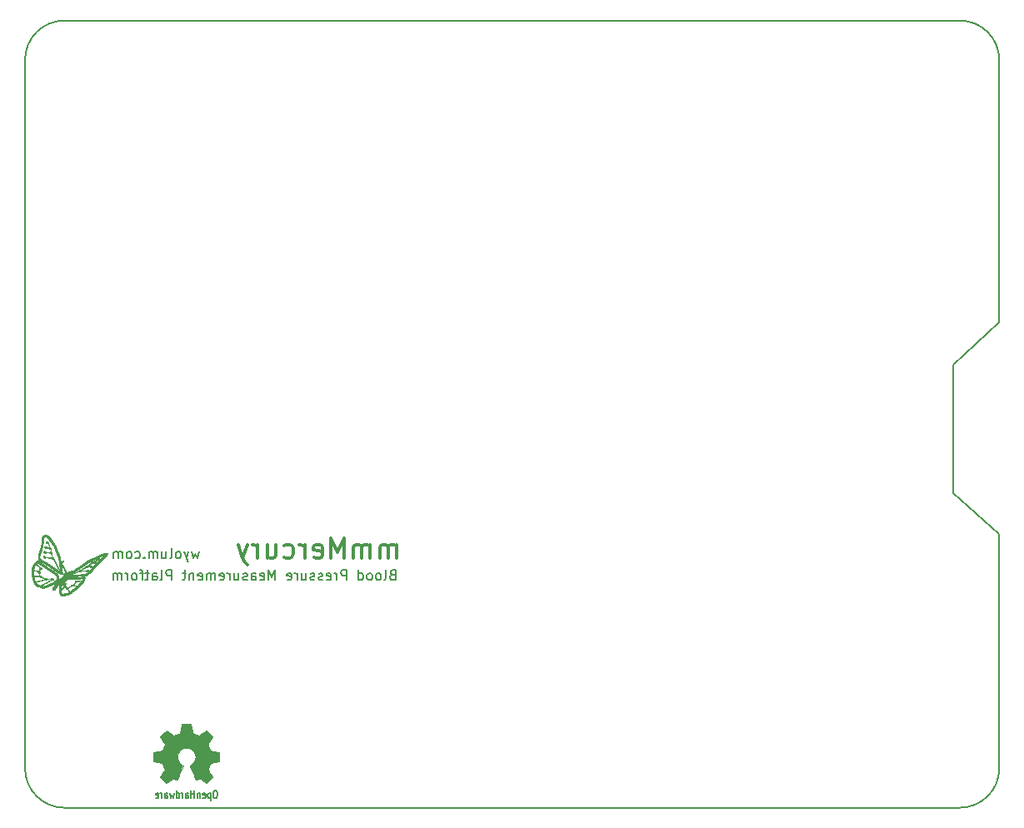
<source format=gbo>
G04 #@! TF.FileFunction,Legend,Bot*
%FSLAX46Y46*%
G04 Gerber Fmt 4.6, Leading zero omitted, Abs format (unit mm)*
G04 Created by KiCad (PCBNEW 4.0.0-2.201511301921+6191~38~ubuntu15.10.1-stable) date Wed Dec  9 20:47:09 2015*
%MOMM*%
G01*
G04 APERTURE LIST*
%ADD10C,0.025400*%
%ADD11C,0.200000*%
%ADD12C,0.300000*%
%ADD13C,0.127000*%
%ADD14C,0.002540*%
%ADD15C,1.200000*%
%ADD16C,1.016000*%
%ADD17C,3.810000*%
%ADD18R,1.524000X1.524000*%
%ADD19C,1.524000*%
%ADD20C,1.778000*%
%ADD21R,1.778000X1.778000*%
%ADD22C,2.540000*%
%ADD23C,1.800000*%
%ADD24O,3.048000X4.572000*%
%ADD25R,3.048000X4.572000*%
%ADD26O,4.572000X3.048000*%
%ADD27C,6.096000*%
%ADD28C,2.032000*%
%ADD29C,2.000000*%
%ADD30C,3.000000*%
G04 APERTURE END LIST*
D10*
D11*
X37323812Y23671429D02*
X37180955Y23623810D01*
X37133336Y23576190D01*
X37085717Y23480952D01*
X37085717Y23338095D01*
X37133336Y23242857D01*
X37180955Y23195238D01*
X37276193Y23147619D01*
X37657146Y23147619D01*
X37657146Y24147619D01*
X37323812Y24147619D01*
X37228574Y24100000D01*
X37180955Y24052381D01*
X37133336Y23957143D01*
X37133336Y23861905D01*
X37180955Y23766667D01*
X37228574Y23719048D01*
X37323812Y23671429D01*
X37657146Y23671429D01*
X36514289Y23147619D02*
X36609527Y23195238D01*
X36657146Y23290476D01*
X36657146Y24147619D01*
X35990479Y23147619D02*
X36085717Y23195238D01*
X36133336Y23242857D01*
X36180955Y23338095D01*
X36180955Y23623810D01*
X36133336Y23719048D01*
X36085717Y23766667D01*
X35990479Y23814286D01*
X35847621Y23814286D01*
X35752383Y23766667D01*
X35704764Y23719048D01*
X35657145Y23623810D01*
X35657145Y23338095D01*
X35704764Y23242857D01*
X35752383Y23195238D01*
X35847621Y23147619D01*
X35990479Y23147619D01*
X35085717Y23147619D02*
X35180955Y23195238D01*
X35228574Y23242857D01*
X35276193Y23338095D01*
X35276193Y23623810D01*
X35228574Y23719048D01*
X35180955Y23766667D01*
X35085717Y23814286D01*
X34942859Y23814286D01*
X34847621Y23766667D01*
X34800002Y23719048D01*
X34752383Y23623810D01*
X34752383Y23338095D01*
X34800002Y23242857D01*
X34847621Y23195238D01*
X34942859Y23147619D01*
X35085717Y23147619D01*
X33895240Y23147619D02*
X33895240Y24147619D01*
X33895240Y23195238D02*
X33990478Y23147619D01*
X34180955Y23147619D01*
X34276193Y23195238D01*
X34323812Y23242857D01*
X34371431Y23338095D01*
X34371431Y23623810D01*
X34323812Y23719048D01*
X34276193Y23766667D01*
X34180955Y23814286D01*
X33990478Y23814286D01*
X33895240Y23766667D01*
X32657145Y23147619D02*
X32657145Y24147619D01*
X32276192Y24147619D01*
X32180954Y24100000D01*
X32133335Y24052381D01*
X32085716Y23957143D01*
X32085716Y23814286D01*
X32133335Y23719048D01*
X32180954Y23671429D01*
X32276192Y23623810D01*
X32657145Y23623810D01*
X31657145Y23147619D02*
X31657145Y23814286D01*
X31657145Y23623810D02*
X31609526Y23719048D01*
X31561907Y23766667D01*
X31466669Y23814286D01*
X31371430Y23814286D01*
X30657144Y23195238D02*
X30752382Y23147619D01*
X30942859Y23147619D01*
X31038097Y23195238D01*
X31085716Y23290476D01*
X31085716Y23671429D01*
X31038097Y23766667D01*
X30942859Y23814286D01*
X30752382Y23814286D01*
X30657144Y23766667D01*
X30609525Y23671429D01*
X30609525Y23576190D01*
X31085716Y23480952D01*
X30228573Y23195238D02*
X30133335Y23147619D01*
X29942859Y23147619D01*
X29847620Y23195238D01*
X29800001Y23290476D01*
X29800001Y23338095D01*
X29847620Y23433333D01*
X29942859Y23480952D01*
X30085716Y23480952D01*
X30180954Y23528571D01*
X30228573Y23623810D01*
X30228573Y23671429D01*
X30180954Y23766667D01*
X30085716Y23814286D01*
X29942859Y23814286D01*
X29847620Y23766667D01*
X29419049Y23195238D02*
X29323811Y23147619D01*
X29133335Y23147619D01*
X29038096Y23195238D01*
X28990477Y23290476D01*
X28990477Y23338095D01*
X29038096Y23433333D01*
X29133335Y23480952D01*
X29276192Y23480952D01*
X29371430Y23528571D01*
X29419049Y23623810D01*
X29419049Y23671429D01*
X29371430Y23766667D01*
X29276192Y23814286D01*
X29133335Y23814286D01*
X29038096Y23766667D01*
X28133334Y23814286D02*
X28133334Y23147619D01*
X28561906Y23814286D02*
X28561906Y23290476D01*
X28514287Y23195238D01*
X28419049Y23147619D01*
X28276191Y23147619D01*
X28180953Y23195238D01*
X28133334Y23242857D01*
X27657144Y23147619D02*
X27657144Y23814286D01*
X27657144Y23623810D02*
X27609525Y23719048D01*
X27561906Y23766667D01*
X27466668Y23814286D01*
X27371429Y23814286D01*
X26657143Y23195238D02*
X26752381Y23147619D01*
X26942858Y23147619D01*
X27038096Y23195238D01*
X27085715Y23290476D01*
X27085715Y23671429D01*
X27038096Y23766667D01*
X26942858Y23814286D01*
X26752381Y23814286D01*
X26657143Y23766667D01*
X26609524Y23671429D01*
X26609524Y23576190D01*
X27085715Y23480952D01*
X25419048Y23147619D02*
X25419048Y24147619D01*
X25085714Y23433333D01*
X24752381Y24147619D01*
X24752381Y23147619D01*
X23895238Y23195238D02*
X23990476Y23147619D01*
X24180953Y23147619D01*
X24276191Y23195238D01*
X24323810Y23290476D01*
X24323810Y23671429D01*
X24276191Y23766667D01*
X24180953Y23814286D01*
X23990476Y23814286D01*
X23895238Y23766667D01*
X23847619Y23671429D01*
X23847619Y23576190D01*
X24323810Y23480952D01*
X22990476Y23147619D02*
X22990476Y23671429D01*
X23038095Y23766667D01*
X23133333Y23814286D01*
X23323810Y23814286D01*
X23419048Y23766667D01*
X22990476Y23195238D02*
X23085714Y23147619D01*
X23323810Y23147619D01*
X23419048Y23195238D01*
X23466667Y23290476D01*
X23466667Y23385714D01*
X23419048Y23480952D01*
X23323810Y23528571D01*
X23085714Y23528571D01*
X22990476Y23576190D01*
X22561905Y23195238D02*
X22466667Y23147619D01*
X22276191Y23147619D01*
X22180952Y23195238D01*
X22133333Y23290476D01*
X22133333Y23338095D01*
X22180952Y23433333D01*
X22276191Y23480952D01*
X22419048Y23480952D01*
X22514286Y23528571D01*
X22561905Y23623810D01*
X22561905Y23671429D01*
X22514286Y23766667D01*
X22419048Y23814286D01*
X22276191Y23814286D01*
X22180952Y23766667D01*
X21276190Y23814286D02*
X21276190Y23147619D01*
X21704762Y23814286D02*
X21704762Y23290476D01*
X21657143Y23195238D01*
X21561905Y23147619D01*
X21419047Y23147619D01*
X21323809Y23195238D01*
X21276190Y23242857D01*
X20800000Y23147619D02*
X20800000Y23814286D01*
X20800000Y23623810D02*
X20752381Y23719048D01*
X20704762Y23766667D01*
X20609524Y23814286D01*
X20514285Y23814286D01*
X19799999Y23195238D02*
X19895237Y23147619D01*
X20085714Y23147619D01*
X20180952Y23195238D01*
X20228571Y23290476D01*
X20228571Y23671429D01*
X20180952Y23766667D01*
X20085714Y23814286D01*
X19895237Y23814286D01*
X19799999Y23766667D01*
X19752380Y23671429D01*
X19752380Y23576190D01*
X20228571Y23480952D01*
X19323809Y23147619D02*
X19323809Y23814286D01*
X19323809Y23719048D02*
X19276190Y23766667D01*
X19180952Y23814286D01*
X19038094Y23814286D01*
X18942856Y23766667D01*
X18895237Y23671429D01*
X18895237Y23147619D01*
X18895237Y23671429D02*
X18847618Y23766667D01*
X18752380Y23814286D01*
X18609523Y23814286D01*
X18514285Y23766667D01*
X18466666Y23671429D01*
X18466666Y23147619D01*
X17609523Y23195238D02*
X17704761Y23147619D01*
X17895238Y23147619D01*
X17990476Y23195238D01*
X18038095Y23290476D01*
X18038095Y23671429D01*
X17990476Y23766667D01*
X17895238Y23814286D01*
X17704761Y23814286D01*
X17609523Y23766667D01*
X17561904Y23671429D01*
X17561904Y23576190D01*
X18038095Y23480952D01*
X17133333Y23814286D02*
X17133333Y23147619D01*
X17133333Y23719048D02*
X17085714Y23766667D01*
X16990476Y23814286D01*
X16847618Y23814286D01*
X16752380Y23766667D01*
X16704761Y23671429D01*
X16704761Y23147619D01*
X16371428Y23814286D02*
X15990476Y23814286D01*
X16228571Y24147619D02*
X16228571Y23290476D01*
X16180952Y23195238D01*
X16085714Y23147619D01*
X15990476Y23147619D01*
X14895237Y23147619D02*
X14895237Y24147619D01*
X14514284Y24147619D01*
X14419046Y24100000D01*
X14371427Y24052381D01*
X14323808Y23957143D01*
X14323808Y23814286D01*
X14371427Y23719048D01*
X14419046Y23671429D01*
X14514284Y23623810D01*
X14895237Y23623810D01*
X13752380Y23147619D02*
X13847618Y23195238D01*
X13895237Y23290476D01*
X13895237Y24147619D01*
X12942855Y23147619D02*
X12942855Y23671429D01*
X12990474Y23766667D01*
X13085712Y23814286D01*
X13276189Y23814286D01*
X13371427Y23766667D01*
X12942855Y23195238D02*
X13038093Y23147619D01*
X13276189Y23147619D01*
X13371427Y23195238D01*
X13419046Y23290476D01*
X13419046Y23385714D01*
X13371427Y23480952D01*
X13276189Y23528571D01*
X13038093Y23528571D01*
X12942855Y23576190D01*
X12609522Y23814286D02*
X12228570Y23814286D01*
X12466665Y24147619D02*
X12466665Y23290476D01*
X12419046Y23195238D01*
X12323808Y23147619D01*
X12228570Y23147619D01*
X12038093Y23814286D02*
X11657141Y23814286D01*
X11895236Y23147619D02*
X11895236Y24004762D01*
X11847617Y24100000D01*
X11752379Y24147619D01*
X11657141Y24147619D01*
X11180950Y23147619D02*
X11276188Y23195238D01*
X11323807Y23242857D01*
X11371426Y23338095D01*
X11371426Y23623810D01*
X11323807Y23719048D01*
X11276188Y23766667D01*
X11180950Y23814286D01*
X11038092Y23814286D01*
X10942854Y23766667D01*
X10895235Y23719048D01*
X10847616Y23623810D01*
X10847616Y23338095D01*
X10895235Y23242857D01*
X10942854Y23195238D01*
X11038092Y23147619D01*
X11180950Y23147619D01*
X10419045Y23147619D02*
X10419045Y23814286D01*
X10419045Y23623810D02*
X10371426Y23719048D01*
X10323807Y23766667D01*
X10228569Y23814286D01*
X10133330Y23814286D01*
X9799997Y23147619D02*
X9799997Y23814286D01*
X9799997Y23719048D02*
X9752378Y23766667D01*
X9657140Y23814286D01*
X9514282Y23814286D01*
X9419044Y23766667D01*
X9371425Y23671429D01*
X9371425Y23147619D01*
X9371425Y23671429D02*
X9323806Y23766667D01*
X9228568Y23814286D01*
X9085711Y23814286D01*
X8990473Y23766667D01*
X8942854Y23671429D01*
X8942854Y23147619D01*
D12*
X37752382Y25395238D02*
X37752382Y26728571D01*
X37752382Y26538095D02*
X37657143Y26633333D01*
X37466667Y26728571D01*
X37180953Y26728571D01*
X36990477Y26633333D01*
X36895239Y26442857D01*
X36895239Y25395238D01*
X36895239Y26442857D02*
X36800001Y26633333D01*
X36609524Y26728571D01*
X36323810Y26728571D01*
X36133334Y26633333D01*
X36038096Y26442857D01*
X36038096Y25395238D01*
X35085715Y25395238D02*
X35085715Y26728571D01*
X35085715Y26538095D02*
X34990476Y26633333D01*
X34800000Y26728571D01*
X34514286Y26728571D01*
X34323810Y26633333D01*
X34228572Y26442857D01*
X34228572Y25395238D01*
X34228572Y26442857D02*
X34133334Y26633333D01*
X33942857Y26728571D01*
X33657143Y26728571D01*
X33466667Y26633333D01*
X33371429Y26442857D01*
X33371429Y25395238D01*
X32419048Y25395238D02*
X32419048Y27395238D01*
X31752381Y25966667D01*
X31085714Y27395238D01*
X31085714Y25395238D01*
X29371429Y25490476D02*
X29561905Y25395238D01*
X29942857Y25395238D01*
X30133334Y25490476D01*
X30228572Y25680952D01*
X30228572Y26442857D01*
X30133334Y26633333D01*
X29942857Y26728571D01*
X29561905Y26728571D01*
X29371429Y26633333D01*
X29276191Y26442857D01*
X29276191Y26252381D01*
X30228572Y26061905D01*
X28419048Y25395238D02*
X28419048Y26728571D01*
X28419048Y26347619D02*
X28323809Y26538095D01*
X28228571Y26633333D01*
X28038095Y26728571D01*
X27847619Y26728571D01*
X26323810Y25490476D02*
X26514286Y25395238D01*
X26895238Y25395238D01*
X27085714Y25490476D01*
X27180953Y25585714D01*
X27276191Y25776190D01*
X27276191Y26347619D01*
X27180953Y26538095D01*
X27085714Y26633333D01*
X26895238Y26728571D01*
X26514286Y26728571D01*
X26323810Y26633333D01*
X24609524Y26728571D02*
X24609524Y25395238D01*
X25466667Y26728571D02*
X25466667Y25680952D01*
X25371428Y25490476D01*
X25180952Y25395238D01*
X24895238Y25395238D01*
X24704762Y25490476D01*
X24609524Y25585714D01*
X23657143Y25395238D02*
X23657143Y26728571D01*
X23657143Y26347619D02*
X23561904Y26538095D01*
X23466666Y26633333D01*
X23276190Y26728571D01*
X23085714Y26728571D01*
X22609524Y26728571D02*
X22133333Y25395238D01*
X21657143Y26728571D02*
X22133333Y25395238D01*
X22323809Y24919048D01*
X22419048Y24823810D01*
X22609524Y24728571D01*
D11*
X17680952Y26014286D02*
X17490476Y25347619D01*
X17299999Y25823810D01*
X17109523Y25347619D01*
X16919047Y26014286D01*
X16633333Y26014286D02*
X16395238Y25347619D01*
X16157142Y26014286D02*
X16395238Y25347619D01*
X16490476Y25109524D01*
X16538095Y25061905D01*
X16633333Y25014286D01*
X15633333Y25347619D02*
X15728571Y25395238D01*
X15776190Y25442857D01*
X15823809Y25538095D01*
X15823809Y25823810D01*
X15776190Y25919048D01*
X15728571Y25966667D01*
X15633333Y26014286D01*
X15490475Y26014286D01*
X15395237Y25966667D01*
X15347618Y25919048D01*
X15299999Y25823810D01*
X15299999Y25538095D01*
X15347618Y25442857D01*
X15395237Y25395238D01*
X15490475Y25347619D01*
X15633333Y25347619D01*
X14728571Y25347619D02*
X14823809Y25395238D01*
X14871428Y25490476D01*
X14871428Y26347619D01*
X13919046Y26014286D02*
X13919046Y25347619D01*
X14347618Y26014286D02*
X14347618Y25490476D01*
X14299999Y25395238D01*
X14204761Y25347619D01*
X14061903Y25347619D01*
X13966665Y25395238D01*
X13919046Y25442857D01*
X13442856Y25347619D02*
X13442856Y26014286D01*
X13442856Y25919048D02*
X13395237Y25966667D01*
X13299999Y26014286D01*
X13157141Y26014286D01*
X13061903Y25966667D01*
X13014284Y25871429D01*
X13014284Y25347619D01*
X13014284Y25871429D02*
X12966665Y25966667D01*
X12871427Y26014286D01*
X12728570Y26014286D01*
X12633332Y25966667D01*
X12585713Y25871429D01*
X12585713Y25347619D01*
X12109523Y25442857D02*
X12061904Y25395238D01*
X12109523Y25347619D01*
X12157142Y25395238D01*
X12109523Y25442857D01*
X12109523Y25347619D01*
X11204761Y25395238D02*
X11299999Y25347619D01*
X11490476Y25347619D01*
X11585714Y25395238D01*
X11633333Y25442857D01*
X11680952Y25538095D01*
X11680952Y25823810D01*
X11633333Y25919048D01*
X11585714Y25966667D01*
X11490476Y26014286D01*
X11299999Y26014286D01*
X11204761Y25966667D01*
X10633333Y25347619D02*
X10728571Y25395238D01*
X10776190Y25442857D01*
X10823809Y25538095D01*
X10823809Y25823810D01*
X10776190Y25919048D01*
X10728571Y25966667D01*
X10633333Y26014286D01*
X10490475Y26014286D01*
X10395237Y25966667D01*
X10347618Y25919048D01*
X10299999Y25823810D01*
X10299999Y25538095D01*
X10347618Y25442857D01*
X10395237Y25395238D01*
X10490475Y25347619D01*
X10633333Y25347619D01*
X9871428Y25347619D02*
X9871428Y26014286D01*
X9871428Y25919048D02*
X9823809Y25966667D01*
X9728571Y26014286D01*
X9585713Y26014286D01*
X9490475Y25966667D01*
X9442856Y25871429D01*
X9442856Y25347619D01*
X9442856Y25871429D02*
X9395237Y25966667D01*
X9299999Y26014286D01*
X9157142Y26014286D01*
X9061904Y25966667D01*
X9014285Y25871429D01*
X9014285Y25347619D01*
D13*
X4000000Y0D02*
X95000000Y0D01*
X99000000Y49300000D02*
X94300000Y45000000D01*
X99000000Y76000000D02*
X99000000Y49300000D01*
X94300000Y38500000D02*
X94300000Y45000000D01*
X94300000Y32000000D02*
X94300000Y38500000D01*
X99000000Y27800000D02*
X94300000Y32000000D01*
X99000000Y4000000D02*
X99000000Y27800000D01*
X0Y76000000D02*
X0Y4000000D01*
X95000000Y80000000D02*
X4000000Y80000000D01*
X99000000Y76000000D02*
G75*
G03X95000000Y80000000I-4000000J0D01*
G01*
X95000000Y0D02*
G75*
G03X99000000Y4000000I0J4000000D01*
G01*
X0Y4000000D02*
G75*
G03X4000000Y0I4000000J0D01*
G01*
X4000000Y80000000D02*
G75*
G03X0Y76000000I0J-4000000D01*
G01*
D14*
G36*
X2159400Y27741200D02*
X2134000Y27741200D01*
X2134000Y27715800D01*
X2159400Y27715800D01*
X2159400Y27741200D01*
X2159400Y27741200D01*
G37*
X2159400Y27741200D02*
X2134000Y27741200D01*
X2134000Y27715800D01*
X2159400Y27715800D01*
X2159400Y27741200D01*
G36*
X2134000Y27741200D02*
X2108600Y27741200D01*
X2108600Y27715800D01*
X2134000Y27715800D01*
X2134000Y27741200D01*
X2134000Y27741200D01*
G37*
X2134000Y27741200D02*
X2108600Y27741200D01*
X2108600Y27715800D01*
X2134000Y27715800D01*
X2134000Y27741200D01*
G36*
X2108600Y27741200D02*
X2083200Y27741200D01*
X2083200Y27715800D01*
X2108600Y27715800D01*
X2108600Y27741200D01*
X2108600Y27741200D01*
G37*
X2108600Y27741200D02*
X2083200Y27741200D01*
X2083200Y27715800D01*
X2108600Y27715800D01*
X2108600Y27741200D01*
G36*
X2083200Y27741200D02*
X2057800Y27741200D01*
X2057800Y27715800D01*
X2083200Y27715800D01*
X2083200Y27741200D01*
X2083200Y27741200D01*
G37*
X2083200Y27741200D02*
X2057800Y27741200D01*
X2057800Y27715800D01*
X2083200Y27715800D01*
X2083200Y27741200D01*
G36*
X2057800Y27741200D02*
X2032400Y27741200D01*
X2032400Y27715800D01*
X2057800Y27715800D01*
X2057800Y27741200D01*
X2057800Y27741200D01*
G37*
X2057800Y27741200D02*
X2032400Y27741200D01*
X2032400Y27715800D01*
X2057800Y27715800D01*
X2057800Y27741200D01*
G36*
X2184800Y27715800D02*
X2159400Y27715800D01*
X2159400Y27690400D01*
X2184800Y27690400D01*
X2184800Y27715800D01*
X2184800Y27715800D01*
G37*
X2184800Y27715800D02*
X2159400Y27715800D01*
X2159400Y27690400D01*
X2184800Y27690400D01*
X2184800Y27715800D01*
G36*
X2159400Y27715800D02*
X2134000Y27715800D01*
X2134000Y27690400D01*
X2159400Y27690400D01*
X2159400Y27715800D01*
X2159400Y27715800D01*
G37*
X2159400Y27715800D02*
X2134000Y27715800D01*
X2134000Y27690400D01*
X2159400Y27690400D01*
X2159400Y27715800D01*
G36*
X2134000Y27715800D02*
X2108600Y27715800D01*
X2108600Y27690400D01*
X2134000Y27690400D01*
X2134000Y27715800D01*
X2134000Y27715800D01*
G37*
X2134000Y27715800D02*
X2108600Y27715800D01*
X2108600Y27690400D01*
X2134000Y27690400D01*
X2134000Y27715800D01*
G36*
X2108600Y27715800D02*
X2083200Y27715800D01*
X2083200Y27690400D01*
X2108600Y27690400D01*
X2108600Y27715800D01*
X2108600Y27715800D01*
G37*
X2108600Y27715800D02*
X2083200Y27715800D01*
X2083200Y27690400D01*
X2108600Y27690400D01*
X2108600Y27715800D01*
G36*
X2083200Y27715800D02*
X2057800Y27715800D01*
X2057800Y27690400D01*
X2083200Y27690400D01*
X2083200Y27715800D01*
X2083200Y27715800D01*
G37*
X2083200Y27715800D02*
X2057800Y27715800D01*
X2057800Y27690400D01*
X2083200Y27690400D01*
X2083200Y27715800D01*
G36*
X2057800Y27715800D02*
X2032400Y27715800D01*
X2032400Y27690400D01*
X2057800Y27690400D01*
X2057800Y27715800D01*
X2057800Y27715800D01*
G37*
X2057800Y27715800D02*
X2032400Y27715800D01*
X2032400Y27690400D01*
X2057800Y27690400D01*
X2057800Y27715800D01*
G36*
X2032400Y27715800D02*
X2007000Y27715800D01*
X2007000Y27690400D01*
X2032400Y27690400D01*
X2032400Y27715800D01*
X2032400Y27715800D01*
G37*
X2032400Y27715800D02*
X2007000Y27715800D01*
X2007000Y27690400D01*
X2032400Y27690400D01*
X2032400Y27715800D01*
G36*
X2007000Y27715800D02*
X1981600Y27715800D01*
X1981600Y27690400D01*
X2007000Y27690400D01*
X2007000Y27715800D01*
X2007000Y27715800D01*
G37*
X2007000Y27715800D02*
X1981600Y27715800D01*
X1981600Y27690400D01*
X2007000Y27690400D01*
X2007000Y27715800D01*
G36*
X1981600Y27715800D02*
X1956200Y27715800D01*
X1956200Y27690400D01*
X1981600Y27690400D01*
X1981600Y27715800D01*
X1981600Y27715800D01*
G37*
X1981600Y27715800D02*
X1956200Y27715800D01*
X1956200Y27690400D01*
X1981600Y27690400D01*
X1981600Y27715800D01*
G36*
X1956200Y27715800D02*
X1930800Y27715800D01*
X1930800Y27690400D01*
X1956200Y27690400D01*
X1956200Y27715800D01*
X1956200Y27715800D01*
G37*
X1956200Y27715800D02*
X1930800Y27715800D01*
X1930800Y27690400D01*
X1956200Y27690400D01*
X1956200Y27715800D01*
G36*
X2235600Y27690400D02*
X2210200Y27690400D01*
X2210200Y27665000D01*
X2235600Y27665000D01*
X2235600Y27690400D01*
X2235600Y27690400D01*
G37*
X2235600Y27690400D02*
X2210200Y27690400D01*
X2210200Y27665000D01*
X2235600Y27665000D01*
X2235600Y27690400D01*
G36*
X2210200Y27690400D02*
X2184800Y27690400D01*
X2184800Y27665000D01*
X2210200Y27665000D01*
X2210200Y27690400D01*
X2210200Y27690400D01*
G37*
X2210200Y27690400D02*
X2184800Y27690400D01*
X2184800Y27665000D01*
X2210200Y27665000D01*
X2210200Y27690400D01*
G36*
X2184800Y27690400D02*
X2159400Y27690400D01*
X2159400Y27665000D01*
X2184800Y27665000D01*
X2184800Y27690400D01*
X2184800Y27690400D01*
G37*
X2184800Y27690400D02*
X2159400Y27690400D01*
X2159400Y27665000D01*
X2184800Y27665000D01*
X2184800Y27690400D01*
G36*
X2159400Y27690400D02*
X2134000Y27690400D01*
X2134000Y27665000D01*
X2159400Y27665000D01*
X2159400Y27690400D01*
X2159400Y27690400D01*
G37*
X2159400Y27690400D02*
X2134000Y27690400D01*
X2134000Y27665000D01*
X2159400Y27665000D01*
X2159400Y27690400D01*
G36*
X2134000Y27690400D02*
X2108600Y27690400D01*
X2108600Y27665000D01*
X2134000Y27665000D01*
X2134000Y27690400D01*
X2134000Y27690400D01*
G37*
X2134000Y27690400D02*
X2108600Y27690400D01*
X2108600Y27665000D01*
X2134000Y27665000D01*
X2134000Y27690400D01*
G36*
X2108600Y27690400D02*
X2083200Y27690400D01*
X2083200Y27665000D01*
X2108600Y27665000D01*
X2108600Y27690400D01*
X2108600Y27690400D01*
G37*
X2108600Y27690400D02*
X2083200Y27690400D01*
X2083200Y27665000D01*
X2108600Y27665000D01*
X2108600Y27690400D01*
G36*
X2083200Y27690400D02*
X2057800Y27690400D01*
X2057800Y27665000D01*
X2083200Y27665000D01*
X2083200Y27690400D01*
X2083200Y27690400D01*
G37*
X2083200Y27690400D02*
X2057800Y27690400D01*
X2057800Y27665000D01*
X2083200Y27665000D01*
X2083200Y27690400D01*
G36*
X2057800Y27690400D02*
X2032400Y27690400D01*
X2032400Y27665000D01*
X2057800Y27665000D01*
X2057800Y27690400D01*
X2057800Y27690400D01*
G37*
X2057800Y27690400D02*
X2032400Y27690400D01*
X2032400Y27665000D01*
X2057800Y27665000D01*
X2057800Y27690400D01*
G36*
X2032400Y27690400D02*
X2007000Y27690400D01*
X2007000Y27665000D01*
X2032400Y27665000D01*
X2032400Y27690400D01*
X2032400Y27690400D01*
G37*
X2032400Y27690400D02*
X2007000Y27690400D01*
X2007000Y27665000D01*
X2032400Y27665000D01*
X2032400Y27690400D01*
G36*
X2007000Y27690400D02*
X1981600Y27690400D01*
X1981600Y27665000D01*
X2007000Y27665000D01*
X2007000Y27690400D01*
X2007000Y27690400D01*
G37*
X2007000Y27690400D02*
X1981600Y27690400D01*
X1981600Y27665000D01*
X2007000Y27665000D01*
X2007000Y27690400D01*
G36*
X1981600Y27690400D02*
X1956200Y27690400D01*
X1956200Y27665000D01*
X1981600Y27665000D01*
X1981600Y27690400D01*
X1981600Y27690400D01*
G37*
X1981600Y27690400D02*
X1956200Y27690400D01*
X1956200Y27665000D01*
X1981600Y27665000D01*
X1981600Y27690400D01*
G36*
X1956200Y27690400D02*
X1930800Y27690400D01*
X1930800Y27665000D01*
X1956200Y27665000D01*
X1956200Y27690400D01*
X1956200Y27690400D01*
G37*
X1956200Y27690400D02*
X1930800Y27690400D01*
X1930800Y27665000D01*
X1956200Y27665000D01*
X1956200Y27690400D01*
G36*
X1930800Y27690400D02*
X1905400Y27690400D01*
X1905400Y27665000D01*
X1930800Y27665000D01*
X1930800Y27690400D01*
X1930800Y27690400D01*
G37*
X1930800Y27690400D02*
X1905400Y27690400D01*
X1905400Y27665000D01*
X1930800Y27665000D01*
X1930800Y27690400D01*
G36*
X1905400Y27690400D02*
X1880000Y27690400D01*
X1880000Y27665000D01*
X1905400Y27665000D01*
X1905400Y27690400D01*
X1905400Y27690400D01*
G37*
X1905400Y27690400D02*
X1880000Y27690400D01*
X1880000Y27665000D01*
X1905400Y27665000D01*
X1905400Y27690400D01*
G36*
X1880000Y27690400D02*
X1854600Y27690400D01*
X1854600Y27665000D01*
X1880000Y27665000D01*
X1880000Y27690400D01*
X1880000Y27690400D01*
G37*
X1880000Y27690400D02*
X1854600Y27690400D01*
X1854600Y27665000D01*
X1880000Y27665000D01*
X1880000Y27690400D01*
G36*
X2286400Y27665000D02*
X2261000Y27665000D01*
X2261000Y27639600D01*
X2286400Y27639600D01*
X2286400Y27665000D01*
X2286400Y27665000D01*
G37*
X2286400Y27665000D02*
X2261000Y27665000D01*
X2261000Y27639600D01*
X2286400Y27639600D01*
X2286400Y27665000D01*
G36*
X2261000Y27665000D02*
X2235600Y27665000D01*
X2235600Y27639600D01*
X2261000Y27639600D01*
X2261000Y27665000D01*
X2261000Y27665000D01*
G37*
X2261000Y27665000D02*
X2235600Y27665000D01*
X2235600Y27639600D01*
X2261000Y27639600D01*
X2261000Y27665000D01*
G36*
X2235600Y27665000D02*
X2210200Y27665000D01*
X2210200Y27639600D01*
X2235600Y27639600D01*
X2235600Y27665000D01*
X2235600Y27665000D01*
G37*
X2235600Y27665000D02*
X2210200Y27665000D01*
X2210200Y27639600D01*
X2235600Y27639600D01*
X2235600Y27665000D01*
G36*
X2210200Y27665000D02*
X2184800Y27665000D01*
X2184800Y27639600D01*
X2210200Y27639600D01*
X2210200Y27665000D01*
X2210200Y27665000D01*
G37*
X2210200Y27665000D02*
X2184800Y27665000D01*
X2184800Y27639600D01*
X2210200Y27639600D01*
X2210200Y27665000D01*
G36*
X2184800Y27665000D02*
X2159400Y27665000D01*
X2159400Y27639600D01*
X2184800Y27639600D01*
X2184800Y27665000D01*
X2184800Y27665000D01*
G37*
X2184800Y27665000D02*
X2159400Y27665000D01*
X2159400Y27639600D01*
X2184800Y27639600D01*
X2184800Y27665000D01*
G36*
X2159400Y27665000D02*
X2134000Y27665000D01*
X2134000Y27639600D01*
X2159400Y27639600D01*
X2159400Y27665000D01*
X2159400Y27665000D01*
G37*
X2159400Y27665000D02*
X2134000Y27665000D01*
X2134000Y27639600D01*
X2159400Y27639600D01*
X2159400Y27665000D01*
G36*
X2134000Y27665000D02*
X2108600Y27665000D01*
X2108600Y27639600D01*
X2134000Y27639600D01*
X2134000Y27665000D01*
X2134000Y27665000D01*
G37*
X2134000Y27665000D02*
X2108600Y27665000D01*
X2108600Y27639600D01*
X2134000Y27639600D01*
X2134000Y27665000D01*
G36*
X2108600Y27665000D02*
X2083200Y27665000D01*
X2083200Y27639600D01*
X2108600Y27639600D01*
X2108600Y27665000D01*
X2108600Y27665000D01*
G37*
X2108600Y27665000D02*
X2083200Y27665000D01*
X2083200Y27639600D01*
X2108600Y27639600D01*
X2108600Y27665000D01*
G36*
X2083200Y27665000D02*
X2057800Y27665000D01*
X2057800Y27639600D01*
X2083200Y27639600D01*
X2083200Y27665000D01*
X2083200Y27665000D01*
G37*
X2083200Y27665000D02*
X2057800Y27665000D01*
X2057800Y27639600D01*
X2083200Y27639600D01*
X2083200Y27665000D01*
G36*
X2057800Y27665000D02*
X2032400Y27665000D01*
X2032400Y27639600D01*
X2057800Y27639600D01*
X2057800Y27665000D01*
X2057800Y27665000D01*
G37*
X2057800Y27665000D02*
X2032400Y27665000D01*
X2032400Y27639600D01*
X2057800Y27639600D01*
X2057800Y27665000D01*
G36*
X2032400Y27665000D02*
X2007000Y27665000D01*
X2007000Y27639600D01*
X2032400Y27639600D01*
X2032400Y27665000D01*
X2032400Y27665000D01*
G37*
X2032400Y27665000D02*
X2007000Y27665000D01*
X2007000Y27639600D01*
X2032400Y27639600D01*
X2032400Y27665000D01*
G36*
X2007000Y27665000D02*
X1981600Y27665000D01*
X1981600Y27639600D01*
X2007000Y27639600D01*
X2007000Y27665000D01*
X2007000Y27665000D01*
G37*
X2007000Y27665000D02*
X1981600Y27665000D01*
X1981600Y27639600D01*
X2007000Y27639600D01*
X2007000Y27665000D01*
G36*
X1981600Y27665000D02*
X1956200Y27665000D01*
X1956200Y27639600D01*
X1981600Y27639600D01*
X1981600Y27665000D01*
X1981600Y27665000D01*
G37*
X1981600Y27665000D02*
X1956200Y27665000D01*
X1956200Y27639600D01*
X1981600Y27639600D01*
X1981600Y27665000D01*
G36*
X1956200Y27665000D02*
X1930800Y27665000D01*
X1930800Y27639600D01*
X1956200Y27639600D01*
X1956200Y27665000D01*
X1956200Y27665000D01*
G37*
X1956200Y27665000D02*
X1930800Y27665000D01*
X1930800Y27639600D01*
X1956200Y27639600D01*
X1956200Y27665000D01*
G36*
X1930800Y27665000D02*
X1905400Y27665000D01*
X1905400Y27639600D01*
X1930800Y27639600D01*
X1930800Y27665000D01*
X1930800Y27665000D01*
G37*
X1930800Y27665000D02*
X1905400Y27665000D01*
X1905400Y27639600D01*
X1930800Y27639600D01*
X1930800Y27665000D01*
G36*
X1905400Y27665000D02*
X1880000Y27665000D01*
X1880000Y27639600D01*
X1905400Y27639600D01*
X1905400Y27665000D01*
X1905400Y27665000D01*
G37*
X1905400Y27665000D02*
X1880000Y27665000D01*
X1880000Y27639600D01*
X1905400Y27639600D01*
X1905400Y27665000D01*
G36*
X1880000Y27665000D02*
X1854600Y27665000D01*
X1854600Y27639600D01*
X1880000Y27639600D01*
X1880000Y27665000D01*
X1880000Y27665000D01*
G37*
X1880000Y27665000D02*
X1854600Y27665000D01*
X1854600Y27639600D01*
X1880000Y27639600D01*
X1880000Y27665000D01*
G36*
X1854600Y27665000D02*
X1829200Y27665000D01*
X1829200Y27639600D01*
X1854600Y27639600D01*
X1854600Y27665000D01*
X1854600Y27665000D01*
G37*
X1854600Y27665000D02*
X1829200Y27665000D01*
X1829200Y27639600D01*
X1854600Y27639600D01*
X1854600Y27665000D01*
G36*
X2311800Y27639600D02*
X2286400Y27639600D01*
X2286400Y27614200D01*
X2311800Y27614200D01*
X2311800Y27639600D01*
X2311800Y27639600D01*
G37*
X2311800Y27639600D02*
X2286400Y27639600D01*
X2286400Y27614200D01*
X2311800Y27614200D01*
X2311800Y27639600D01*
G36*
X2286400Y27639600D02*
X2261000Y27639600D01*
X2261000Y27614200D01*
X2286400Y27614200D01*
X2286400Y27639600D01*
X2286400Y27639600D01*
G37*
X2286400Y27639600D02*
X2261000Y27639600D01*
X2261000Y27614200D01*
X2286400Y27614200D01*
X2286400Y27639600D01*
G36*
X2261000Y27639600D02*
X2235600Y27639600D01*
X2235600Y27614200D01*
X2261000Y27614200D01*
X2261000Y27639600D01*
X2261000Y27639600D01*
G37*
X2261000Y27639600D02*
X2235600Y27639600D01*
X2235600Y27614200D01*
X2261000Y27614200D01*
X2261000Y27639600D01*
G36*
X2235600Y27639600D02*
X2210200Y27639600D01*
X2210200Y27614200D01*
X2235600Y27614200D01*
X2235600Y27639600D01*
X2235600Y27639600D01*
G37*
X2235600Y27639600D02*
X2210200Y27639600D01*
X2210200Y27614200D01*
X2235600Y27614200D01*
X2235600Y27639600D01*
G36*
X2210200Y27639600D02*
X2184800Y27639600D01*
X2184800Y27614200D01*
X2210200Y27614200D01*
X2210200Y27639600D01*
X2210200Y27639600D01*
G37*
X2210200Y27639600D02*
X2184800Y27639600D01*
X2184800Y27614200D01*
X2210200Y27614200D01*
X2210200Y27639600D01*
G36*
X2184800Y27639600D02*
X2159400Y27639600D01*
X2159400Y27614200D01*
X2184800Y27614200D01*
X2184800Y27639600D01*
X2184800Y27639600D01*
G37*
X2184800Y27639600D02*
X2159400Y27639600D01*
X2159400Y27614200D01*
X2184800Y27614200D01*
X2184800Y27639600D01*
G36*
X2159400Y27639600D02*
X2134000Y27639600D01*
X2134000Y27614200D01*
X2159400Y27614200D01*
X2159400Y27639600D01*
X2159400Y27639600D01*
G37*
X2159400Y27639600D02*
X2134000Y27639600D01*
X2134000Y27614200D01*
X2159400Y27614200D01*
X2159400Y27639600D01*
G36*
X2134000Y27639600D02*
X2108600Y27639600D01*
X2108600Y27614200D01*
X2134000Y27614200D01*
X2134000Y27639600D01*
X2134000Y27639600D01*
G37*
X2134000Y27639600D02*
X2108600Y27639600D01*
X2108600Y27614200D01*
X2134000Y27614200D01*
X2134000Y27639600D01*
G36*
X2108600Y27639600D02*
X2083200Y27639600D01*
X2083200Y27614200D01*
X2108600Y27614200D01*
X2108600Y27639600D01*
X2108600Y27639600D01*
G37*
X2108600Y27639600D02*
X2083200Y27639600D01*
X2083200Y27614200D01*
X2108600Y27614200D01*
X2108600Y27639600D01*
G36*
X2083200Y27639600D02*
X2057800Y27639600D01*
X2057800Y27614200D01*
X2083200Y27614200D01*
X2083200Y27639600D01*
X2083200Y27639600D01*
G37*
X2083200Y27639600D02*
X2057800Y27639600D01*
X2057800Y27614200D01*
X2083200Y27614200D01*
X2083200Y27639600D01*
G36*
X2057800Y27639600D02*
X2032400Y27639600D01*
X2032400Y27614200D01*
X2057800Y27614200D01*
X2057800Y27639600D01*
X2057800Y27639600D01*
G37*
X2057800Y27639600D02*
X2032400Y27639600D01*
X2032400Y27614200D01*
X2057800Y27614200D01*
X2057800Y27639600D01*
G36*
X2032400Y27639600D02*
X2007000Y27639600D01*
X2007000Y27614200D01*
X2032400Y27614200D01*
X2032400Y27639600D01*
X2032400Y27639600D01*
G37*
X2032400Y27639600D02*
X2007000Y27639600D01*
X2007000Y27614200D01*
X2032400Y27614200D01*
X2032400Y27639600D01*
G36*
X2007000Y27639600D02*
X1981600Y27639600D01*
X1981600Y27614200D01*
X2007000Y27614200D01*
X2007000Y27639600D01*
X2007000Y27639600D01*
G37*
X2007000Y27639600D02*
X1981600Y27639600D01*
X1981600Y27614200D01*
X2007000Y27614200D01*
X2007000Y27639600D01*
G36*
X1981600Y27639600D02*
X1956200Y27639600D01*
X1956200Y27614200D01*
X1981600Y27614200D01*
X1981600Y27639600D01*
X1981600Y27639600D01*
G37*
X1981600Y27639600D02*
X1956200Y27639600D01*
X1956200Y27614200D01*
X1981600Y27614200D01*
X1981600Y27639600D01*
G36*
X1956200Y27639600D02*
X1930800Y27639600D01*
X1930800Y27614200D01*
X1956200Y27614200D01*
X1956200Y27639600D01*
X1956200Y27639600D01*
G37*
X1956200Y27639600D02*
X1930800Y27639600D01*
X1930800Y27614200D01*
X1956200Y27614200D01*
X1956200Y27639600D01*
G36*
X1930800Y27639600D02*
X1905400Y27639600D01*
X1905400Y27614200D01*
X1930800Y27614200D01*
X1930800Y27639600D01*
X1930800Y27639600D01*
G37*
X1930800Y27639600D02*
X1905400Y27639600D01*
X1905400Y27614200D01*
X1930800Y27614200D01*
X1930800Y27639600D01*
G36*
X1905400Y27639600D02*
X1880000Y27639600D01*
X1880000Y27614200D01*
X1905400Y27614200D01*
X1905400Y27639600D01*
X1905400Y27639600D01*
G37*
X1905400Y27639600D02*
X1880000Y27639600D01*
X1880000Y27614200D01*
X1905400Y27614200D01*
X1905400Y27639600D01*
G36*
X1880000Y27639600D02*
X1854600Y27639600D01*
X1854600Y27614200D01*
X1880000Y27614200D01*
X1880000Y27639600D01*
X1880000Y27639600D01*
G37*
X1880000Y27639600D02*
X1854600Y27639600D01*
X1854600Y27614200D01*
X1880000Y27614200D01*
X1880000Y27639600D01*
G36*
X1854600Y27639600D02*
X1829200Y27639600D01*
X1829200Y27614200D01*
X1854600Y27614200D01*
X1854600Y27639600D01*
X1854600Y27639600D01*
G37*
X1854600Y27639600D02*
X1829200Y27639600D01*
X1829200Y27614200D01*
X1854600Y27614200D01*
X1854600Y27639600D01*
G36*
X1829200Y27639600D02*
X1803800Y27639600D01*
X1803800Y27614200D01*
X1829200Y27614200D01*
X1829200Y27639600D01*
X1829200Y27639600D01*
G37*
X1829200Y27639600D02*
X1803800Y27639600D01*
X1803800Y27614200D01*
X1829200Y27614200D01*
X1829200Y27639600D01*
G36*
X2362600Y27614200D02*
X2337200Y27614200D01*
X2337200Y27588800D01*
X2362600Y27588800D01*
X2362600Y27614200D01*
X2362600Y27614200D01*
G37*
X2362600Y27614200D02*
X2337200Y27614200D01*
X2337200Y27588800D01*
X2362600Y27588800D01*
X2362600Y27614200D01*
G36*
X2337200Y27614200D02*
X2311800Y27614200D01*
X2311800Y27588800D01*
X2337200Y27588800D01*
X2337200Y27614200D01*
X2337200Y27614200D01*
G37*
X2337200Y27614200D02*
X2311800Y27614200D01*
X2311800Y27588800D01*
X2337200Y27588800D01*
X2337200Y27614200D01*
G36*
X2311800Y27614200D02*
X2286400Y27614200D01*
X2286400Y27588800D01*
X2311800Y27588800D01*
X2311800Y27614200D01*
X2311800Y27614200D01*
G37*
X2311800Y27614200D02*
X2286400Y27614200D01*
X2286400Y27588800D01*
X2311800Y27588800D01*
X2311800Y27614200D01*
G36*
X2286400Y27614200D02*
X2261000Y27614200D01*
X2261000Y27588800D01*
X2286400Y27588800D01*
X2286400Y27614200D01*
X2286400Y27614200D01*
G37*
X2286400Y27614200D02*
X2261000Y27614200D01*
X2261000Y27588800D01*
X2286400Y27588800D01*
X2286400Y27614200D01*
G36*
X2261000Y27614200D02*
X2235600Y27614200D01*
X2235600Y27588800D01*
X2261000Y27588800D01*
X2261000Y27614200D01*
X2261000Y27614200D01*
G37*
X2261000Y27614200D02*
X2235600Y27614200D01*
X2235600Y27588800D01*
X2261000Y27588800D01*
X2261000Y27614200D01*
G36*
X2235600Y27614200D02*
X2210200Y27614200D01*
X2210200Y27588800D01*
X2235600Y27588800D01*
X2235600Y27614200D01*
X2235600Y27614200D01*
G37*
X2235600Y27614200D02*
X2210200Y27614200D01*
X2210200Y27588800D01*
X2235600Y27588800D01*
X2235600Y27614200D01*
G36*
X2210200Y27614200D02*
X2184800Y27614200D01*
X2184800Y27588800D01*
X2210200Y27588800D01*
X2210200Y27614200D01*
X2210200Y27614200D01*
G37*
X2210200Y27614200D02*
X2184800Y27614200D01*
X2184800Y27588800D01*
X2210200Y27588800D01*
X2210200Y27614200D01*
G36*
X2184800Y27614200D02*
X2159400Y27614200D01*
X2159400Y27588800D01*
X2184800Y27588800D01*
X2184800Y27614200D01*
X2184800Y27614200D01*
G37*
X2184800Y27614200D02*
X2159400Y27614200D01*
X2159400Y27588800D01*
X2184800Y27588800D01*
X2184800Y27614200D01*
G36*
X2159400Y27614200D02*
X2134000Y27614200D01*
X2134000Y27588800D01*
X2159400Y27588800D01*
X2159400Y27614200D01*
X2159400Y27614200D01*
G37*
X2159400Y27614200D02*
X2134000Y27614200D01*
X2134000Y27588800D01*
X2159400Y27588800D01*
X2159400Y27614200D01*
G36*
X2134000Y27614200D02*
X2108600Y27614200D01*
X2108600Y27588800D01*
X2134000Y27588800D01*
X2134000Y27614200D01*
X2134000Y27614200D01*
G37*
X2134000Y27614200D02*
X2108600Y27614200D01*
X2108600Y27588800D01*
X2134000Y27588800D01*
X2134000Y27614200D01*
G36*
X2108600Y27614200D02*
X2083200Y27614200D01*
X2083200Y27588800D01*
X2108600Y27588800D01*
X2108600Y27614200D01*
X2108600Y27614200D01*
G37*
X2108600Y27614200D02*
X2083200Y27614200D01*
X2083200Y27588800D01*
X2108600Y27588800D01*
X2108600Y27614200D01*
G36*
X2083200Y27614200D02*
X2057800Y27614200D01*
X2057800Y27588800D01*
X2083200Y27588800D01*
X2083200Y27614200D01*
X2083200Y27614200D01*
G37*
X2083200Y27614200D02*
X2057800Y27614200D01*
X2057800Y27588800D01*
X2083200Y27588800D01*
X2083200Y27614200D01*
G36*
X2057800Y27614200D02*
X2032400Y27614200D01*
X2032400Y27588800D01*
X2057800Y27588800D01*
X2057800Y27614200D01*
X2057800Y27614200D01*
G37*
X2057800Y27614200D02*
X2032400Y27614200D01*
X2032400Y27588800D01*
X2057800Y27588800D01*
X2057800Y27614200D01*
G36*
X2032400Y27614200D02*
X2007000Y27614200D01*
X2007000Y27588800D01*
X2032400Y27588800D01*
X2032400Y27614200D01*
X2032400Y27614200D01*
G37*
X2032400Y27614200D02*
X2007000Y27614200D01*
X2007000Y27588800D01*
X2032400Y27588800D01*
X2032400Y27614200D01*
G36*
X2007000Y27614200D02*
X1981600Y27614200D01*
X1981600Y27588800D01*
X2007000Y27588800D01*
X2007000Y27614200D01*
X2007000Y27614200D01*
G37*
X2007000Y27614200D02*
X1981600Y27614200D01*
X1981600Y27588800D01*
X2007000Y27588800D01*
X2007000Y27614200D01*
G36*
X1981600Y27614200D02*
X1956200Y27614200D01*
X1956200Y27588800D01*
X1981600Y27588800D01*
X1981600Y27614200D01*
X1981600Y27614200D01*
G37*
X1981600Y27614200D02*
X1956200Y27614200D01*
X1956200Y27588800D01*
X1981600Y27588800D01*
X1981600Y27614200D01*
G36*
X1956200Y27614200D02*
X1930800Y27614200D01*
X1930800Y27588800D01*
X1956200Y27588800D01*
X1956200Y27614200D01*
X1956200Y27614200D01*
G37*
X1956200Y27614200D02*
X1930800Y27614200D01*
X1930800Y27588800D01*
X1956200Y27588800D01*
X1956200Y27614200D01*
G36*
X1930800Y27614200D02*
X1905400Y27614200D01*
X1905400Y27588800D01*
X1930800Y27588800D01*
X1930800Y27614200D01*
X1930800Y27614200D01*
G37*
X1930800Y27614200D02*
X1905400Y27614200D01*
X1905400Y27588800D01*
X1930800Y27588800D01*
X1930800Y27614200D01*
G36*
X1905400Y27614200D02*
X1880000Y27614200D01*
X1880000Y27588800D01*
X1905400Y27588800D01*
X1905400Y27614200D01*
X1905400Y27614200D01*
G37*
X1905400Y27614200D02*
X1880000Y27614200D01*
X1880000Y27588800D01*
X1905400Y27588800D01*
X1905400Y27614200D01*
G36*
X1880000Y27614200D02*
X1854600Y27614200D01*
X1854600Y27588800D01*
X1880000Y27588800D01*
X1880000Y27614200D01*
X1880000Y27614200D01*
G37*
X1880000Y27614200D02*
X1854600Y27614200D01*
X1854600Y27588800D01*
X1880000Y27588800D01*
X1880000Y27614200D01*
G36*
X1854600Y27614200D02*
X1829200Y27614200D01*
X1829200Y27588800D01*
X1854600Y27588800D01*
X1854600Y27614200D01*
X1854600Y27614200D01*
G37*
X1854600Y27614200D02*
X1829200Y27614200D01*
X1829200Y27588800D01*
X1854600Y27588800D01*
X1854600Y27614200D01*
G36*
X1829200Y27614200D02*
X1803800Y27614200D01*
X1803800Y27588800D01*
X1829200Y27588800D01*
X1829200Y27614200D01*
X1829200Y27614200D01*
G37*
X1829200Y27614200D02*
X1803800Y27614200D01*
X1803800Y27588800D01*
X1829200Y27588800D01*
X1829200Y27614200D01*
G36*
X2388000Y27588800D02*
X2362600Y27588800D01*
X2362600Y27563400D01*
X2388000Y27563400D01*
X2388000Y27588800D01*
X2388000Y27588800D01*
G37*
X2388000Y27588800D02*
X2362600Y27588800D01*
X2362600Y27563400D01*
X2388000Y27563400D01*
X2388000Y27588800D01*
G36*
X2362600Y27588800D02*
X2337200Y27588800D01*
X2337200Y27563400D01*
X2362600Y27563400D01*
X2362600Y27588800D01*
X2362600Y27588800D01*
G37*
X2362600Y27588800D02*
X2337200Y27588800D01*
X2337200Y27563400D01*
X2362600Y27563400D01*
X2362600Y27588800D01*
G36*
X2337200Y27588800D02*
X2311800Y27588800D01*
X2311800Y27563400D01*
X2337200Y27563400D01*
X2337200Y27588800D01*
X2337200Y27588800D01*
G37*
X2337200Y27588800D02*
X2311800Y27588800D01*
X2311800Y27563400D01*
X2337200Y27563400D01*
X2337200Y27588800D01*
G36*
X2311800Y27588800D02*
X2286400Y27588800D01*
X2286400Y27563400D01*
X2311800Y27563400D01*
X2311800Y27588800D01*
X2311800Y27588800D01*
G37*
X2311800Y27588800D02*
X2286400Y27588800D01*
X2286400Y27563400D01*
X2311800Y27563400D01*
X2311800Y27588800D01*
G36*
X2286400Y27588800D02*
X2261000Y27588800D01*
X2261000Y27563400D01*
X2286400Y27563400D01*
X2286400Y27588800D01*
X2286400Y27588800D01*
G37*
X2286400Y27588800D02*
X2261000Y27588800D01*
X2261000Y27563400D01*
X2286400Y27563400D01*
X2286400Y27588800D01*
G36*
X2261000Y27588800D02*
X2235600Y27588800D01*
X2235600Y27563400D01*
X2261000Y27563400D01*
X2261000Y27588800D01*
X2261000Y27588800D01*
G37*
X2261000Y27588800D02*
X2235600Y27588800D01*
X2235600Y27563400D01*
X2261000Y27563400D01*
X2261000Y27588800D01*
G36*
X2235600Y27588800D02*
X2210200Y27588800D01*
X2210200Y27563400D01*
X2235600Y27563400D01*
X2235600Y27588800D01*
X2235600Y27588800D01*
G37*
X2235600Y27588800D02*
X2210200Y27588800D01*
X2210200Y27563400D01*
X2235600Y27563400D01*
X2235600Y27588800D01*
G36*
X2210200Y27588800D02*
X2184800Y27588800D01*
X2184800Y27563400D01*
X2210200Y27563400D01*
X2210200Y27588800D01*
X2210200Y27588800D01*
G37*
X2210200Y27588800D02*
X2184800Y27588800D01*
X2184800Y27563400D01*
X2210200Y27563400D01*
X2210200Y27588800D01*
G36*
X2184800Y27588800D02*
X2159400Y27588800D01*
X2159400Y27563400D01*
X2184800Y27563400D01*
X2184800Y27588800D01*
X2184800Y27588800D01*
G37*
X2184800Y27588800D02*
X2159400Y27588800D01*
X2159400Y27563400D01*
X2184800Y27563400D01*
X2184800Y27588800D01*
G36*
X2159400Y27588800D02*
X2134000Y27588800D01*
X2134000Y27563400D01*
X2159400Y27563400D01*
X2159400Y27588800D01*
X2159400Y27588800D01*
G37*
X2159400Y27588800D02*
X2134000Y27588800D01*
X2134000Y27563400D01*
X2159400Y27563400D01*
X2159400Y27588800D01*
G36*
X2134000Y27588800D02*
X2108600Y27588800D01*
X2108600Y27563400D01*
X2134000Y27563400D01*
X2134000Y27588800D01*
X2134000Y27588800D01*
G37*
X2134000Y27588800D02*
X2108600Y27588800D01*
X2108600Y27563400D01*
X2134000Y27563400D01*
X2134000Y27588800D01*
G36*
X2108600Y27588800D02*
X2083200Y27588800D01*
X2083200Y27563400D01*
X2108600Y27563400D01*
X2108600Y27588800D01*
X2108600Y27588800D01*
G37*
X2108600Y27588800D02*
X2083200Y27588800D01*
X2083200Y27563400D01*
X2108600Y27563400D01*
X2108600Y27588800D01*
G36*
X2083200Y27588800D02*
X2057800Y27588800D01*
X2057800Y27563400D01*
X2083200Y27563400D01*
X2083200Y27588800D01*
X2083200Y27588800D01*
G37*
X2083200Y27588800D02*
X2057800Y27588800D01*
X2057800Y27563400D01*
X2083200Y27563400D01*
X2083200Y27588800D01*
G36*
X2057800Y27588800D02*
X2032400Y27588800D01*
X2032400Y27563400D01*
X2057800Y27563400D01*
X2057800Y27588800D01*
X2057800Y27588800D01*
G37*
X2057800Y27588800D02*
X2032400Y27588800D01*
X2032400Y27563400D01*
X2057800Y27563400D01*
X2057800Y27588800D01*
G36*
X2032400Y27588800D02*
X2007000Y27588800D01*
X2007000Y27563400D01*
X2032400Y27563400D01*
X2032400Y27588800D01*
X2032400Y27588800D01*
G37*
X2032400Y27588800D02*
X2007000Y27588800D01*
X2007000Y27563400D01*
X2032400Y27563400D01*
X2032400Y27588800D01*
G36*
X2007000Y27588800D02*
X1981600Y27588800D01*
X1981600Y27563400D01*
X2007000Y27563400D01*
X2007000Y27588800D01*
X2007000Y27588800D01*
G37*
X2007000Y27588800D02*
X1981600Y27588800D01*
X1981600Y27563400D01*
X2007000Y27563400D01*
X2007000Y27588800D01*
G36*
X1981600Y27588800D02*
X1956200Y27588800D01*
X1956200Y27563400D01*
X1981600Y27563400D01*
X1981600Y27588800D01*
X1981600Y27588800D01*
G37*
X1981600Y27588800D02*
X1956200Y27588800D01*
X1956200Y27563400D01*
X1981600Y27563400D01*
X1981600Y27588800D01*
G36*
X1956200Y27588800D02*
X1930800Y27588800D01*
X1930800Y27563400D01*
X1956200Y27563400D01*
X1956200Y27588800D01*
X1956200Y27588800D01*
G37*
X1956200Y27588800D02*
X1930800Y27588800D01*
X1930800Y27563400D01*
X1956200Y27563400D01*
X1956200Y27588800D01*
G36*
X1930800Y27588800D02*
X1905400Y27588800D01*
X1905400Y27563400D01*
X1930800Y27563400D01*
X1930800Y27588800D01*
X1930800Y27588800D01*
G37*
X1930800Y27588800D02*
X1905400Y27588800D01*
X1905400Y27563400D01*
X1930800Y27563400D01*
X1930800Y27588800D01*
G36*
X1905400Y27588800D02*
X1880000Y27588800D01*
X1880000Y27563400D01*
X1905400Y27563400D01*
X1905400Y27588800D01*
X1905400Y27588800D01*
G37*
X1905400Y27588800D02*
X1880000Y27588800D01*
X1880000Y27563400D01*
X1905400Y27563400D01*
X1905400Y27588800D01*
G36*
X1880000Y27588800D02*
X1854600Y27588800D01*
X1854600Y27563400D01*
X1880000Y27563400D01*
X1880000Y27588800D01*
X1880000Y27588800D01*
G37*
X1880000Y27588800D02*
X1854600Y27588800D01*
X1854600Y27563400D01*
X1880000Y27563400D01*
X1880000Y27588800D01*
G36*
X1854600Y27588800D02*
X1829200Y27588800D01*
X1829200Y27563400D01*
X1854600Y27563400D01*
X1854600Y27588800D01*
X1854600Y27588800D01*
G37*
X1854600Y27588800D02*
X1829200Y27588800D01*
X1829200Y27563400D01*
X1854600Y27563400D01*
X1854600Y27588800D01*
G36*
X1829200Y27588800D02*
X1803800Y27588800D01*
X1803800Y27563400D01*
X1829200Y27563400D01*
X1829200Y27588800D01*
X1829200Y27588800D01*
G37*
X1829200Y27588800D02*
X1803800Y27588800D01*
X1803800Y27563400D01*
X1829200Y27563400D01*
X1829200Y27588800D01*
G36*
X1803800Y27588800D02*
X1778400Y27588800D01*
X1778400Y27563400D01*
X1803800Y27563400D01*
X1803800Y27588800D01*
X1803800Y27588800D01*
G37*
X1803800Y27588800D02*
X1778400Y27588800D01*
X1778400Y27563400D01*
X1803800Y27563400D01*
X1803800Y27588800D01*
G36*
X2438800Y27563400D02*
X2413400Y27563400D01*
X2413400Y27538000D01*
X2438800Y27538000D01*
X2438800Y27563400D01*
X2438800Y27563400D01*
G37*
X2438800Y27563400D02*
X2413400Y27563400D01*
X2413400Y27538000D01*
X2438800Y27538000D01*
X2438800Y27563400D01*
G36*
X2413400Y27563400D02*
X2388000Y27563400D01*
X2388000Y27538000D01*
X2413400Y27538000D01*
X2413400Y27563400D01*
X2413400Y27563400D01*
G37*
X2413400Y27563400D02*
X2388000Y27563400D01*
X2388000Y27538000D01*
X2413400Y27538000D01*
X2413400Y27563400D01*
G36*
X2388000Y27563400D02*
X2362600Y27563400D01*
X2362600Y27538000D01*
X2388000Y27538000D01*
X2388000Y27563400D01*
X2388000Y27563400D01*
G37*
X2388000Y27563400D02*
X2362600Y27563400D01*
X2362600Y27538000D01*
X2388000Y27538000D01*
X2388000Y27563400D01*
G36*
X2362600Y27563400D02*
X2337200Y27563400D01*
X2337200Y27538000D01*
X2362600Y27538000D01*
X2362600Y27563400D01*
X2362600Y27563400D01*
G37*
X2362600Y27563400D02*
X2337200Y27563400D01*
X2337200Y27538000D01*
X2362600Y27538000D01*
X2362600Y27563400D01*
G36*
X2337200Y27563400D02*
X2311800Y27563400D01*
X2311800Y27538000D01*
X2337200Y27538000D01*
X2337200Y27563400D01*
X2337200Y27563400D01*
G37*
X2337200Y27563400D02*
X2311800Y27563400D01*
X2311800Y27538000D01*
X2337200Y27538000D01*
X2337200Y27563400D01*
G36*
X2311800Y27563400D02*
X2286400Y27563400D01*
X2286400Y27538000D01*
X2311800Y27538000D01*
X2311800Y27563400D01*
X2311800Y27563400D01*
G37*
X2311800Y27563400D02*
X2286400Y27563400D01*
X2286400Y27538000D01*
X2311800Y27538000D01*
X2311800Y27563400D01*
G36*
X2286400Y27563400D02*
X2261000Y27563400D01*
X2261000Y27538000D01*
X2286400Y27538000D01*
X2286400Y27563400D01*
X2286400Y27563400D01*
G37*
X2286400Y27563400D02*
X2261000Y27563400D01*
X2261000Y27538000D01*
X2286400Y27538000D01*
X2286400Y27563400D01*
G36*
X2261000Y27563400D02*
X2235600Y27563400D01*
X2235600Y27538000D01*
X2261000Y27538000D01*
X2261000Y27563400D01*
X2261000Y27563400D01*
G37*
X2261000Y27563400D02*
X2235600Y27563400D01*
X2235600Y27538000D01*
X2261000Y27538000D01*
X2261000Y27563400D01*
G36*
X2235600Y27563400D02*
X2210200Y27563400D01*
X2210200Y27538000D01*
X2235600Y27538000D01*
X2235600Y27563400D01*
X2235600Y27563400D01*
G37*
X2235600Y27563400D02*
X2210200Y27563400D01*
X2210200Y27538000D01*
X2235600Y27538000D01*
X2235600Y27563400D01*
G36*
X2210200Y27563400D02*
X2184800Y27563400D01*
X2184800Y27538000D01*
X2210200Y27538000D01*
X2210200Y27563400D01*
X2210200Y27563400D01*
G37*
X2210200Y27563400D02*
X2184800Y27563400D01*
X2184800Y27538000D01*
X2210200Y27538000D01*
X2210200Y27563400D01*
G36*
X2184800Y27563400D02*
X2159400Y27563400D01*
X2159400Y27538000D01*
X2184800Y27538000D01*
X2184800Y27563400D01*
X2184800Y27563400D01*
G37*
X2184800Y27563400D02*
X2159400Y27563400D01*
X2159400Y27538000D01*
X2184800Y27538000D01*
X2184800Y27563400D01*
G36*
X2159400Y27563400D02*
X2134000Y27563400D01*
X2134000Y27538000D01*
X2159400Y27538000D01*
X2159400Y27563400D01*
X2159400Y27563400D01*
G37*
X2159400Y27563400D02*
X2134000Y27563400D01*
X2134000Y27538000D01*
X2159400Y27538000D01*
X2159400Y27563400D01*
G36*
X1981600Y27563400D02*
X1956200Y27563400D01*
X1956200Y27538000D01*
X1981600Y27538000D01*
X1981600Y27563400D01*
X1981600Y27563400D01*
G37*
X1981600Y27563400D02*
X1956200Y27563400D01*
X1956200Y27538000D01*
X1981600Y27538000D01*
X1981600Y27563400D01*
G36*
X1956200Y27563400D02*
X1930800Y27563400D01*
X1930800Y27538000D01*
X1956200Y27538000D01*
X1956200Y27563400D01*
X1956200Y27563400D01*
G37*
X1956200Y27563400D02*
X1930800Y27563400D01*
X1930800Y27538000D01*
X1956200Y27538000D01*
X1956200Y27563400D01*
G36*
X1930800Y27563400D02*
X1905400Y27563400D01*
X1905400Y27538000D01*
X1930800Y27538000D01*
X1930800Y27563400D01*
X1930800Y27563400D01*
G37*
X1930800Y27563400D02*
X1905400Y27563400D01*
X1905400Y27538000D01*
X1930800Y27538000D01*
X1930800Y27563400D01*
G36*
X1905400Y27563400D02*
X1880000Y27563400D01*
X1880000Y27538000D01*
X1905400Y27538000D01*
X1905400Y27563400D01*
X1905400Y27563400D01*
G37*
X1905400Y27563400D02*
X1880000Y27563400D01*
X1880000Y27538000D01*
X1905400Y27538000D01*
X1905400Y27563400D01*
G36*
X1880000Y27563400D02*
X1854600Y27563400D01*
X1854600Y27538000D01*
X1880000Y27538000D01*
X1880000Y27563400D01*
X1880000Y27563400D01*
G37*
X1880000Y27563400D02*
X1854600Y27563400D01*
X1854600Y27538000D01*
X1880000Y27538000D01*
X1880000Y27563400D01*
G36*
X1854600Y27563400D02*
X1829200Y27563400D01*
X1829200Y27538000D01*
X1854600Y27538000D01*
X1854600Y27563400D01*
X1854600Y27563400D01*
G37*
X1854600Y27563400D02*
X1829200Y27563400D01*
X1829200Y27538000D01*
X1854600Y27538000D01*
X1854600Y27563400D01*
G36*
X1829200Y27563400D02*
X1803800Y27563400D01*
X1803800Y27538000D01*
X1829200Y27538000D01*
X1829200Y27563400D01*
X1829200Y27563400D01*
G37*
X1829200Y27563400D02*
X1803800Y27563400D01*
X1803800Y27538000D01*
X1829200Y27538000D01*
X1829200Y27563400D01*
G36*
X1803800Y27563400D02*
X1778400Y27563400D01*
X1778400Y27538000D01*
X1803800Y27538000D01*
X1803800Y27563400D01*
X1803800Y27563400D01*
G37*
X1803800Y27563400D02*
X1778400Y27563400D01*
X1778400Y27538000D01*
X1803800Y27538000D01*
X1803800Y27563400D01*
G36*
X2464200Y27538000D02*
X2438800Y27538000D01*
X2438800Y27512600D01*
X2464200Y27512600D01*
X2464200Y27538000D01*
X2464200Y27538000D01*
G37*
X2464200Y27538000D02*
X2438800Y27538000D01*
X2438800Y27512600D01*
X2464200Y27512600D01*
X2464200Y27538000D01*
G36*
X2438800Y27538000D02*
X2413400Y27538000D01*
X2413400Y27512600D01*
X2438800Y27512600D01*
X2438800Y27538000D01*
X2438800Y27538000D01*
G37*
X2438800Y27538000D02*
X2413400Y27538000D01*
X2413400Y27512600D01*
X2438800Y27512600D01*
X2438800Y27538000D01*
G36*
X2413400Y27538000D02*
X2388000Y27538000D01*
X2388000Y27512600D01*
X2413400Y27512600D01*
X2413400Y27538000D01*
X2413400Y27538000D01*
G37*
X2413400Y27538000D02*
X2388000Y27538000D01*
X2388000Y27512600D01*
X2413400Y27512600D01*
X2413400Y27538000D01*
G36*
X2388000Y27538000D02*
X2362600Y27538000D01*
X2362600Y27512600D01*
X2388000Y27512600D01*
X2388000Y27538000D01*
X2388000Y27538000D01*
G37*
X2388000Y27538000D02*
X2362600Y27538000D01*
X2362600Y27512600D01*
X2388000Y27512600D01*
X2388000Y27538000D01*
G36*
X2362600Y27538000D02*
X2337200Y27538000D01*
X2337200Y27512600D01*
X2362600Y27512600D01*
X2362600Y27538000D01*
X2362600Y27538000D01*
G37*
X2362600Y27538000D02*
X2337200Y27538000D01*
X2337200Y27512600D01*
X2362600Y27512600D01*
X2362600Y27538000D01*
G36*
X2337200Y27538000D02*
X2311800Y27538000D01*
X2311800Y27512600D01*
X2337200Y27512600D01*
X2337200Y27538000D01*
X2337200Y27538000D01*
G37*
X2337200Y27538000D02*
X2311800Y27538000D01*
X2311800Y27512600D01*
X2337200Y27512600D01*
X2337200Y27538000D01*
G36*
X2311800Y27538000D02*
X2286400Y27538000D01*
X2286400Y27512600D01*
X2311800Y27512600D01*
X2311800Y27538000D01*
X2311800Y27538000D01*
G37*
X2311800Y27538000D02*
X2286400Y27538000D01*
X2286400Y27512600D01*
X2311800Y27512600D01*
X2311800Y27538000D01*
G36*
X2286400Y27538000D02*
X2261000Y27538000D01*
X2261000Y27512600D01*
X2286400Y27512600D01*
X2286400Y27538000D01*
X2286400Y27538000D01*
G37*
X2286400Y27538000D02*
X2261000Y27538000D01*
X2261000Y27512600D01*
X2286400Y27512600D01*
X2286400Y27538000D01*
G36*
X2261000Y27538000D02*
X2235600Y27538000D01*
X2235600Y27512600D01*
X2261000Y27512600D01*
X2261000Y27538000D01*
X2261000Y27538000D01*
G37*
X2261000Y27538000D02*
X2235600Y27538000D01*
X2235600Y27512600D01*
X2261000Y27512600D01*
X2261000Y27538000D01*
G36*
X2235600Y27538000D02*
X2210200Y27538000D01*
X2210200Y27512600D01*
X2235600Y27512600D01*
X2235600Y27538000D01*
X2235600Y27538000D01*
G37*
X2235600Y27538000D02*
X2210200Y27538000D01*
X2210200Y27512600D01*
X2235600Y27512600D01*
X2235600Y27538000D01*
G36*
X2210200Y27538000D02*
X2184800Y27538000D01*
X2184800Y27512600D01*
X2210200Y27512600D01*
X2210200Y27538000D01*
X2210200Y27538000D01*
G37*
X2210200Y27538000D02*
X2184800Y27538000D01*
X2184800Y27512600D01*
X2210200Y27512600D01*
X2210200Y27538000D01*
G36*
X1956200Y27538000D02*
X1930800Y27538000D01*
X1930800Y27512600D01*
X1956200Y27512600D01*
X1956200Y27538000D01*
X1956200Y27538000D01*
G37*
X1956200Y27538000D02*
X1930800Y27538000D01*
X1930800Y27512600D01*
X1956200Y27512600D01*
X1956200Y27538000D01*
G36*
X1930800Y27538000D02*
X1905400Y27538000D01*
X1905400Y27512600D01*
X1930800Y27512600D01*
X1930800Y27538000D01*
X1930800Y27538000D01*
G37*
X1930800Y27538000D02*
X1905400Y27538000D01*
X1905400Y27512600D01*
X1930800Y27512600D01*
X1930800Y27538000D01*
G36*
X1905400Y27538000D02*
X1880000Y27538000D01*
X1880000Y27512600D01*
X1905400Y27512600D01*
X1905400Y27538000D01*
X1905400Y27538000D01*
G37*
X1905400Y27538000D02*
X1880000Y27538000D01*
X1880000Y27512600D01*
X1905400Y27512600D01*
X1905400Y27538000D01*
G36*
X1880000Y27538000D02*
X1854600Y27538000D01*
X1854600Y27512600D01*
X1880000Y27512600D01*
X1880000Y27538000D01*
X1880000Y27538000D01*
G37*
X1880000Y27538000D02*
X1854600Y27538000D01*
X1854600Y27512600D01*
X1880000Y27512600D01*
X1880000Y27538000D01*
G36*
X1854600Y27538000D02*
X1829200Y27538000D01*
X1829200Y27512600D01*
X1854600Y27512600D01*
X1854600Y27538000D01*
X1854600Y27538000D01*
G37*
X1854600Y27538000D02*
X1829200Y27538000D01*
X1829200Y27512600D01*
X1854600Y27512600D01*
X1854600Y27538000D01*
G36*
X1829200Y27538000D02*
X1803800Y27538000D01*
X1803800Y27512600D01*
X1829200Y27512600D01*
X1829200Y27538000D01*
X1829200Y27538000D01*
G37*
X1829200Y27538000D02*
X1803800Y27538000D01*
X1803800Y27512600D01*
X1829200Y27512600D01*
X1829200Y27538000D01*
G36*
X1803800Y27538000D02*
X1778400Y27538000D01*
X1778400Y27512600D01*
X1803800Y27512600D01*
X1803800Y27538000D01*
X1803800Y27538000D01*
G37*
X1803800Y27538000D02*
X1778400Y27538000D01*
X1778400Y27512600D01*
X1803800Y27512600D01*
X1803800Y27538000D01*
G36*
X1778400Y27538000D02*
X1753000Y27538000D01*
X1753000Y27512600D01*
X1778400Y27512600D01*
X1778400Y27538000D01*
X1778400Y27538000D01*
G37*
X1778400Y27538000D02*
X1753000Y27538000D01*
X1753000Y27512600D01*
X1778400Y27512600D01*
X1778400Y27538000D01*
G36*
X2489600Y27512600D02*
X2464200Y27512600D01*
X2464200Y27487200D01*
X2489600Y27487200D01*
X2489600Y27512600D01*
X2489600Y27512600D01*
G37*
X2489600Y27512600D02*
X2464200Y27512600D01*
X2464200Y27487200D01*
X2489600Y27487200D01*
X2489600Y27512600D01*
G36*
X2464200Y27512600D02*
X2438800Y27512600D01*
X2438800Y27487200D01*
X2464200Y27487200D01*
X2464200Y27512600D01*
X2464200Y27512600D01*
G37*
X2464200Y27512600D02*
X2438800Y27512600D01*
X2438800Y27487200D01*
X2464200Y27487200D01*
X2464200Y27512600D01*
G36*
X2438800Y27512600D02*
X2413400Y27512600D01*
X2413400Y27487200D01*
X2438800Y27487200D01*
X2438800Y27512600D01*
X2438800Y27512600D01*
G37*
X2438800Y27512600D02*
X2413400Y27512600D01*
X2413400Y27487200D01*
X2438800Y27487200D01*
X2438800Y27512600D01*
G36*
X2413400Y27512600D02*
X2388000Y27512600D01*
X2388000Y27487200D01*
X2413400Y27487200D01*
X2413400Y27512600D01*
X2413400Y27512600D01*
G37*
X2413400Y27512600D02*
X2388000Y27512600D01*
X2388000Y27487200D01*
X2413400Y27487200D01*
X2413400Y27512600D01*
G36*
X2388000Y27512600D02*
X2362600Y27512600D01*
X2362600Y27487200D01*
X2388000Y27487200D01*
X2388000Y27512600D01*
X2388000Y27512600D01*
G37*
X2388000Y27512600D02*
X2362600Y27512600D01*
X2362600Y27487200D01*
X2388000Y27487200D01*
X2388000Y27512600D01*
G36*
X2362600Y27512600D02*
X2337200Y27512600D01*
X2337200Y27487200D01*
X2362600Y27487200D01*
X2362600Y27512600D01*
X2362600Y27512600D01*
G37*
X2362600Y27512600D02*
X2337200Y27512600D01*
X2337200Y27487200D01*
X2362600Y27487200D01*
X2362600Y27512600D01*
G36*
X2337200Y27512600D02*
X2311800Y27512600D01*
X2311800Y27487200D01*
X2337200Y27487200D01*
X2337200Y27512600D01*
X2337200Y27512600D01*
G37*
X2337200Y27512600D02*
X2311800Y27512600D01*
X2311800Y27487200D01*
X2337200Y27487200D01*
X2337200Y27512600D01*
G36*
X2311800Y27512600D02*
X2286400Y27512600D01*
X2286400Y27487200D01*
X2311800Y27487200D01*
X2311800Y27512600D01*
X2311800Y27512600D01*
G37*
X2311800Y27512600D02*
X2286400Y27512600D01*
X2286400Y27487200D01*
X2311800Y27487200D01*
X2311800Y27512600D01*
G36*
X2286400Y27512600D02*
X2261000Y27512600D01*
X2261000Y27487200D01*
X2286400Y27487200D01*
X2286400Y27512600D01*
X2286400Y27512600D01*
G37*
X2286400Y27512600D02*
X2261000Y27512600D01*
X2261000Y27487200D01*
X2286400Y27487200D01*
X2286400Y27512600D01*
G36*
X2261000Y27512600D02*
X2235600Y27512600D01*
X2235600Y27487200D01*
X2261000Y27487200D01*
X2261000Y27512600D01*
X2261000Y27512600D01*
G37*
X2261000Y27512600D02*
X2235600Y27512600D01*
X2235600Y27487200D01*
X2261000Y27487200D01*
X2261000Y27512600D01*
G36*
X2235600Y27512600D02*
X2210200Y27512600D01*
X2210200Y27487200D01*
X2235600Y27487200D01*
X2235600Y27512600D01*
X2235600Y27512600D01*
G37*
X2235600Y27512600D02*
X2210200Y27512600D01*
X2210200Y27487200D01*
X2235600Y27487200D01*
X2235600Y27512600D01*
G36*
X1930800Y27512600D02*
X1905400Y27512600D01*
X1905400Y27487200D01*
X1930800Y27487200D01*
X1930800Y27512600D01*
X1930800Y27512600D01*
G37*
X1930800Y27512600D02*
X1905400Y27512600D01*
X1905400Y27487200D01*
X1930800Y27487200D01*
X1930800Y27512600D01*
G36*
X1905400Y27512600D02*
X1880000Y27512600D01*
X1880000Y27487200D01*
X1905400Y27487200D01*
X1905400Y27512600D01*
X1905400Y27512600D01*
G37*
X1905400Y27512600D02*
X1880000Y27512600D01*
X1880000Y27487200D01*
X1905400Y27487200D01*
X1905400Y27512600D01*
G36*
X1880000Y27512600D02*
X1854600Y27512600D01*
X1854600Y27487200D01*
X1880000Y27487200D01*
X1880000Y27512600D01*
X1880000Y27512600D01*
G37*
X1880000Y27512600D02*
X1854600Y27512600D01*
X1854600Y27487200D01*
X1880000Y27487200D01*
X1880000Y27512600D01*
G36*
X1854600Y27512600D02*
X1829200Y27512600D01*
X1829200Y27487200D01*
X1854600Y27487200D01*
X1854600Y27512600D01*
X1854600Y27512600D01*
G37*
X1854600Y27512600D02*
X1829200Y27512600D01*
X1829200Y27487200D01*
X1854600Y27487200D01*
X1854600Y27512600D01*
G36*
X1829200Y27512600D02*
X1803800Y27512600D01*
X1803800Y27487200D01*
X1829200Y27487200D01*
X1829200Y27512600D01*
X1829200Y27512600D01*
G37*
X1829200Y27512600D02*
X1803800Y27512600D01*
X1803800Y27487200D01*
X1829200Y27487200D01*
X1829200Y27512600D01*
G36*
X1803800Y27512600D02*
X1778400Y27512600D01*
X1778400Y27487200D01*
X1803800Y27487200D01*
X1803800Y27512600D01*
X1803800Y27512600D01*
G37*
X1803800Y27512600D02*
X1778400Y27512600D01*
X1778400Y27487200D01*
X1803800Y27487200D01*
X1803800Y27512600D01*
G36*
X1778400Y27512600D02*
X1753000Y27512600D01*
X1753000Y27487200D01*
X1778400Y27487200D01*
X1778400Y27512600D01*
X1778400Y27512600D01*
G37*
X1778400Y27512600D02*
X1753000Y27512600D01*
X1753000Y27487200D01*
X1778400Y27487200D01*
X1778400Y27512600D01*
G36*
X1753000Y27512600D02*
X1727600Y27512600D01*
X1727600Y27487200D01*
X1753000Y27487200D01*
X1753000Y27512600D01*
X1753000Y27512600D01*
G37*
X1753000Y27512600D02*
X1727600Y27512600D01*
X1727600Y27487200D01*
X1753000Y27487200D01*
X1753000Y27512600D01*
G36*
X2489600Y27487200D02*
X2464200Y27487200D01*
X2464200Y27461800D01*
X2489600Y27461800D01*
X2489600Y27487200D01*
X2489600Y27487200D01*
G37*
X2489600Y27487200D02*
X2464200Y27487200D01*
X2464200Y27461800D01*
X2489600Y27461800D01*
X2489600Y27487200D01*
G36*
X2464200Y27487200D02*
X2438800Y27487200D01*
X2438800Y27461800D01*
X2464200Y27461800D01*
X2464200Y27487200D01*
X2464200Y27487200D01*
G37*
X2464200Y27487200D02*
X2438800Y27487200D01*
X2438800Y27461800D01*
X2464200Y27461800D01*
X2464200Y27487200D01*
G36*
X2438800Y27487200D02*
X2413400Y27487200D01*
X2413400Y27461800D01*
X2438800Y27461800D01*
X2438800Y27487200D01*
X2438800Y27487200D01*
G37*
X2438800Y27487200D02*
X2413400Y27487200D01*
X2413400Y27461800D01*
X2438800Y27461800D01*
X2438800Y27487200D01*
G36*
X2413400Y27487200D02*
X2388000Y27487200D01*
X2388000Y27461800D01*
X2413400Y27461800D01*
X2413400Y27487200D01*
X2413400Y27487200D01*
G37*
X2413400Y27487200D02*
X2388000Y27487200D01*
X2388000Y27461800D01*
X2413400Y27461800D01*
X2413400Y27487200D01*
G36*
X2388000Y27487200D02*
X2362600Y27487200D01*
X2362600Y27461800D01*
X2388000Y27461800D01*
X2388000Y27487200D01*
X2388000Y27487200D01*
G37*
X2388000Y27487200D02*
X2362600Y27487200D01*
X2362600Y27461800D01*
X2388000Y27461800D01*
X2388000Y27487200D01*
G36*
X2362600Y27487200D02*
X2337200Y27487200D01*
X2337200Y27461800D01*
X2362600Y27461800D01*
X2362600Y27487200D01*
X2362600Y27487200D01*
G37*
X2362600Y27487200D02*
X2337200Y27487200D01*
X2337200Y27461800D01*
X2362600Y27461800D01*
X2362600Y27487200D01*
G36*
X2337200Y27487200D02*
X2311800Y27487200D01*
X2311800Y27461800D01*
X2337200Y27461800D01*
X2337200Y27487200D01*
X2337200Y27487200D01*
G37*
X2337200Y27487200D02*
X2311800Y27487200D01*
X2311800Y27461800D01*
X2337200Y27461800D01*
X2337200Y27487200D01*
G36*
X2311800Y27487200D02*
X2286400Y27487200D01*
X2286400Y27461800D01*
X2311800Y27461800D01*
X2311800Y27487200D01*
X2311800Y27487200D01*
G37*
X2311800Y27487200D02*
X2286400Y27487200D01*
X2286400Y27461800D01*
X2311800Y27461800D01*
X2311800Y27487200D01*
G36*
X2286400Y27487200D02*
X2261000Y27487200D01*
X2261000Y27461800D01*
X2286400Y27461800D01*
X2286400Y27487200D01*
X2286400Y27487200D01*
G37*
X2286400Y27487200D02*
X2261000Y27487200D01*
X2261000Y27461800D01*
X2286400Y27461800D01*
X2286400Y27487200D01*
G36*
X1905400Y27487200D02*
X1880000Y27487200D01*
X1880000Y27461800D01*
X1905400Y27461800D01*
X1905400Y27487200D01*
X1905400Y27487200D01*
G37*
X1905400Y27487200D02*
X1880000Y27487200D01*
X1880000Y27461800D01*
X1905400Y27461800D01*
X1905400Y27487200D01*
G36*
X1880000Y27487200D02*
X1854600Y27487200D01*
X1854600Y27461800D01*
X1880000Y27461800D01*
X1880000Y27487200D01*
X1880000Y27487200D01*
G37*
X1880000Y27487200D02*
X1854600Y27487200D01*
X1854600Y27461800D01*
X1880000Y27461800D01*
X1880000Y27487200D01*
G36*
X1854600Y27487200D02*
X1829200Y27487200D01*
X1829200Y27461800D01*
X1854600Y27461800D01*
X1854600Y27487200D01*
X1854600Y27487200D01*
G37*
X1854600Y27487200D02*
X1829200Y27487200D01*
X1829200Y27461800D01*
X1854600Y27461800D01*
X1854600Y27487200D01*
G36*
X1829200Y27487200D02*
X1803800Y27487200D01*
X1803800Y27461800D01*
X1829200Y27461800D01*
X1829200Y27487200D01*
X1829200Y27487200D01*
G37*
X1829200Y27487200D02*
X1803800Y27487200D01*
X1803800Y27461800D01*
X1829200Y27461800D01*
X1829200Y27487200D01*
G36*
X1803800Y27487200D02*
X1778400Y27487200D01*
X1778400Y27461800D01*
X1803800Y27461800D01*
X1803800Y27487200D01*
X1803800Y27487200D01*
G37*
X1803800Y27487200D02*
X1778400Y27487200D01*
X1778400Y27461800D01*
X1803800Y27461800D01*
X1803800Y27487200D01*
G36*
X1778400Y27487200D02*
X1753000Y27487200D01*
X1753000Y27461800D01*
X1778400Y27461800D01*
X1778400Y27487200D01*
X1778400Y27487200D01*
G37*
X1778400Y27487200D02*
X1753000Y27487200D01*
X1753000Y27461800D01*
X1778400Y27461800D01*
X1778400Y27487200D01*
G36*
X1753000Y27487200D02*
X1727600Y27487200D01*
X1727600Y27461800D01*
X1753000Y27461800D01*
X1753000Y27487200D01*
X1753000Y27487200D01*
G37*
X1753000Y27487200D02*
X1727600Y27487200D01*
X1727600Y27461800D01*
X1753000Y27461800D01*
X1753000Y27487200D01*
G36*
X2515000Y27461800D02*
X2489600Y27461800D01*
X2489600Y27436400D01*
X2515000Y27436400D01*
X2515000Y27461800D01*
X2515000Y27461800D01*
G37*
X2515000Y27461800D02*
X2489600Y27461800D01*
X2489600Y27436400D01*
X2515000Y27436400D01*
X2515000Y27461800D01*
G36*
X2489600Y27461800D02*
X2464200Y27461800D01*
X2464200Y27436400D01*
X2489600Y27436400D01*
X2489600Y27461800D01*
X2489600Y27461800D01*
G37*
X2489600Y27461800D02*
X2464200Y27461800D01*
X2464200Y27436400D01*
X2489600Y27436400D01*
X2489600Y27461800D01*
G36*
X2464200Y27461800D02*
X2438800Y27461800D01*
X2438800Y27436400D01*
X2464200Y27436400D01*
X2464200Y27461800D01*
X2464200Y27461800D01*
G37*
X2464200Y27461800D02*
X2438800Y27461800D01*
X2438800Y27436400D01*
X2464200Y27436400D01*
X2464200Y27461800D01*
G36*
X2438800Y27461800D02*
X2413400Y27461800D01*
X2413400Y27436400D01*
X2438800Y27436400D01*
X2438800Y27461800D01*
X2438800Y27461800D01*
G37*
X2438800Y27461800D02*
X2413400Y27461800D01*
X2413400Y27436400D01*
X2438800Y27436400D01*
X2438800Y27461800D01*
G36*
X2413400Y27461800D02*
X2388000Y27461800D01*
X2388000Y27436400D01*
X2413400Y27436400D01*
X2413400Y27461800D01*
X2413400Y27461800D01*
G37*
X2413400Y27461800D02*
X2388000Y27461800D01*
X2388000Y27436400D01*
X2413400Y27436400D01*
X2413400Y27461800D01*
G36*
X2388000Y27461800D02*
X2362600Y27461800D01*
X2362600Y27436400D01*
X2388000Y27436400D01*
X2388000Y27461800D01*
X2388000Y27461800D01*
G37*
X2388000Y27461800D02*
X2362600Y27461800D01*
X2362600Y27436400D01*
X2388000Y27436400D01*
X2388000Y27461800D01*
G36*
X2362600Y27461800D02*
X2337200Y27461800D01*
X2337200Y27436400D01*
X2362600Y27436400D01*
X2362600Y27461800D01*
X2362600Y27461800D01*
G37*
X2362600Y27461800D02*
X2337200Y27461800D01*
X2337200Y27436400D01*
X2362600Y27436400D01*
X2362600Y27461800D01*
G36*
X2337200Y27461800D02*
X2311800Y27461800D01*
X2311800Y27436400D01*
X2337200Y27436400D01*
X2337200Y27461800D01*
X2337200Y27461800D01*
G37*
X2337200Y27461800D02*
X2311800Y27461800D01*
X2311800Y27436400D01*
X2337200Y27436400D01*
X2337200Y27461800D01*
G36*
X2311800Y27461800D02*
X2286400Y27461800D01*
X2286400Y27436400D01*
X2311800Y27436400D01*
X2311800Y27461800D01*
X2311800Y27461800D01*
G37*
X2311800Y27461800D02*
X2286400Y27461800D01*
X2286400Y27436400D01*
X2311800Y27436400D01*
X2311800Y27461800D01*
G36*
X1880000Y27461800D02*
X1854600Y27461800D01*
X1854600Y27436400D01*
X1880000Y27436400D01*
X1880000Y27461800D01*
X1880000Y27461800D01*
G37*
X1880000Y27461800D02*
X1854600Y27461800D01*
X1854600Y27436400D01*
X1880000Y27436400D01*
X1880000Y27461800D01*
G36*
X1854600Y27461800D02*
X1829200Y27461800D01*
X1829200Y27436400D01*
X1854600Y27436400D01*
X1854600Y27461800D01*
X1854600Y27461800D01*
G37*
X1854600Y27461800D02*
X1829200Y27461800D01*
X1829200Y27436400D01*
X1854600Y27436400D01*
X1854600Y27461800D01*
G36*
X1829200Y27461800D02*
X1803800Y27461800D01*
X1803800Y27436400D01*
X1829200Y27436400D01*
X1829200Y27461800D01*
X1829200Y27461800D01*
G37*
X1829200Y27461800D02*
X1803800Y27461800D01*
X1803800Y27436400D01*
X1829200Y27436400D01*
X1829200Y27461800D01*
G36*
X1803800Y27461800D02*
X1778400Y27461800D01*
X1778400Y27436400D01*
X1803800Y27436400D01*
X1803800Y27461800D01*
X1803800Y27461800D01*
G37*
X1803800Y27461800D02*
X1778400Y27461800D01*
X1778400Y27436400D01*
X1803800Y27436400D01*
X1803800Y27461800D01*
G36*
X1778400Y27461800D02*
X1753000Y27461800D01*
X1753000Y27436400D01*
X1778400Y27436400D01*
X1778400Y27461800D01*
X1778400Y27461800D01*
G37*
X1778400Y27461800D02*
X1753000Y27461800D01*
X1753000Y27436400D01*
X1778400Y27436400D01*
X1778400Y27461800D01*
G36*
X1753000Y27461800D02*
X1727600Y27461800D01*
X1727600Y27436400D01*
X1753000Y27436400D01*
X1753000Y27461800D01*
X1753000Y27461800D01*
G37*
X1753000Y27461800D02*
X1727600Y27461800D01*
X1727600Y27436400D01*
X1753000Y27436400D01*
X1753000Y27461800D01*
G36*
X1727600Y27461800D02*
X1702200Y27461800D01*
X1702200Y27436400D01*
X1727600Y27436400D01*
X1727600Y27461800D01*
X1727600Y27461800D01*
G37*
X1727600Y27461800D02*
X1702200Y27461800D01*
X1702200Y27436400D01*
X1727600Y27436400D01*
X1727600Y27461800D01*
G36*
X2540400Y27436400D02*
X2515000Y27436400D01*
X2515000Y27411000D01*
X2540400Y27411000D01*
X2540400Y27436400D01*
X2540400Y27436400D01*
G37*
X2540400Y27436400D02*
X2515000Y27436400D01*
X2515000Y27411000D01*
X2540400Y27411000D01*
X2540400Y27436400D01*
G36*
X2515000Y27436400D02*
X2489600Y27436400D01*
X2489600Y27411000D01*
X2515000Y27411000D01*
X2515000Y27436400D01*
X2515000Y27436400D01*
G37*
X2515000Y27436400D02*
X2489600Y27436400D01*
X2489600Y27411000D01*
X2515000Y27411000D01*
X2515000Y27436400D01*
G36*
X2489600Y27436400D02*
X2464200Y27436400D01*
X2464200Y27411000D01*
X2489600Y27411000D01*
X2489600Y27436400D01*
X2489600Y27436400D01*
G37*
X2489600Y27436400D02*
X2464200Y27436400D01*
X2464200Y27411000D01*
X2489600Y27411000D01*
X2489600Y27436400D01*
G36*
X2464200Y27436400D02*
X2438800Y27436400D01*
X2438800Y27411000D01*
X2464200Y27411000D01*
X2464200Y27436400D01*
X2464200Y27436400D01*
G37*
X2464200Y27436400D02*
X2438800Y27436400D01*
X2438800Y27411000D01*
X2464200Y27411000D01*
X2464200Y27436400D01*
G36*
X2438800Y27436400D02*
X2413400Y27436400D01*
X2413400Y27411000D01*
X2438800Y27411000D01*
X2438800Y27436400D01*
X2438800Y27436400D01*
G37*
X2438800Y27436400D02*
X2413400Y27436400D01*
X2413400Y27411000D01*
X2438800Y27411000D01*
X2438800Y27436400D01*
G36*
X2413400Y27436400D02*
X2388000Y27436400D01*
X2388000Y27411000D01*
X2413400Y27411000D01*
X2413400Y27436400D01*
X2413400Y27436400D01*
G37*
X2413400Y27436400D02*
X2388000Y27436400D01*
X2388000Y27411000D01*
X2413400Y27411000D01*
X2413400Y27436400D01*
G36*
X2388000Y27436400D02*
X2362600Y27436400D01*
X2362600Y27411000D01*
X2388000Y27411000D01*
X2388000Y27436400D01*
X2388000Y27436400D01*
G37*
X2388000Y27436400D02*
X2362600Y27436400D01*
X2362600Y27411000D01*
X2388000Y27411000D01*
X2388000Y27436400D01*
G36*
X2362600Y27436400D02*
X2337200Y27436400D01*
X2337200Y27411000D01*
X2362600Y27411000D01*
X2362600Y27436400D01*
X2362600Y27436400D01*
G37*
X2362600Y27436400D02*
X2337200Y27436400D01*
X2337200Y27411000D01*
X2362600Y27411000D01*
X2362600Y27436400D01*
G36*
X2337200Y27436400D02*
X2311800Y27436400D01*
X2311800Y27411000D01*
X2337200Y27411000D01*
X2337200Y27436400D01*
X2337200Y27436400D01*
G37*
X2337200Y27436400D02*
X2311800Y27436400D01*
X2311800Y27411000D01*
X2337200Y27411000D01*
X2337200Y27436400D01*
G36*
X1880000Y27436400D02*
X1854600Y27436400D01*
X1854600Y27411000D01*
X1880000Y27411000D01*
X1880000Y27436400D01*
X1880000Y27436400D01*
G37*
X1880000Y27436400D02*
X1854600Y27436400D01*
X1854600Y27411000D01*
X1880000Y27411000D01*
X1880000Y27436400D01*
G36*
X1854600Y27436400D02*
X1829200Y27436400D01*
X1829200Y27411000D01*
X1854600Y27411000D01*
X1854600Y27436400D01*
X1854600Y27436400D01*
G37*
X1854600Y27436400D02*
X1829200Y27436400D01*
X1829200Y27411000D01*
X1854600Y27411000D01*
X1854600Y27436400D01*
G36*
X1829200Y27436400D02*
X1803800Y27436400D01*
X1803800Y27411000D01*
X1829200Y27411000D01*
X1829200Y27436400D01*
X1829200Y27436400D01*
G37*
X1829200Y27436400D02*
X1803800Y27436400D01*
X1803800Y27411000D01*
X1829200Y27411000D01*
X1829200Y27436400D01*
G36*
X1803800Y27436400D02*
X1778400Y27436400D01*
X1778400Y27411000D01*
X1803800Y27411000D01*
X1803800Y27436400D01*
X1803800Y27436400D01*
G37*
X1803800Y27436400D02*
X1778400Y27436400D01*
X1778400Y27411000D01*
X1803800Y27411000D01*
X1803800Y27436400D01*
G36*
X1778400Y27436400D02*
X1753000Y27436400D01*
X1753000Y27411000D01*
X1778400Y27411000D01*
X1778400Y27436400D01*
X1778400Y27436400D01*
G37*
X1778400Y27436400D02*
X1753000Y27436400D01*
X1753000Y27411000D01*
X1778400Y27411000D01*
X1778400Y27436400D01*
G36*
X1753000Y27436400D02*
X1727600Y27436400D01*
X1727600Y27411000D01*
X1753000Y27411000D01*
X1753000Y27436400D01*
X1753000Y27436400D01*
G37*
X1753000Y27436400D02*
X1727600Y27436400D01*
X1727600Y27411000D01*
X1753000Y27411000D01*
X1753000Y27436400D01*
G36*
X1727600Y27436400D02*
X1702200Y27436400D01*
X1702200Y27411000D01*
X1727600Y27411000D01*
X1727600Y27436400D01*
X1727600Y27436400D01*
G37*
X1727600Y27436400D02*
X1702200Y27436400D01*
X1702200Y27411000D01*
X1727600Y27411000D01*
X1727600Y27436400D01*
G36*
X2540400Y27411000D02*
X2515000Y27411000D01*
X2515000Y27385600D01*
X2540400Y27385600D01*
X2540400Y27411000D01*
X2540400Y27411000D01*
G37*
X2540400Y27411000D02*
X2515000Y27411000D01*
X2515000Y27385600D01*
X2540400Y27385600D01*
X2540400Y27411000D01*
G36*
X2515000Y27411000D02*
X2489600Y27411000D01*
X2489600Y27385600D01*
X2515000Y27385600D01*
X2515000Y27411000D01*
X2515000Y27411000D01*
G37*
X2515000Y27411000D02*
X2489600Y27411000D01*
X2489600Y27385600D01*
X2515000Y27385600D01*
X2515000Y27411000D01*
G36*
X2489600Y27411000D02*
X2464200Y27411000D01*
X2464200Y27385600D01*
X2489600Y27385600D01*
X2489600Y27411000D01*
X2489600Y27411000D01*
G37*
X2489600Y27411000D02*
X2464200Y27411000D01*
X2464200Y27385600D01*
X2489600Y27385600D01*
X2489600Y27411000D01*
G36*
X2464200Y27411000D02*
X2438800Y27411000D01*
X2438800Y27385600D01*
X2464200Y27385600D01*
X2464200Y27411000D01*
X2464200Y27411000D01*
G37*
X2464200Y27411000D02*
X2438800Y27411000D01*
X2438800Y27385600D01*
X2464200Y27385600D01*
X2464200Y27411000D01*
G36*
X2438800Y27411000D02*
X2413400Y27411000D01*
X2413400Y27385600D01*
X2438800Y27385600D01*
X2438800Y27411000D01*
X2438800Y27411000D01*
G37*
X2438800Y27411000D02*
X2413400Y27411000D01*
X2413400Y27385600D01*
X2438800Y27385600D01*
X2438800Y27411000D01*
G36*
X2413400Y27411000D02*
X2388000Y27411000D01*
X2388000Y27385600D01*
X2413400Y27385600D01*
X2413400Y27411000D01*
X2413400Y27411000D01*
G37*
X2413400Y27411000D02*
X2388000Y27411000D01*
X2388000Y27385600D01*
X2413400Y27385600D01*
X2413400Y27411000D01*
G36*
X2388000Y27411000D02*
X2362600Y27411000D01*
X2362600Y27385600D01*
X2388000Y27385600D01*
X2388000Y27411000D01*
X2388000Y27411000D01*
G37*
X2388000Y27411000D02*
X2362600Y27411000D01*
X2362600Y27385600D01*
X2388000Y27385600D01*
X2388000Y27411000D01*
G36*
X2362600Y27411000D02*
X2337200Y27411000D01*
X2337200Y27385600D01*
X2362600Y27385600D01*
X2362600Y27411000D01*
X2362600Y27411000D01*
G37*
X2362600Y27411000D02*
X2337200Y27411000D01*
X2337200Y27385600D01*
X2362600Y27385600D01*
X2362600Y27411000D01*
G36*
X1854600Y27411000D02*
X1829200Y27411000D01*
X1829200Y27385600D01*
X1854600Y27385600D01*
X1854600Y27411000D01*
X1854600Y27411000D01*
G37*
X1854600Y27411000D02*
X1829200Y27411000D01*
X1829200Y27385600D01*
X1854600Y27385600D01*
X1854600Y27411000D01*
G36*
X1829200Y27411000D02*
X1803800Y27411000D01*
X1803800Y27385600D01*
X1829200Y27385600D01*
X1829200Y27411000D01*
X1829200Y27411000D01*
G37*
X1829200Y27411000D02*
X1803800Y27411000D01*
X1803800Y27385600D01*
X1829200Y27385600D01*
X1829200Y27411000D01*
G36*
X1803800Y27411000D02*
X1778400Y27411000D01*
X1778400Y27385600D01*
X1803800Y27385600D01*
X1803800Y27411000D01*
X1803800Y27411000D01*
G37*
X1803800Y27411000D02*
X1778400Y27411000D01*
X1778400Y27385600D01*
X1803800Y27385600D01*
X1803800Y27411000D01*
G36*
X1778400Y27411000D02*
X1753000Y27411000D01*
X1753000Y27385600D01*
X1778400Y27385600D01*
X1778400Y27411000D01*
X1778400Y27411000D01*
G37*
X1778400Y27411000D02*
X1753000Y27411000D01*
X1753000Y27385600D01*
X1778400Y27385600D01*
X1778400Y27411000D01*
G36*
X1753000Y27411000D02*
X1727600Y27411000D01*
X1727600Y27385600D01*
X1753000Y27385600D01*
X1753000Y27411000D01*
X1753000Y27411000D01*
G37*
X1753000Y27411000D02*
X1727600Y27411000D01*
X1727600Y27385600D01*
X1753000Y27385600D01*
X1753000Y27411000D01*
G36*
X1727600Y27411000D02*
X1702200Y27411000D01*
X1702200Y27385600D01*
X1727600Y27385600D01*
X1727600Y27411000D01*
X1727600Y27411000D01*
G37*
X1727600Y27411000D02*
X1702200Y27411000D01*
X1702200Y27385600D01*
X1727600Y27385600D01*
X1727600Y27411000D01*
G36*
X1702200Y27411000D02*
X1676800Y27411000D01*
X1676800Y27385600D01*
X1702200Y27385600D01*
X1702200Y27411000D01*
X1702200Y27411000D01*
G37*
X1702200Y27411000D02*
X1676800Y27411000D01*
X1676800Y27385600D01*
X1702200Y27385600D01*
X1702200Y27411000D01*
G36*
X2565800Y27385600D02*
X2540400Y27385600D01*
X2540400Y27360200D01*
X2565800Y27360200D01*
X2565800Y27385600D01*
X2565800Y27385600D01*
G37*
X2565800Y27385600D02*
X2540400Y27385600D01*
X2540400Y27360200D01*
X2565800Y27360200D01*
X2565800Y27385600D01*
G36*
X2540400Y27385600D02*
X2515000Y27385600D01*
X2515000Y27360200D01*
X2540400Y27360200D01*
X2540400Y27385600D01*
X2540400Y27385600D01*
G37*
X2540400Y27385600D02*
X2515000Y27385600D01*
X2515000Y27360200D01*
X2540400Y27360200D01*
X2540400Y27385600D01*
G36*
X2515000Y27385600D02*
X2489600Y27385600D01*
X2489600Y27360200D01*
X2515000Y27360200D01*
X2515000Y27385600D01*
X2515000Y27385600D01*
G37*
X2515000Y27385600D02*
X2489600Y27385600D01*
X2489600Y27360200D01*
X2515000Y27360200D01*
X2515000Y27385600D01*
G36*
X2489600Y27385600D02*
X2464200Y27385600D01*
X2464200Y27360200D01*
X2489600Y27360200D01*
X2489600Y27385600D01*
X2489600Y27385600D01*
G37*
X2489600Y27385600D02*
X2464200Y27385600D01*
X2464200Y27360200D01*
X2489600Y27360200D01*
X2489600Y27385600D01*
G36*
X2464200Y27385600D02*
X2438800Y27385600D01*
X2438800Y27360200D01*
X2464200Y27360200D01*
X2464200Y27385600D01*
X2464200Y27385600D01*
G37*
X2464200Y27385600D02*
X2438800Y27385600D01*
X2438800Y27360200D01*
X2464200Y27360200D01*
X2464200Y27385600D01*
G36*
X2438800Y27385600D02*
X2413400Y27385600D01*
X2413400Y27360200D01*
X2438800Y27360200D01*
X2438800Y27385600D01*
X2438800Y27385600D01*
G37*
X2438800Y27385600D02*
X2413400Y27385600D01*
X2413400Y27360200D01*
X2438800Y27360200D01*
X2438800Y27385600D01*
G36*
X2413400Y27385600D02*
X2388000Y27385600D01*
X2388000Y27360200D01*
X2413400Y27360200D01*
X2413400Y27385600D01*
X2413400Y27385600D01*
G37*
X2413400Y27385600D02*
X2388000Y27385600D01*
X2388000Y27360200D01*
X2413400Y27360200D01*
X2413400Y27385600D01*
G36*
X2388000Y27385600D02*
X2362600Y27385600D01*
X2362600Y27360200D01*
X2388000Y27360200D01*
X2388000Y27385600D01*
X2388000Y27385600D01*
G37*
X2388000Y27385600D02*
X2362600Y27385600D01*
X2362600Y27360200D01*
X2388000Y27360200D01*
X2388000Y27385600D01*
G36*
X1854600Y27385600D02*
X1829200Y27385600D01*
X1829200Y27360200D01*
X1854600Y27360200D01*
X1854600Y27385600D01*
X1854600Y27385600D01*
G37*
X1854600Y27385600D02*
X1829200Y27385600D01*
X1829200Y27360200D01*
X1854600Y27360200D01*
X1854600Y27385600D01*
G36*
X1829200Y27385600D02*
X1803800Y27385600D01*
X1803800Y27360200D01*
X1829200Y27360200D01*
X1829200Y27385600D01*
X1829200Y27385600D01*
G37*
X1829200Y27385600D02*
X1803800Y27385600D01*
X1803800Y27360200D01*
X1829200Y27360200D01*
X1829200Y27385600D01*
G36*
X1803800Y27385600D02*
X1778400Y27385600D01*
X1778400Y27360200D01*
X1803800Y27360200D01*
X1803800Y27385600D01*
X1803800Y27385600D01*
G37*
X1803800Y27385600D02*
X1778400Y27385600D01*
X1778400Y27360200D01*
X1803800Y27360200D01*
X1803800Y27385600D01*
G36*
X1778400Y27385600D02*
X1753000Y27385600D01*
X1753000Y27360200D01*
X1778400Y27360200D01*
X1778400Y27385600D01*
X1778400Y27385600D01*
G37*
X1778400Y27385600D02*
X1753000Y27385600D01*
X1753000Y27360200D01*
X1778400Y27360200D01*
X1778400Y27385600D01*
G36*
X1753000Y27385600D02*
X1727600Y27385600D01*
X1727600Y27360200D01*
X1753000Y27360200D01*
X1753000Y27385600D01*
X1753000Y27385600D01*
G37*
X1753000Y27385600D02*
X1727600Y27385600D01*
X1727600Y27360200D01*
X1753000Y27360200D01*
X1753000Y27385600D01*
G36*
X1727600Y27385600D02*
X1702200Y27385600D01*
X1702200Y27360200D01*
X1727600Y27360200D01*
X1727600Y27385600D01*
X1727600Y27385600D01*
G37*
X1727600Y27385600D02*
X1702200Y27385600D01*
X1702200Y27360200D01*
X1727600Y27360200D01*
X1727600Y27385600D01*
G36*
X1702200Y27385600D02*
X1676800Y27385600D01*
X1676800Y27360200D01*
X1702200Y27360200D01*
X1702200Y27385600D01*
X1702200Y27385600D01*
G37*
X1702200Y27385600D02*
X1676800Y27385600D01*
X1676800Y27360200D01*
X1702200Y27360200D01*
X1702200Y27385600D01*
G36*
X2591200Y27360200D02*
X2565800Y27360200D01*
X2565800Y27334800D01*
X2591200Y27334800D01*
X2591200Y27360200D01*
X2591200Y27360200D01*
G37*
X2591200Y27360200D02*
X2565800Y27360200D01*
X2565800Y27334800D01*
X2591200Y27334800D01*
X2591200Y27360200D01*
G36*
X2565800Y27360200D02*
X2540400Y27360200D01*
X2540400Y27334800D01*
X2565800Y27334800D01*
X2565800Y27360200D01*
X2565800Y27360200D01*
G37*
X2565800Y27360200D02*
X2540400Y27360200D01*
X2540400Y27334800D01*
X2565800Y27334800D01*
X2565800Y27360200D01*
G36*
X2540400Y27360200D02*
X2515000Y27360200D01*
X2515000Y27334800D01*
X2540400Y27334800D01*
X2540400Y27360200D01*
X2540400Y27360200D01*
G37*
X2540400Y27360200D02*
X2515000Y27360200D01*
X2515000Y27334800D01*
X2540400Y27334800D01*
X2540400Y27360200D01*
G36*
X2515000Y27360200D02*
X2489600Y27360200D01*
X2489600Y27334800D01*
X2515000Y27334800D01*
X2515000Y27360200D01*
X2515000Y27360200D01*
G37*
X2515000Y27360200D02*
X2489600Y27360200D01*
X2489600Y27334800D01*
X2515000Y27334800D01*
X2515000Y27360200D01*
G36*
X2489600Y27360200D02*
X2464200Y27360200D01*
X2464200Y27334800D01*
X2489600Y27334800D01*
X2489600Y27360200D01*
X2489600Y27360200D01*
G37*
X2489600Y27360200D02*
X2464200Y27360200D01*
X2464200Y27334800D01*
X2489600Y27334800D01*
X2489600Y27360200D01*
G36*
X2464200Y27360200D02*
X2438800Y27360200D01*
X2438800Y27334800D01*
X2464200Y27334800D01*
X2464200Y27360200D01*
X2464200Y27360200D01*
G37*
X2464200Y27360200D02*
X2438800Y27360200D01*
X2438800Y27334800D01*
X2464200Y27334800D01*
X2464200Y27360200D01*
G36*
X2438800Y27360200D02*
X2413400Y27360200D01*
X2413400Y27334800D01*
X2438800Y27334800D01*
X2438800Y27360200D01*
X2438800Y27360200D01*
G37*
X2438800Y27360200D02*
X2413400Y27360200D01*
X2413400Y27334800D01*
X2438800Y27334800D01*
X2438800Y27360200D01*
G36*
X2413400Y27360200D02*
X2388000Y27360200D01*
X2388000Y27334800D01*
X2413400Y27334800D01*
X2413400Y27360200D01*
X2413400Y27360200D01*
G37*
X2413400Y27360200D02*
X2388000Y27360200D01*
X2388000Y27334800D01*
X2413400Y27334800D01*
X2413400Y27360200D01*
G36*
X1854600Y27360200D02*
X1829200Y27360200D01*
X1829200Y27334800D01*
X1854600Y27334800D01*
X1854600Y27360200D01*
X1854600Y27360200D01*
G37*
X1854600Y27360200D02*
X1829200Y27360200D01*
X1829200Y27334800D01*
X1854600Y27334800D01*
X1854600Y27360200D01*
G36*
X1829200Y27360200D02*
X1803800Y27360200D01*
X1803800Y27334800D01*
X1829200Y27334800D01*
X1829200Y27360200D01*
X1829200Y27360200D01*
G37*
X1829200Y27360200D02*
X1803800Y27360200D01*
X1803800Y27334800D01*
X1829200Y27334800D01*
X1829200Y27360200D01*
G36*
X1803800Y27360200D02*
X1778400Y27360200D01*
X1778400Y27334800D01*
X1803800Y27334800D01*
X1803800Y27360200D01*
X1803800Y27360200D01*
G37*
X1803800Y27360200D02*
X1778400Y27360200D01*
X1778400Y27334800D01*
X1803800Y27334800D01*
X1803800Y27360200D01*
G36*
X1778400Y27360200D02*
X1753000Y27360200D01*
X1753000Y27334800D01*
X1778400Y27334800D01*
X1778400Y27360200D01*
X1778400Y27360200D01*
G37*
X1778400Y27360200D02*
X1753000Y27360200D01*
X1753000Y27334800D01*
X1778400Y27334800D01*
X1778400Y27360200D01*
G36*
X1753000Y27360200D02*
X1727600Y27360200D01*
X1727600Y27334800D01*
X1753000Y27334800D01*
X1753000Y27360200D01*
X1753000Y27360200D01*
G37*
X1753000Y27360200D02*
X1727600Y27360200D01*
X1727600Y27334800D01*
X1753000Y27334800D01*
X1753000Y27360200D01*
G36*
X1727600Y27360200D02*
X1702200Y27360200D01*
X1702200Y27334800D01*
X1727600Y27334800D01*
X1727600Y27360200D01*
X1727600Y27360200D01*
G37*
X1727600Y27360200D02*
X1702200Y27360200D01*
X1702200Y27334800D01*
X1727600Y27334800D01*
X1727600Y27360200D01*
G36*
X1702200Y27360200D02*
X1676800Y27360200D01*
X1676800Y27334800D01*
X1702200Y27334800D01*
X1702200Y27360200D01*
X1702200Y27360200D01*
G37*
X1702200Y27360200D02*
X1676800Y27360200D01*
X1676800Y27334800D01*
X1702200Y27334800D01*
X1702200Y27360200D01*
G36*
X2616600Y27334800D02*
X2591200Y27334800D01*
X2591200Y27309400D01*
X2616600Y27309400D01*
X2616600Y27334800D01*
X2616600Y27334800D01*
G37*
X2616600Y27334800D02*
X2591200Y27334800D01*
X2591200Y27309400D01*
X2616600Y27309400D01*
X2616600Y27334800D01*
G36*
X2591200Y27334800D02*
X2565800Y27334800D01*
X2565800Y27309400D01*
X2591200Y27309400D01*
X2591200Y27334800D01*
X2591200Y27334800D01*
G37*
X2591200Y27334800D02*
X2565800Y27334800D01*
X2565800Y27309400D01*
X2591200Y27309400D01*
X2591200Y27334800D01*
G36*
X2565800Y27334800D02*
X2540400Y27334800D01*
X2540400Y27309400D01*
X2565800Y27309400D01*
X2565800Y27334800D01*
X2565800Y27334800D01*
G37*
X2565800Y27334800D02*
X2540400Y27334800D01*
X2540400Y27309400D01*
X2565800Y27309400D01*
X2565800Y27334800D01*
G36*
X2540400Y27334800D02*
X2515000Y27334800D01*
X2515000Y27309400D01*
X2540400Y27309400D01*
X2540400Y27334800D01*
X2540400Y27334800D01*
G37*
X2540400Y27334800D02*
X2515000Y27334800D01*
X2515000Y27309400D01*
X2540400Y27309400D01*
X2540400Y27334800D01*
G36*
X2515000Y27334800D02*
X2489600Y27334800D01*
X2489600Y27309400D01*
X2515000Y27309400D01*
X2515000Y27334800D01*
X2515000Y27334800D01*
G37*
X2515000Y27334800D02*
X2489600Y27334800D01*
X2489600Y27309400D01*
X2515000Y27309400D01*
X2515000Y27334800D01*
G36*
X2489600Y27334800D02*
X2464200Y27334800D01*
X2464200Y27309400D01*
X2489600Y27309400D01*
X2489600Y27334800D01*
X2489600Y27334800D01*
G37*
X2489600Y27334800D02*
X2464200Y27334800D01*
X2464200Y27309400D01*
X2489600Y27309400D01*
X2489600Y27334800D01*
G36*
X2464200Y27334800D02*
X2438800Y27334800D01*
X2438800Y27309400D01*
X2464200Y27309400D01*
X2464200Y27334800D01*
X2464200Y27334800D01*
G37*
X2464200Y27334800D02*
X2438800Y27334800D01*
X2438800Y27309400D01*
X2464200Y27309400D01*
X2464200Y27334800D01*
G36*
X2438800Y27334800D02*
X2413400Y27334800D01*
X2413400Y27309400D01*
X2438800Y27309400D01*
X2438800Y27334800D01*
X2438800Y27334800D01*
G37*
X2438800Y27334800D02*
X2413400Y27334800D01*
X2413400Y27309400D01*
X2438800Y27309400D01*
X2438800Y27334800D01*
G36*
X1854600Y27334800D02*
X1829200Y27334800D01*
X1829200Y27309400D01*
X1854600Y27309400D01*
X1854600Y27334800D01*
X1854600Y27334800D01*
G37*
X1854600Y27334800D02*
X1829200Y27334800D01*
X1829200Y27309400D01*
X1854600Y27309400D01*
X1854600Y27334800D01*
G36*
X1829200Y27334800D02*
X1803800Y27334800D01*
X1803800Y27309400D01*
X1829200Y27309400D01*
X1829200Y27334800D01*
X1829200Y27334800D01*
G37*
X1829200Y27334800D02*
X1803800Y27334800D01*
X1803800Y27309400D01*
X1829200Y27309400D01*
X1829200Y27334800D01*
G36*
X1803800Y27334800D02*
X1778400Y27334800D01*
X1778400Y27309400D01*
X1803800Y27309400D01*
X1803800Y27334800D01*
X1803800Y27334800D01*
G37*
X1803800Y27334800D02*
X1778400Y27334800D01*
X1778400Y27309400D01*
X1803800Y27309400D01*
X1803800Y27334800D01*
G36*
X1778400Y27334800D02*
X1753000Y27334800D01*
X1753000Y27309400D01*
X1778400Y27309400D01*
X1778400Y27334800D01*
X1778400Y27334800D01*
G37*
X1778400Y27334800D02*
X1753000Y27334800D01*
X1753000Y27309400D01*
X1778400Y27309400D01*
X1778400Y27334800D01*
G36*
X1753000Y27334800D02*
X1727600Y27334800D01*
X1727600Y27309400D01*
X1753000Y27309400D01*
X1753000Y27334800D01*
X1753000Y27334800D01*
G37*
X1753000Y27334800D02*
X1727600Y27334800D01*
X1727600Y27309400D01*
X1753000Y27309400D01*
X1753000Y27334800D01*
G36*
X1727600Y27334800D02*
X1702200Y27334800D01*
X1702200Y27309400D01*
X1727600Y27309400D01*
X1727600Y27334800D01*
X1727600Y27334800D01*
G37*
X1727600Y27334800D02*
X1702200Y27334800D01*
X1702200Y27309400D01*
X1727600Y27309400D01*
X1727600Y27334800D01*
G36*
X1702200Y27334800D02*
X1676800Y27334800D01*
X1676800Y27309400D01*
X1702200Y27309400D01*
X1702200Y27334800D01*
X1702200Y27334800D01*
G37*
X1702200Y27334800D02*
X1676800Y27334800D01*
X1676800Y27309400D01*
X1702200Y27309400D01*
X1702200Y27334800D01*
G36*
X2616600Y27309400D02*
X2591200Y27309400D01*
X2591200Y27284000D01*
X2616600Y27284000D01*
X2616600Y27309400D01*
X2616600Y27309400D01*
G37*
X2616600Y27309400D02*
X2591200Y27309400D01*
X2591200Y27284000D01*
X2616600Y27284000D01*
X2616600Y27309400D01*
G36*
X2591200Y27309400D02*
X2565800Y27309400D01*
X2565800Y27284000D01*
X2591200Y27284000D01*
X2591200Y27309400D01*
X2591200Y27309400D01*
G37*
X2591200Y27309400D02*
X2565800Y27309400D01*
X2565800Y27284000D01*
X2591200Y27284000D01*
X2591200Y27309400D01*
G36*
X2565800Y27309400D02*
X2540400Y27309400D01*
X2540400Y27284000D01*
X2565800Y27284000D01*
X2565800Y27309400D01*
X2565800Y27309400D01*
G37*
X2565800Y27309400D02*
X2540400Y27309400D01*
X2540400Y27284000D01*
X2565800Y27284000D01*
X2565800Y27309400D01*
G36*
X2540400Y27309400D02*
X2515000Y27309400D01*
X2515000Y27284000D01*
X2540400Y27284000D01*
X2540400Y27309400D01*
X2540400Y27309400D01*
G37*
X2540400Y27309400D02*
X2515000Y27309400D01*
X2515000Y27284000D01*
X2540400Y27284000D01*
X2540400Y27309400D01*
G36*
X2515000Y27309400D02*
X2489600Y27309400D01*
X2489600Y27284000D01*
X2515000Y27284000D01*
X2515000Y27309400D01*
X2515000Y27309400D01*
G37*
X2515000Y27309400D02*
X2489600Y27309400D01*
X2489600Y27284000D01*
X2515000Y27284000D01*
X2515000Y27309400D01*
G36*
X2489600Y27309400D02*
X2464200Y27309400D01*
X2464200Y27284000D01*
X2489600Y27284000D01*
X2489600Y27309400D01*
X2489600Y27309400D01*
G37*
X2489600Y27309400D02*
X2464200Y27309400D01*
X2464200Y27284000D01*
X2489600Y27284000D01*
X2489600Y27309400D01*
G36*
X2464200Y27309400D02*
X2438800Y27309400D01*
X2438800Y27284000D01*
X2464200Y27284000D01*
X2464200Y27309400D01*
X2464200Y27309400D01*
G37*
X2464200Y27309400D02*
X2438800Y27309400D01*
X2438800Y27284000D01*
X2464200Y27284000D01*
X2464200Y27309400D01*
G36*
X2438800Y27309400D02*
X2413400Y27309400D01*
X2413400Y27284000D01*
X2438800Y27284000D01*
X2438800Y27309400D01*
X2438800Y27309400D01*
G37*
X2438800Y27309400D02*
X2413400Y27309400D01*
X2413400Y27284000D01*
X2438800Y27284000D01*
X2438800Y27309400D01*
G36*
X1854600Y27309400D02*
X1829200Y27309400D01*
X1829200Y27284000D01*
X1854600Y27284000D01*
X1854600Y27309400D01*
X1854600Y27309400D01*
G37*
X1854600Y27309400D02*
X1829200Y27309400D01*
X1829200Y27284000D01*
X1854600Y27284000D01*
X1854600Y27309400D01*
G36*
X1829200Y27309400D02*
X1803800Y27309400D01*
X1803800Y27284000D01*
X1829200Y27284000D01*
X1829200Y27309400D01*
X1829200Y27309400D01*
G37*
X1829200Y27309400D02*
X1803800Y27309400D01*
X1803800Y27284000D01*
X1829200Y27284000D01*
X1829200Y27309400D01*
G36*
X1803800Y27309400D02*
X1778400Y27309400D01*
X1778400Y27284000D01*
X1803800Y27284000D01*
X1803800Y27309400D01*
X1803800Y27309400D01*
G37*
X1803800Y27309400D02*
X1778400Y27309400D01*
X1778400Y27284000D01*
X1803800Y27284000D01*
X1803800Y27309400D01*
G36*
X1778400Y27309400D02*
X1753000Y27309400D01*
X1753000Y27284000D01*
X1778400Y27284000D01*
X1778400Y27309400D01*
X1778400Y27309400D01*
G37*
X1778400Y27309400D02*
X1753000Y27309400D01*
X1753000Y27284000D01*
X1778400Y27284000D01*
X1778400Y27309400D01*
G36*
X1753000Y27309400D02*
X1727600Y27309400D01*
X1727600Y27284000D01*
X1753000Y27284000D01*
X1753000Y27309400D01*
X1753000Y27309400D01*
G37*
X1753000Y27309400D02*
X1727600Y27309400D01*
X1727600Y27284000D01*
X1753000Y27284000D01*
X1753000Y27309400D01*
G36*
X1727600Y27309400D02*
X1702200Y27309400D01*
X1702200Y27284000D01*
X1727600Y27284000D01*
X1727600Y27309400D01*
X1727600Y27309400D01*
G37*
X1727600Y27309400D02*
X1702200Y27309400D01*
X1702200Y27284000D01*
X1727600Y27284000D01*
X1727600Y27309400D01*
G36*
X1702200Y27309400D02*
X1676800Y27309400D01*
X1676800Y27284000D01*
X1702200Y27284000D01*
X1702200Y27309400D01*
X1702200Y27309400D01*
G37*
X1702200Y27309400D02*
X1676800Y27309400D01*
X1676800Y27284000D01*
X1702200Y27284000D01*
X1702200Y27309400D01*
G36*
X2642000Y27284000D02*
X2616600Y27284000D01*
X2616600Y27258600D01*
X2642000Y27258600D01*
X2642000Y27284000D01*
X2642000Y27284000D01*
G37*
X2642000Y27284000D02*
X2616600Y27284000D01*
X2616600Y27258600D01*
X2642000Y27258600D01*
X2642000Y27284000D01*
G36*
X2616600Y27284000D02*
X2591200Y27284000D01*
X2591200Y27258600D01*
X2616600Y27258600D01*
X2616600Y27284000D01*
X2616600Y27284000D01*
G37*
X2616600Y27284000D02*
X2591200Y27284000D01*
X2591200Y27258600D01*
X2616600Y27258600D01*
X2616600Y27284000D01*
G36*
X2591200Y27284000D02*
X2565800Y27284000D01*
X2565800Y27258600D01*
X2591200Y27258600D01*
X2591200Y27284000D01*
X2591200Y27284000D01*
G37*
X2591200Y27284000D02*
X2565800Y27284000D01*
X2565800Y27258600D01*
X2591200Y27258600D01*
X2591200Y27284000D01*
G36*
X2565800Y27284000D02*
X2540400Y27284000D01*
X2540400Y27258600D01*
X2565800Y27258600D01*
X2565800Y27284000D01*
X2565800Y27284000D01*
G37*
X2565800Y27284000D02*
X2540400Y27284000D01*
X2540400Y27258600D01*
X2565800Y27258600D01*
X2565800Y27284000D01*
G36*
X2540400Y27284000D02*
X2515000Y27284000D01*
X2515000Y27258600D01*
X2540400Y27258600D01*
X2540400Y27284000D01*
X2540400Y27284000D01*
G37*
X2540400Y27284000D02*
X2515000Y27284000D01*
X2515000Y27258600D01*
X2540400Y27258600D01*
X2540400Y27284000D01*
G36*
X2515000Y27284000D02*
X2489600Y27284000D01*
X2489600Y27258600D01*
X2515000Y27258600D01*
X2515000Y27284000D01*
X2515000Y27284000D01*
G37*
X2515000Y27284000D02*
X2489600Y27284000D01*
X2489600Y27258600D01*
X2515000Y27258600D01*
X2515000Y27284000D01*
G36*
X2489600Y27284000D02*
X2464200Y27284000D01*
X2464200Y27258600D01*
X2489600Y27258600D01*
X2489600Y27284000D01*
X2489600Y27284000D01*
G37*
X2489600Y27284000D02*
X2464200Y27284000D01*
X2464200Y27258600D01*
X2489600Y27258600D01*
X2489600Y27284000D01*
G36*
X2464200Y27284000D02*
X2438800Y27284000D01*
X2438800Y27258600D01*
X2464200Y27258600D01*
X2464200Y27284000D01*
X2464200Y27284000D01*
G37*
X2464200Y27284000D02*
X2438800Y27284000D01*
X2438800Y27258600D01*
X2464200Y27258600D01*
X2464200Y27284000D01*
G36*
X1829200Y27284000D02*
X1803800Y27284000D01*
X1803800Y27258600D01*
X1829200Y27258600D01*
X1829200Y27284000D01*
X1829200Y27284000D01*
G37*
X1829200Y27284000D02*
X1803800Y27284000D01*
X1803800Y27258600D01*
X1829200Y27258600D01*
X1829200Y27284000D01*
G36*
X1803800Y27284000D02*
X1778400Y27284000D01*
X1778400Y27258600D01*
X1803800Y27258600D01*
X1803800Y27284000D01*
X1803800Y27284000D01*
G37*
X1803800Y27284000D02*
X1778400Y27284000D01*
X1778400Y27258600D01*
X1803800Y27258600D01*
X1803800Y27284000D01*
G36*
X1778400Y27284000D02*
X1753000Y27284000D01*
X1753000Y27258600D01*
X1778400Y27258600D01*
X1778400Y27284000D01*
X1778400Y27284000D01*
G37*
X1778400Y27284000D02*
X1753000Y27284000D01*
X1753000Y27258600D01*
X1778400Y27258600D01*
X1778400Y27284000D01*
G36*
X1753000Y27284000D02*
X1727600Y27284000D01*
X1727600Y27258600D01*
X1753000Y27258600D01*
X1753000Y27284000D01*
X1753000Y27284000D01*
G37*
X1753000Y27284000D02*
X1727600Y27284000D01*
X1727600Y27258600D01*
X1753000Y27258600D01*
X1753000Y27284000D01*
G36*
X1727600Y27284000D02*
X1702200Y27284000D01*
X1702200Y27258600D01*
X1727600Y27258600D01*
X1727600Y27284000D01*
X1727600Y27284000D01*
G37*
X1727600Y27284000D02*
X1702200Y27284000D01*
X1702200Y27258600D01*
X1727600Y27258600D01*
X1727600Y27284000D01*
G36*
X1702200Y27284000D02*
X1676800Y27284000D01*
X1676800Y27258600D01*
X1702200Y27258600D01*
X1702200Y27284000D01*
X1702200Y27284000D01*
G37*
X1702200Y27284000D02*
X1676800Y27284000D01*
X1676800Y27258600D01*
X1702200Y27258600D01*
X1702200Y27284000D01*
G36*
X2667400Y27258600D02*
X2642000Y27258600D01*
X2642000Y27233200D01*
X2667400Y27233200D01*
X2667400Y27258600D01*
X2667400Y27258600D01*
G37*
X2667400Y27258600D02*
X2642000Y27258600D01*
X2642000Y27233200D01*
X2667400Y27233200D01*
X2667400Y27258600D01*
G36*
X2642000Y27258600D02*
X2616600Y27258600D01*
X2616600Y27233200D01*
X2642000Y27233200D01*
X2642000Y27258600D01*
X2642000Y27258600D01*
G37*
X2642000Y27258600D02*
X2616600Y27258600D01*
X2616600Y27233200D01*
X2642000Y27233200D01*
X2642000Y27258600D01*
G36*
X2616600Y27258600D02*
X2591200Y27258600D01*
X2591200Y27233200D01*
X2616600Y27233200D01*
X2616600Y27258600D01*
X2616600Y27258600D01*
G37*
X2616600Y27258600D02*
X2591200Y27258600D01*
X2591200Y27233200D01*
X2616600Y27233200D01*
X2616600Y27258600D01*
G36*
X2591200Y27258600D02*
X2565800Y27258600D01*
X2565800Y27233200D01*
X2591200Y27233200D01*
X2591200Y27258600D01*
X2591200Y27258600D01*
G37*
X2591200Y27258600D02*
X2565800Y27258600D01*
X2565800Y27233200D01*
X2591200Y27233200D01*
X2591200Y27258600D01*
G36*
X2565800Y27258600D02*
X2540400Y27258600D01*
X2540400Y27233200D01*
X2565800Y27233200D01*
X2565800Y27258600D01*
X2565800Y27258600D01*
G37*
X2565800Y27258600D02*
X2540400Y27258600D01*
X2540400Y27233200D01*
X2565800Y27233200D01*
X2565800Y27258600D01*
G36*
X2540400Y27258600D02*
X2515000Y27258600D01*
X2515000Y27233200D01*
X2540400Y27233200D01*
X2540400Y27258600D01*
X2540400Y27258600D01*
G37*
X2540400Y27258600D02*
X2515000Y27258600D01*
X2515000Y27233200D01*
X2540400Y27233200D01*
X2540400Y27258600D01*
G36*
X2515000Y27258600D02*
X2489600Y27258600D01*
X2489600Y27233200D01*
X2515000Y27233200D01*
X2515000Y27258600D01*
X2515000Y27258600D01*
G37*
X2515000Y27258600D02*
X2489600Y27258600D01*
X2489600Y27233200D01*
X2515000Y27233200D01*
X2515000Y27258600D01*
G36*
X2489600Y27258600D02*
X2464200Y27258600D01*
X2464200Y27233200D01*
X2489600Y27233200D01*
X2489600Y27258600D01*
X2489600Y27258600D01*
G37*
X2489600Y27258600D02*
X2464200Y27258600D01*
X2464200Y27233200D01*
X2489600Y27233200D01*
X2489600Y27258600D01*
G36*
X1829200Y27258600D02*
X1803800Y27258600D01*
X1803800Y27233200D01*
X1829200Y27233200D01*
X1829200Y27258600D01*
X1829200Y27258600D01*
G37*
X1829200Y27258600D02*
X1803800Y27258600D01*
X1803800Y27233200D01*
X1829200Y27233200D01*
X1829200Y27258600D01*
G36*
X1803800Y27258600D02*
X1778400Y27258600D01*
X1778400Y27233200D01*
X1803800Y27233200D01*
X1803800Y27258600D01*
X1803800Y27258600D01*
G37*
X1803800Y27258600D02*
X1778400Y27258600D01*
X1778400Y27233200D01*
X1803800Y27233200D01*
X1803800Y27258600D01*
G36*
X1778400Y27258600D02*
X1753000Y27258600D01*
X1753000Y27233200D01*
X1778400Y27233200D01*
X1778400Y27258600D01*
X1778400Y27258600D01*
G37*
X1778400Y27258600D02*
X1753000Y27258600D01*
X1753000Y27233200D01*
X1778400Y27233200D01*
X1778400Y27258600D01*
G36*
X1753000Y27258600D02*
X1727600Y27258600D01*
X1727600Y27233200D01*
X1753000Y27233200D01*
X1753000Y27258600D01*
X1753000Y27258600D01*
G37*
X1753000Y27258600D02*
X1727600Y27258600D01*
X1727600Y27233200D01*
X1753000Y27233200D01*
X1753000Y27258600D01*
G36*
X1727600Y27258600D02*
X1702200Y27258600D01*
X1702200Y27233200D01*
X1727600Y27233200D01*
X1727600Y27258600D01*
X1727600Y27258600D01*
G37*
X1727600Y27258600D02*
X1702200Y27258600D01*
X1702200Y27233200D01*
X1727600Y27233200D01*
X1727600Y27258600D01*
G36*
X1702200Y27258600D02*
X1676800Y27258600D01*
X1676800Y27233200D01*
X1702200Y27233200D01*
X1702200Y27258600D01*
X1702200Y27258600D01*
G37*
X1702200Y27258600D02*
X1676800Y27258600D01*
X1676800Y27233200D01*
X1702200Y27233200D01*
X1702200Y27258600D01*
G36*
X2667400Y27233200D02*
X2642000Y27233200D01*
X2642000Y27207800D01*
X2667400Y27207800D01*
X2667400Y27233200D01*
X2667400Y27233200D01*
G37*
X2667400Y27233200D02*
X2642000Y27233200D01*
X2642000Y27207800D01*
X2667400Y27207800D01*
X2667400Y27233200D01*
G36*
X2642000Y27233200D02*
X2616600Y27233200D01*
X2616600Y27207800D01*
X2642000Y27207800D01*
X2642000Y27233200D01*
X2642000Y27233200D01*
G37*
X2642000Y27233200D02*
X2616600Y27233200D01*
X2616600Y27207800D01*
X2642000Y27207800D01*
X2642000Y27233200D01*
G36*
X2616600Y27233200D02*
X2591200Y27233200D01*
X2591200Y27207800D01*
X2616600Y27207800D01*
X2616600Y27233200D01*
X2616600Y27233200D01*
G37*
X2616600Y27233200D02*
X2591200Y27233200D01*
X2591200Y27207800D01*
X2616600Y27207800D01*
X2616600Y27233200D01*
G36*
X2591200Y27233200D02*
X2565800Y27233200D01*
X2565800Y27207800D01*
X2591200Y27207800D01*
X2591200Y27233200D01*
X2591200Y27233200D01*
G37*
X2591200Y27233200D02*
X2565800Y27233200D01*
X2565800Y27207800D01*
X2591200Y27207800D01*
X2591200Y27233200D01*
G36*
X2565800Y27233200D02*
X2540400Y27233200D01*
X2540400Y27207800D01*
X2565800Y27207800D01*
X2565800Y27233200D01*
X2565800Y27233200D01*
G37*
X2565800Y27233200D02*
X2540400Y27233200D01*
X2540400Y27207800D01*
X2565800Y27207800D01*
X2565800Y27233200D01*
G36*
X2540400Y27233200D02*
X2515000Y27233200D01*
X2515000Y27207800D01*
X2540400Y27207800D01*
X2540400Y27233200D01*
X2540400Y27233200D01*
G37*
X2540400Y27233200D02*
X2515000Y27233200D01*
X2515000Y27207800D01*
X2540400Y27207800D01*
X2540400Y27233200D01*
G36*
X2515000Y27233200D02*
X2489600Y27233200D01*
X2489600Y27207800D01*
X2515000Y27207800D01*
X2515000Y27233200D01*
X2515000Y27233200D01*
G37*
X2515000Y27233200D02*
X2489600Y27233200D01*
X2489600Y27207800D01*
X2515000Y27207800D01*
X2515000Y27233200D01*
G36*
X2489600Y27233200D02*
X2464200Y27233200D01*
X2464200Y27207800D01*
X2489600Y27207800D01*
X2489600Y27233200D01*
X2489600Y27233200D01*
G37*
X2489600Y27233200D02*
X2464200Y27233200D01*
X2464200Y27207800D01*
X2489600Y27207800D01*
X2489600Y27233200D01*
G36*
X1829200Y27233200D02*
X1803800Y27233200D01*
X1803800Y27207800D01*
X1829200Y27207800D01*
X1829200Y27233200D01*
X1829200Y27233200D01*
G37*
X1829200Y27233200D02*
X1803800Y27233200D01*
X1803800Y27207800D01*
X1829200Y27207800D01*
X1829200Y27233200D01*
G36*
X1803800Y27233200D02*
X1778400Y27233200D01*
X1778400Y27207800D01*
X1803800Y27207800D01*
X1803800Y27233200D01*
X1803800Y27233200D01*
G37*
X1803800Y27233200D02*
X1778400Y27233200D01*
X1778400Y27207800D01*
X1803800Y27207800D01*
X1803800Y27233200D01*
G36*
X1778400Y27233200D02*
X1753000Y27233200D01*
X1753000Y27207800D01*
X1778400Y27207800D01*
X1778400Y27233200D01*
X1778400Y27233200D01*
G37*
X1778400Y27233200D02*
X1753000Y27233200D01*
X1753000Y27207800D01*
X1778400Y27207800D01*
X1778400Y27233200D01*
G36*
X1753000Y27233200D02*
X1727600Y27233200D01*
X1727600Y27207800D01*
X1753000Y27207800D01*
X1753000Y27233200D01*
X1753000Y27233200D01*
G37*
X1753000Y27233200D02*
X1727600Y27233200D01*
X1727600Y27207800D01*
X1753000Y27207800D01*
X1753000Y27233200D01*
G36*
X1727600Y27233200D02*
X1702200Y27233200D01*
X1702200Y27207800D01*
X1727600Y27207800D01*
X1727600Y27233200D01*
X1727600Y27233200D01*
G37*
X1727600Y27233200D02*
X1702200Y27233200D01*
X1702200Y27207800D01*
X1727600Y27207800D01*
X1727600Y27233200D01*
G36*
X1702200Y27233200D02*
X1676800Y27233200D01*
X1676800Y27207800D01*
X1702200Y27207800D01*
X1702200Y27233200D01*
X1702200Y27233200D01*
G37*
X1702200Y27233200D02*
X1676800Y27233200D01*
X1676800Y27207800D01*
X1702200Y27207800D01*
X1702200Y27233200D01*
G36*
X2692800Y27207800D02*
X2667400Y27207800D01*
X2667400Y27182400D01*
X2692800Y27182400D01*
X2692800Y27207800D01*
X2692800Y27207800D01*
G37*
X2692800Y27207800D02*
X2667400Y27207800D01*
X2667400Y27182400D01*
X2692800Y27182400D01*
X2692800Y27207800D01*
G36*
X2667400Y27207800D02*
X2642000Y27207800D01*
X2642000Y27182400D01*
X2667400Y27182400D01*
X2667400Y27207800D01*
X2667400Y27207800D01*
G37*
X2667400Y27207800D02*
X2642000Y27207800D01*
X2642000Y27182400D01*
X2667400Y27182400D01*
X2667400Y27207800D01*
G36*
X2642000Y27207800D02*
X2616600Y27207800D01*
X2616600Y27182400D01*
X2642000Y27182400D01*
X2642000Y27207800D01*
X2642000Y27207800D01*
G37*
X2642000Y27207800D02*
X2616600Y27207800D01*
X2616600Y27182400D01*
X2642000Y27182400D01*
X2642000Y27207800D01*
G36*
X2616600Y27207800D02*
X2591200Y27207800D01*
X2591200Y27182400D01*
X2616600Y27182400D01*
X2616600Y27207800D01*
X2616600Y27207800D01*
G37*
X2616600Y27207800D02*
X2591200Y27207800D01*
X2591200Y27182400D01*
X2616600Y27182400D01*
X2616600Y27207800D01*
G36*
X2591200Y27207800D02*
X2565800Y27207800D01*
X2565800Y27182400D01*
X2591200Y27182400D01*
X2591200Y27207800D01*
X2591200Y27207800D01*
G37*
X2591200Y27207800D02*
X2565800Y27207800D01*
X2565800Y27182400D01*
X2591200Y27182400D01*
X2591200Y27207800D01*
G36*
X2565800Y27207800D02*
X2540400Y27207800D01*
X2540400Y27182400D01*
X2565800Y27182400D01*
X2565800Y27207800D01*
X2565800Y27207800D01*
G37*
X2565800Y27207800D02*
X2540400Y27207800D01*
X2540400Y27182400D01*
X2565800Y27182400D01*
X2565800Y27207800D01*
G36*
X2540400Y27207800D02*
X2515000Y27207800D01*
X2515000Y27182400D01*
X2540400Y27182400D01*
X2540400Y27207800D01*
X2540400Y27207800D01*
G37*
X2540400Y27207800D02*
X2515000Y27207800D01*
X2515000Y27182400D01*
X2540400Y27182400D01*
X2540400Y27207800D01*
G36*
X2515000Y27207800D02*
X2489600Y27207800D01*
X2489600Y27182400D01*
X2515000Y27182400D01*
X2515000Y27207800D01*
X2515000Y27207800D01*
G37*
X2515000Y27207800D02*
X2489600Y27207800D01*
X2489600Y27182400D01*
X2515000Y27182400D01*
X2515000Y27207800D01*
G36*
X1829200Y27207800D02*
X1803800Y27207800D01*
X1803800Y27182400D01*
X1829200Y27182400D01*
X1829200Y27207800D01*
X1829200Y27207800D01*
G37*
X1829200Y27207800D02*
X1803800Y27207800D01*
X1803800Y27182400D01*
X1829200Y27182400D01*
X1829200Y27207800D01*
G36*
X1803800Y27207800D02*
X1778400Y27207800D01*
X1778400Y27182400D01*
X1803800Y27182400D01*
X1803800Y27207800D01*
X1803800Y27207800D01*
G37*
X1803800Y27207800D02*
X1778400Y27207800D01*
X1778400Y27182400D01*
X1803800Y27182400D01*
X1803800Y27207800D01*
G36*
X1778400Y27207800D02*
X1753000Y27207800D01*
X1753000Y27182400D01*
X1778400Y27182400D01*
X1778400Y27207800D01*
X1778400Y27207800D01*
G37*
X1778400Y27207800D02*
X1753000Y27207800D01*
X1753000Y27182400D01*
X1778400Y27182400D01*
X1778400Y27207800D01*
G36*
X1753000Y27207800D02*
X1727600Y27207800D01*
X1727600Y27182400D01*
X1753000Y27182400D01*
X1753000Y27207800D01*
X1753000Y27207800D01*
G37*
X1753000Y27207800D02*
X1727600Y27207800D01*
X1727600Y27182400D01*
X1753000Y27182400D01*
X1753000Y27207800D01*
G36*
X1727600Y27207800D02*
X1702200Y27207800D01*
X1702200Y27182400D01*
X1727600Y27182400D01*
X1727600Y27207800D01*
X1727600Y27207800D01*
G37*
X1727600Y27207800D02*
X1702200Y27207800D01*
X1702200Y27182400D01*
X1727600Y27182400D01*
X1727600Y27207800D01*
G36*
X1702200Y27207800D02*
X1676800Y27207800D01*
X1676800Y27182400D01*
X1702200Y27182400D01*
X1702200Y27207800D01*
X1702200Y27207800D01*
G37*
X1702200Y27207800D02*
X1676800Y27207800D01*
X1676800Y27182400D01*
X1702200Y27182400D01*
X1702200Y27207800D01*
G36*
X2718200Y27182400D02*
X2692800Y27182400D01*
X2692800Y27157000D01*
X2718200Y27157000D01*
X2718200Y27182400D01*
X2718200Y27182400D01*
G37*
X2718200Y27182400D02*
X2692800Y27182400D01*
X2692800Y27157000D01*
X2718200Y27157000D01*
X2718200Y27182400D01*
G36*
X2692800Y27182400D02*
X2667400Y27182400D01*
X2667400Y27157000D01*
X2692800Y27157000D01*
X2692800Y27182400D01*
X2692800Y27182400D01*
G37*
X2692800Y27182400D02*
X2667400Y27182400D01*
X2667400Y27157000D01*
X2692800Y27157000D01*
X2692800Y27182400D01*
G36*
X2667400Y27182400D02*
X2642000Y27182400D01*
X2642000Y27157000D01*
X2667400Y27157000D01*
X2667400Y27182400D01*
X2667400Y27182400D01*
G37*
X2667400Y27182400D02*
X2642000Y27182400D01*
X2642000Y27157000D01*
X2667400Y27157000D01*
X2667400Y27182400D01*
G36*
X2642000Y27182400D02*
X2616600Y27182400D01*
X2616600Y27157000D01*
X2642000Y27157000D01*
X2642000Y27182400D01*
X2642000Y27182400D01*
G37*
X2642000Y27182400D02*
X2616600Y27182400D01*
X2616600Y27157000D01*
X2642000Y27157000D01*
X2642000Y27182400D01*
G36*
X2616600Y27182400D02*
X2591200Y27182400D01*
X2591200Y27157000D01*
X2616600Y27157000D01*
X2616600Y27182400D01*
X2616600Y27182400D01*
G37*
X2616600Y27182400D02*
X2591200Y27182400D01*
X2591200Y27157000D01*
X2616600Y27157000D01*
X2616600Y27182400D01*
G36*
X2591200Y27182400D02*
X2565800Y27182400D01*
X2565800Y27157000D01*
X2591200Y27157000D01*
X2591200Y27182400D01*
X2591200Y27182400D01*
G37*
X2591200Y27182400D02*
X2565800Y27182400D01*
X2565800Y27157000D01*
X2591200Y27157000D01*
X2591200Y27182400D01*
G36*
X2565800Y27182400D02*
X2540400Y27182400D01*
X2540400Y27157000D01*
X2565800Y27157000D01*
X2565800Y27182400D01*
X2565800Y27182400D01*
G37*
X2565800Y27182400D02*
X2540400Y27182400D01*
X2540400Y27157000D01*
X2565800Y27157000D01*
X2565800Y27182400D01*
G36*
X2540400Y27182400D02*
X2515000Y27182400D01*
X2515000Y27157000D01*
X2540400Y27157000D01*
X2540400Y27182400D01*
X2540400Y27182400D01*
G37*
X2540400Y27182400D02*
X2515000Y27182400D01*
X2515000Y27157000D01*
X2540400Y27157000D01*
X2540400Y27182400D01*
G36*
X1829200Y27182400D02*
X1803800Y27182400D01*
X1803800Y27157000D01*
X1829200Y27157000D01*
X1829200Y27182400D01*
X1829200Y27182400D01*
G37*
X1829200Y27182400D02*
X1803800Y27182400D01*
X1803800Y27157000D01*
X1829200Y27157000D01*
X1829200Y27182400D01*
G36*
X1803800Y27182400D02*
X1778400Y27182400D01*
X1778400Y27157000D01*
X1803800Y27157000D01*
X1803800Y27182400D01*
X1803800Y27182400D01*
G37*
X1803800Y27182400D02*
X1778400Y27182400D01*
X1778400Y27157000D01*
X1803800Y27157000D01*
X1803800Y27182400D01*
G36*
X1778400Y27182400D02*
X1753000Y27182400D01*
X1753000Y27157000D01*
X1778400Y27157000D01*
X1778400Y27182400D01*
X1778400Y27182400D01*
G37*
X1778400Y27182400D02*
X1753000Y27182400D01*
X1753000Y27157000D01*
X1778400Y27157000D01*
X1778400Y27182400D01*
G36*
X1753000Y27182400D02*
X1727600Y27182400D01*
X1727600Y27157000D01*
X1753000Y27157000D01*
X1753000Y27182400D01*
X1753000Y27182400D01*
G37*
X1753000Y27182400D02*
X1727600Y27182400D01*
X1727600Y27157000D01*
X1753000Y27157000D01*
X1753000Y27182400D01*
G36*
X1727600Y27182400D02*
X1702200Y27182400D01*
X1702200Y27157000D01*
X1727600Y27157000D01*
X1727600Y27182400D01*
X1727600Y27182400D01*
G37*
X1727600Y27182400D02*
X1702200Y27182400D01*
X1702200Y27157000D01*
X1727600Y27157000D01*
X1727600Y27182400D01*
G36*
X1702200Y27182400D02*
X1676800Y27182400D01*
X1676800Y27157000D01*
X1702200Y27157000D01*
X1702200Y27182400D01*
X1702200Y27182400D01*
G37*
X1702200Y27182400D02*
X1676800Y27182400D01*
X1676800Y27157000D01*
X1702200Y27157000D01*
X1702200Y27182400D01*
G36*
X2718200Y27157000D02*
X2692800Y27157000D01*
X2692800Y27131600D01*
X2718200Y27131600D01*
X2718200Y27157000D01*
X2718200Y27157000D01*
G37*
X2718200Y27157000D02*
X2692800Y27157000D01*
X2692800Y27131600D01*
X2718200Y27131600D01*
X2718200Y27157000D01*
G36*
X2692800Y27157000D02*
X2667400Y27157000D01*
X2667400Y27131600D01*
X2692800Y27131600D01*
X2692800Y27157000D01*
X2692800Y27157000D01*
G37*
X2692800Y27157000D02*
X2667400Y27157000D01*
X2667400Y27131600D01*
X2692800Y27131600D01*
X2692800Y27157000D01*
G36*
X2667400Y27157000D02*
X2642000Y27157000D01*
X2642000Y27131600D01*
X2667400Y27131600D01*
X2667400Y27157000D01*
X2667400Y27157000D01*
G37*
X2667400Y27157000D02*
X2642000Y27157000D01*
X2642000Y27131600D01*
X2667400Y27131600D01*
X2667400Y27157000D01*
G36*
X2642000Y27157000D02*
X2616600Y27157000D01*
X2616600Y27131600D01*
X2642000Y27131600D01*
X2642000Y27157000D01*
X2642000Y27157000D01*
G37*
X2642000Y27157000D02*
X2616600Y27157000D01*
X2616600Y27131600D01*
X2642000Y27131600D01*
X2642000Y27157000D01*
G36*
X2616600Y27157000D02*
X2591200Y27157000D01*
X2591200Y27131600D01*
X2616600Y27131600D01*
X2616600Y27157000D01*
X2616600Y27157000D01*
G37*
X2616600Y27157000D02*
X2591200Y27157000D01*
X2591200Y27131600D01*
X2616600Y27131600D01*
X2616600Y27157000D01*
G36*
X2591200Y27157000D02*
X2565800Y27157000D01*
X2565800Y27131600D01*
X2591200Y27131600D01*
X2591200Y27157000D01*
X2591200Y27157000D01*
G37*
X2591200Y27157000D02*
X2565800Y27157000D01*
X2565800Y27131600D01*
X2591200Y27131600D01*
X2591200Y27157000D01*
G36*
X2565800Y27157000D02*
X2540400Y27157000D01*
X2540400Y27131600D01*
X2565800Y27131600D01*
X2565800Y27157000D01*
X2565800Y27157000D01*
G37*
X2565800Y27157000D02*
X2540400Y27157000D01*
X2540400Y27131600D01*
X2565800Y27131600D01*
X2565800Y27157000D01*
G36*
X1829200Y27157000D02*
X1803800Y27157000D01*
X1803800Y27131600D01*
X1829200Y27131600D01*
X1829200Y27157000D01*
X1829200Y27157000D01*
G37*
X1829200Y27157000D02*
X1803800Y27157000D01*
X1803800Y27131600D01*
X1829200Y27131600D01*
X1829200Y27157000D01*
G36*
X1803800Y27157000D02*
X1778400Y27157000D01*
X1778400Y27131600D01*
X1803800Y27131600D01*
X1803800Y27157000D01*
X1803800Y27157000D01*
G37*
X1803800Y27157000D02*
X1778400Y27157000D01*
X1778400Y27131600D01*
X1803800Y27131600D01*
X1803800Y27157000D01*
G36*
X1778400Y27157000D02*
X1753000Y27157000D01*
X1753000Y27131600D01*
X1778400Y27131600D01*
X1778400Y27157000D01*
X1778400Y27157000D01*
G37*
X1778400Y27157000D02*
X1753000Y27157000D01*
X1753000Y27131600D01*
X1778400Y27131600D01*
X1778400Y27157000D01*
G36*
X1753000Y27157000D02*
X1727600Y27157000D01*
X1727600Y27131600D01*
X1753000Y27131600D01*
X1753000Y27157000D01*
X1753000Y27157000D01*
G37*
X1753000Y27157000D02*
X1727600Y27157000D01*
X1727600Y27131600D01*
X1753000Y27131600D01*
X1753000Y27157000D01*
G36*
X1727600Y27157000D02*
X1702200Y27157000D01*
X1702200Y27131600D01*
X1727600Y27131600D01*
X1727600Y27157000D01*
X1727600Y27157000D01*
G37*
X1727600Y27157000D02*
X1702200Y27157000D01*
X1702200Y27131600D01*
X1727600Y27131600D01*
X1727600Y27157000D01*
G36*
X1702200Y27157000D02*
X1676800Y27157000D01*
X1676800Y27131600D01*
X1702200Y27131600D01*
X1702200Y27157000D01*
X1702200Y27157000D01*
G37*
X1702200Y27157000D02*
X1676800Y27157000D01*
X1676800Y27131600D01*
X1702200Y27131600D01*
X1702200Y27157000D01*
G36*
X2743600Y27131600D02*
X2718200Y27131600D01*
X2718200Y27106200D01*
X2743600Y27106200D01*
X2743600Y27131600D01*
X2743600Y27131600D01*
G37*
X2743600Y27131600D02*
X2718200Y27131600D01*
X2718200Y27106200D01*
X2743600Y27106200D01*
X2743600Y27131600D01*
G36*
X2718200Y27131600D02*
X2692800Y27131600D01*
X2692800Y27106200D01*
X2718200Y27106200D01*
X2718200Y27131600D01*
X2718200Y27131600D01*
G37*
X2718200Y27131600D02*
X2692800Y27131600D01*
X2692800Y27106200D01*
X2718200Y27106200D01*
X2718200Y27131600D01*
G36*
X2692800Y27131600D02*
X2667400Y27131600D01*
X2667400Y27106200D01*
X2692800Y27106200D01*
X2692800Y27131600D01*
X2692800Y27131600D01*
G37*
X2692800Y27131600D02*
X2667400Y27131600D01*
X2667400Y27106200D01*
X2692800Y27106200D01*
X2692800Y27131600D01*
G36*
X2667400Y27131600D02*
X2642000Y27131600D01*
X2642000Y27106200D01*
X2667400Y27106200D01*
X2667400Y27131600D01*
X2667400Y27131600D01*
G37*
X2667400Y27131600D02*
X2642000Y27131600D01*
X2642000Y27106200D01*
X2667400Y27106200D01*
X2667400Y27131600D01*
G36*
X2642000Y27131600D02*
X2616600Y27131600D01*
X2616600Y27106200D01*
X2642000Y27106200D01*
X2642000Y27131600D01*
X2642000Y27131600D01*
G37*
X2642000Y27131600D02*
X2616600Y27131600D01*
X2616600Y27106200D01*
X2642000Y27106200D01*
X2642000Y27131600D01*
G36*
X2616600Y27131600D02*
X2591200Y27131600D01*
X2591200Y27106200D01*
X2616600Y27106200D01*
X2616600Y27131600D01*
X2616600Y27131600D01*
G37*
X2616600Y27131600D02*
X2591200Y27131600D01*
X2591200Y27106200D01*
X2616600Y27106200D01*
X2616600Y27131600D01*
G36*
X2591200Y27131600D02*
X2565800Y27131600D01*
X2565800Y27106200D01*
X2591200Y27106200D01*
X2591200Y27131600D01*
X2591200Y27131600D01*
G37*
X2591200Y27131600D02*
X2565800Y27131600D01*
X2565800Y27106200D01*
X2591200Y27106200D01*
X2591200Y27131600D01*
G36*
X2565800Y27131600D02*
X2540400Y27131600D01*
X2540400Y27106200D01*
X2565800Y27106200D01*
X2565800Y27131600D01*
X2565800Y27131600D01*
G37*
X2565800Y27131600D02*
X2540400Y27131600D01*
X2540400Y27106200D01*
X2565800Y27106200D01*
X2565800Y27131600D01*
G36*
X1829200Y27131600D02*
X1803800Y27131600D01*
X1803800Y27106200D01*
X1829200Y27106200D01*
X1829200Y27131600D01*
X1829200Y27131600D01*
G37*
X1829200Y27131600D02*
X1803800Y27131600D01*
X1803800Y27106200D01*
X1829200Y27106200D01*
X1829200Y27131600D01*
G36*
X1803800Y27131600D02*
X1778400Y27131600D01*
X1778400Y27106200D01*
X1803800Y27106200D01*
X1803800Y27131600D01*
X1803800Y27131600D01*
G37*
X1803800Y27131600D02*
X1778400Y27131600D01*
X1778400Y27106200D01*
X1803800Y27106200D01*
X1803800Y27131600D01*
G36*
X1778400Y27131600D02*
X1753000Y27131600D01*
X1753000Y27106200D01*
X1778400Y27106200D01*
X1778400Y27131600D01*
X1778400Y27131600D01*
G37*
X1778400Y27131600D02*
X1753000Y27131600D01*
X1753000Y27106200D01*
X1778400Y27106200D01*
X1778400Y27131600D01*
G36*
X1753000Y27131600D02*
X1727600Y27131600D01*
X1727600Y27106200D01*
X1753000Y27106200D01*
X1753000Y27131600D01*
X1753000Y27131600D01*
G37*
X1753000Y27131600D02*
X1727600Y27131600D01*
X1727600Y27106200D01*
X1753000Y27106200D01*
X1753000Y27131600D01*
G36*
X1727600Y27131600D02*
X1702200Y27131600D01*
X1702200Y27106200D01*
X1727600Y27106200D01*
X1727600Y27131600D01*
X1727600Y27131600D01*
G37*
X1727600Y27131600D02*
X1702200Y27131600D01*
X1702200Y27106200D01*
X1727600Y27106200D01*
X1727600Y27131600D01*
G36*
X1702200Y27131600D02*
X1676800Y27131600D01*
X1676800Y27106200D01*
X1702200Y27106200D01*
X1702200Y27131600D01*
X1702200Y27131600D01*
G37*
X1702200Y27131600D02*
X1676800Y27131600D01*
X1676800Y27106200D01*
X1702200Y27106200D01*
X1702200Y27131600D01*
G36*
X2769000Y27106200D02*
X2743600Y27106200D01*
X2743600Y27080800D01*
X2769000Y27080800D01*
X2769000Y27106200D01*
X2769000Y27106200D01*
G37*
X2769000Y27106200D02*
X2743600Y27106200D01*
X2743600Y27080800D01*
X2769000Y27080800D01*
X2769000Y27106200D01*
G36*
X2743600Y27106200D02*
X2718200Y27106200D01*
X2718200Y27080800D01*
X2743600Y27080800D01*
X2743600Y27106200D01*
X2743600Y27106200D01*
G37*
X2743600Y27106200D02*
X2718200Y27106200D01*
X2718200Y27080800D01*
X2743600Y27080800D01*
X2743600Y27106200D01*
G36*
X2718200Y27106200D02*
X2692800Y27106200D01*
X2692800Y27080800D01*
X2718200Y27080800D01*
X2718200Y27106200D01*
X2718200Y27106200D01*
G37*
X2718200Y27106200D02*
X2692800Y27106200D01*
X2692800Y27080800D01*
X2718200Y27080800D01*
X2718200Y27106200D01*
G36*
X2692800Y27106200D02*
X2667400Y27106200D01*
X2667400Y27080800D01*
X2692800Y27080800D01*
X2692800Y27106200D01*
X2692800Y27106200D01*
G37*
X2692800Y27106200D02*
X2667400Y27106200D01*
X2667400Y27080800D01*
X2692800Y27080800D01*
X2692800Y27106200D01*
G36*
X2667400Y27106200D02*
X2642000Y27106200D01*
X2642000Y27080800D01*
X2667400Y27080800D01*
X2667400Y27106200D01*
X2667400Y27106200D01*
G37*
X2667400Y27106200D02*
X2642000Y27106200D01*
X2642000Y27080800D01*
X2667400Y27080800D01*
X2667400Y27106200D01*
G36*
X2642000Y27106200D02*
X2616600Y27106200D01*
X2616600Y27080800D01*
X2642000Y27080800D01*
X2642000Y27106200D01*
X2642000Y27106200D01*
G37*
X2642000Y27106200D02*
X2616600Y27106200D01*
X2616600Y27080800D01*
X2642000Y27080800D01*
X2642000Y27106200D01*
G36*
X2616600Y27106200D02*
X2591200Y27106200D01*
X2591200Y27080800D01*
X2616600Y27080800D01*
X2616600Y27106200D01*
X2616600Y27106200D01*
G37*
X2616600Y27106200D02*
X2591200Y27106200D01*
X2591200Y27080800D01*
X2616600Y27080800D01*
X2616600Y27106200D01*
G36*
X2591200Y27106200D02*
X2565800Y27106200D01*
X2565800Y27080800D01*
X2591200Y27080800D01*
X2591200Y27106200D01*
X2591200Y27106200D01*
G37*
X2591200Y27106200D02*
X2565800Y27106200D01*
X2565800Y27080800D01*
X2591200Y27080800D01*
X2591200Y27106200D01*
G36*
X1829200Y27106200D02*
X1803800Y27106200D01*
X1803800Y27080800D01*
X1829200Y27080800D01*
X1829200Y27106200D01*
X1829200Y27106200D01*
G37*
X1829200Y27106200D02*
X1803800Y27106200D01*
X1803800Y27080800D01*
X1829200Y27080800D01*
X1829200Y27106200D01*
G36*
X1803800Y27106200D02*
X1778400Y27106200D01*
X1778400Y27080800D01*
X1803800Y27080800D01*
X1803800Y27106200D01*
X1803800Y27106200D01*
G37*
X1803800Y27106200D02*
X1778400Y27106200D01*
X1778400Y27080800D01*
X1803800Y27080800D01*
X1803800Y27106200D01*
G36*
X1778400Y27106200D02*
X1753000Y27106200D01*
X1753000Y27080800D01*
X1778400Y27080800D01*
X1778400Y27106200D01*
X1778400Y27106200D01*
G37*
X1778400Y27106200D02*
X1753000Y27106200D01*
X1753000Y27080800D01*
X1778400Y27080800D01*
X1778400Y27106200D01*
G36*
X1753000Y27106200D02*
X1727600Y27106200D01*
X1727600Y27080800D01*
X1753000Y27080800D01*
X1753000Y27106200D01*
X1753000Y27106200D01*
G37*
X1753000Y27106200D02*
X1727600Y27106200D01*
X1727600Y27080800D01*
X1753000Y27080800D01*
X1753000Y27106200D01*
G36*
X1727600Y27106200D02*
X1702200Y27106200D01*
X1702200Y27080800D01*
X1727600Y27080800D01*
X1727600Y27106200D01*
X1727600Y27106200D01*
G37*
X1727600Y27106200D02*
X1702200Y27106200D01*
X1702200Y27080800D01*
X1727600Y27080800D01*
X1727600Y27106200D01*
G36*
X1702200Y27106200D02*
X1676800Y27106200D01*
X1676800Y27080800D01*
X1702200Y27080800D01*
X1702200Y27106200D01*
X1702200Y27106200D01*
G37*
X1702200Y27106200D02*
X1676800Y27106200D01*
X1676800Y27080800D01*
X1702200Y27080800D01*
X1702200Y27106200D01*
G36*
X2794400Y27080800D02*
X2769000Y27080800D01*
X2769000Y27055400D01*
X2794400Y27055400D01*
X2794400Y27080800D01*
X2794400Y27080800D01*
G37*
X2794400Y27080800D02*
X2769000Y27080800D01*
X2769000Y27055400D01*
X2794400Y27055400D01*
X2794400Y27080800D01*
G36*
X2769000Y27080800D02*
X2743600Y27080800D01*
X2743600Y27055400D01*
X2769000Y27055400D01*
X2769000Y27080800D01*
X2769000Y27080800D01*
G37*
X2769000Y27080800D02*
X2743600Y27080800D01*
X2743600Y27055400D01*
X2769000Y27055400D01*
X2769000Y27080800D01*
G36*
X2743600Y27080800D02*
X2718200Y27080800D01*
X2718200Y27055400D01*
X2743600Y27055400D01*
X2743600Y27080800D01*
X2743600Y27080800D01*
G37*
X2743600Y27080800D02*
X2718200Y27080800D01*
X2718200Y27055400D01*
X2743600Y27055400D01*
X2743600Y27080800D01*
G36*
X2718200Y27080800D02*
X2692800Y27080800D01*
X2692800Y27055400D01*
X2718200Y27055400D01*
X2718200Y27080800D01*
X2718200Y27080800D01*
G37*
X2718200Y27080800D02*
X2692800Y27080800D01*
X2692800Y27055400D01*
X2718200Y27055400D01*
X2718200Y27080800D01*
G36*
X2692800Y27080800D02*
X2667400Y27080800D01*
X2667400Y27055400D01*
X2692800Y27055400D01*
X2692800Y27080800D01*
X2692800Y27080800D01*
G37*
X2692800Y27080800D02*
X2667400Y27080800D01*
X2667400Y27055400D01*
X2692800Y27055400D01*
X2692800Y27080800D01*
G36*
X2667400Y27080800D02*
X2642000Y27080800D01*
X2642000Y27055400D01*
X2667400Y27055400D01*
X2667400Y27080800D01*
X2667400Y27080800D01*
G37*
X2667400Y27080800D02*
X2642000Y27080800D01*
X2642000Y27055400D01*
X2667400Y27055400D01*
X2667400Y27080800D01*
G36*
X2642000Y27080800D02*
X2616600Y27080800D01*
X2616600Y27055400D01*
X2642000Y27055400D01*
X2642000Y27080800D01*
X2642000Y27080800D01*
G37*
X2642000Y27080800D02*
X2616600Y27080800D01*
X2616600Y27055400D01*
X2642000Y27055400D01*
X2642000Y27080800D01*
G36*
X2616600Y27080800D02*
X2591200Y27080800D01*
X2591200Y27055400D01*
X2616600Y27055400D01*
X2616600Y27080800D01*
X2616600Y27080800D01*
G37*
X2616600Y27080800D02*
X2591200Y27080800D01*
X2591200Y27055400D01*
X2616600Y27055400D01*
X2616600Y27080800D01*
G36*
X2210200Y27080800D02*
X2184800Y27080800D01*
X2184800Y27055400D01*
X2210200Y27055400D01*
X2210200Y27080800D01*
X2210200Y27080800D01*
G37*
X2210200Y27080800D02*
X2184800Y27080800D01*
X2184800Y27055400D01*
X2210200Y27055400D01*
X2210200Y27080800D01*
G36*
X2184800Y27080800D02*
X2159400Y27080800D01*
X2159400Y27055400D01*
X2184800Y27055400D01*
X2184800Y27080800D01*
X2184800Y27080800D01*
G37*
X2184800Y27080800D02*
X2159400Y27080800D01*
X2159400Y27055400D01*
X2184800Y27055400D01*
X2184800Y27080800D01*
G36*
X2159400Y27080800D02*
X2134000Y27080800D01*
X2134000Y27055400D01*
X2159400Y27055400D01*
X2159400Y27080800D01*
X2159400Y27080800D01*
G37*
X2159400Y27080800D02*
X2134000Y27080800D01*
X2134000Y27055400D01*
X2159400Y27055400D01*
X2159400Y27080800D01*
G36*
X2134000Y27080800D02*
X2108600Y27080800D01*
X2108600Y27055400D01*
X2134000Y27055400D01*
X2134000Y27080800D01*
X2134000Y27080800D01*
G37*
X2134000Y27080800D02*
X2108600Y27080800D01*
X2108600Y27055400D01*
X2134000Y27055400D01*
X2134000Y27080800D01*
G36*
X1829200Y27080800D02*
X1803800Y27080800D01*
X1803800Y27055400D01*
X1829200Y27055400D01*
X1829200Y27080800D01*
X1829200Y27080800D01*
G37*
X1829200Y27080800D02*
X1803800Y27080800D01*
X1803800Y27055400D01*
X1829200Y27055400D01*
X1829200Y27080800D01*
G36*
X1803800Y27080800D02*
X1778400Y27080800D01*
X1778400Y27055400D01*
X1803800Y27055400D01*
X1803800Y27080800D01*
X1803800Y27080800D01*
G37*
X1803800Y27080800D02*
X1778400Y27080800D01*
X1778400Y27055400D01*
X1803800Y27055400D01*
X1803800Y27080800D01*
G36*
X1778400Y27080800D02*
X1753000Y27080800D01*
X1753000Y27055400D01*
X1778400Y27055400D01*
X1778400Y27080800D01*
X1778400Y27080800D01*
G37*
X1778400Y27080800D02*
X1753000Y27080800D01*
X1753000Y27055400D01*
X1778400Y27055400D01*
X1778400Y27080800D01*
G36*
X1753000Y27080800D02*
X1727600Y27080800D01*
X1727600Y27055400D01*
X1753000Y27055400D01*
X1753000Y27080800D01*
X1753000Y27080800D01*
G37*
X1753000Y27080800D02*
X1727600Y27080800D01*
X1727600Y27055400D01*
X1753000Y27055400D01*
X1753000Y27080800D01*
G36*
X1727600Y27080800D02*
X1702200Y27080800D01*
X1702200Y27055400D01*
X1727600Y27055400D01*
X1727600Y27080800D01*
X1727600Y27080800D01*
G37*
X1727600Y27080800D02*
X1702200Y27080800D01*
X1702200Y27055400D01*
X1727600Y27055400D01*
X1727600Y27080800D01*
G36*
X1702200Y27080800D02*
X1676800Y27080800D01*
X1676800Y27055400D01*
X1702200Y27055400D01*
X1702200Y27080800D01*
X1702200Y27080800D01*
G37*
X1702200Y27080800D02*
X1676800Y27080800D01*
X1676800Y27055400D01*
X1702200Y27055400D01*
X1702200Y27080800D01*
G36*
X2794400Y27055400D02*
X2769000Y27055400D01*
X2769000Y27030000D01*
X2794400Y27030000D01*
X2794400Y27055400D01*
X2794400Y27055400D01*
G37*
X2794400Y27055400D02*
X2769000Y27055400D01*
X2769000Y27030000D01*
X2794400Y27030000D01*
X2794400Y27055400D01*
G36*
X2769000Y27055400D02*
X2743600Y27055400D01*
X2743600Y27030000D01*
X2769000Y27030000D01*
X2769000Y27055400D01*
X2769000Y27055400D01*
G37*
X2769000Y27055400D02*
X2743600Y27055400D01*
X2743600Y27030000D01*
X2769000Y27030000D01*
X2769000Y27055400D01*
G36*
X2743600Y27055400D02*
X2718200Y27055400D01*
X2718200Y27030000D01*
X2743600Y27030000D01*
X2743600Y27055400D01*
X2743600Y27055400D01*
G37*
X2743600Y27055400D02*
X2718200Y27055400D01*
X2718200Y27030000D01*
X2743600Y27030000D01*
X2743600Y27055400D01*
G36*
X2718200Y27055400D02*
X2692800Y27055400D01*
X2692800Y27030000D01*
X2718200Y27030000D01*
X2718200Y27055400D01*
X2718200Y27055400D01*
G37*
X2718200Y27055400D02*
X2692800Y27055400D01*
X2692800Y27030000D01*
X2718200Y27030000D01*
X2718200Y27055400D01*
G36*
X2692800Y27055400D02*
X2667400Y27055400D01*
X2667400Y27030000D01*
X2692800Y27030000D01*
X2692800Y27055400D01*
X2692800Y27055400D01*
G37*
X2692800Y27055400D02*
X2667400Y27055400D01*
X2667400Y27030000D01*
X2692800Y27030000D01*
X2692800Y27055400D01*
G36*
X2667400Y27055400D02*
X2642000Y27055400D01*
X2642000Y27030000D01*
X2667400Y27030000D01*
X2667400Y27055400D01*
X2667400Y27055400D01*
G37*
X2667400Y27055400D02*
X2642000Y27055400D01*
X2642000Y27030000D01*
X2667400Y27030000D01*
X2667400Y27055400D01*
G36*
X2642000Y27055400D02*
X2616600Y27055400D01*
X2616600Y27030000D01*
X2642000Y27030000D01*
X2642000Y27055400D01*
X2642000Y27055400D01*
G37*
X2642000Y27055400D02*
X2616600Y27055400D01*
X2616600Y27030000D01*
X2642000Y27030000D01*
X2642000Y27055400D01*
G36*
X2286400Y27055400D02*
X2261000Y27055400D01*
X2261000Y27030000D01*
X2286400Y27030000D01*
X2286400Y27055400D01*
X2286400Y27055400D01*
G37*
X2286400Y27055400D02*
X2261000Y27055400D01*
X2261000Y27030000D01*
X2286400Y27030000D01*
X2286400Y27055400D01*
G36*
X2261000Y27055400D02*
X2235600Y27055400D01*
X2235600Y27030000D01*
X2261000Y27030000D01*
X2261000Y27055400D01*
X2261000Y27055400D01*
G37*
X2261000Y27055400D02*
X2235600Y27055400D01*
X2235600Y27030000D01*
X2261000Y27030000D01*
X2261000Y27055400D01*
G36*
X2235600Y27055400D02*
X2210200Y27055400D01*
X2210200Y27030000D01*
X2235600Y27030000D01*
X2235600Y27055400D01*
X2235600Y27055400D01*
G37*
X2235600Y27055400D02*
X2210200Y27055400D01*
X2210200Y27030000D01*
X2235600Y27030000D01*
X2235600Y27055400D01*
G36*
X2210200Y27055400D02*
X2184800Y27055400D01*
X2184800Y27030000D01*
X2210200Y27030000D01*
X2210200Y27055400D01*
X2210200Y27055400D01*
G37*
X2210200Y27055400D02*
X2184800Y27055400D01*
X2184800Y27030000D01*
X2210200Y27030000D01*
X2210200Y27055400D01*
G36*
X2184800Y27055400D02*
X2159400Y27055400D01*
X2159400Y27030000D01*
X2184800Y27030000D01*
X2184800Y27055400D01*
X2184800Y27055400D01*
G37*
X2184800Y27055400D02*
X2159400Y27055400D01*
X2159400Y27030000D01*
X2184800Y27030000D01*
X2184800Y27055400D01*
G36*
X2159400Y27055400D02*
X2134000Y27055400D01*
X2134000Y27030000D01*
X2159400Y27030000D01*
X2159400Y27055400D01*
X2159400Y27055400D01*
G37*
X2159400Y27055400D02*
X2134000Y27055400D01*
X2134000Y27030000D01*
X2159400Y27030000D01*
X2159400Y27055400D01*
G36*
X2134000Y27055400D02*
X2108600Y27055400D01*
X2108600Y27030000D01*
X2134000Y27030000D01*
X2134000Y27055400D01*
X2134000Y27055400D01*
G37*
X2134000Y27055400D02*
X2108600Y27055400D01*
X2108600Y27030000D01*
X2134000Y27030000D01*
X2134000Y27055400D01*
G36*
X2108600Y27055400D02*
X2083200Y27055400D01*
X2083200Y27030000D01*
X2108600Y27030000D01*
X2108600Y27055400D01*
X2108600Y27055400D01*
G37*
X2108600Y27055400D02*
X2083200Y27055400D01*
X2083200Y27030000D01*
X2108600Y27030000D01*
X2108600Y27055400D01*
G36*
X1829200Y27055400D02*
X1803800Y27055400D01*
X1803800Y27030000D01*
X1829200Y27030000D01*
X1829200Y27055400D01*
X1829200Y27055400D01*
G37*
X1829200Y27055400D02*
X1803800Y27055400D01*
X1803800Y27030000D01*
X1829200Y27030000D01*
X1829200Y27055400D01*
G36*
X1803800Y27055400D02*
X1778400Y27055400D01*
X1778400Y27030000D01*
X1803800Y27030000D01*
X1803800Y27055400D01*
X1803800Y27055400D01*
G37*
X1803800Y27055400D02*
X1778400Y27055400D01*
X1778400Y27030000D01*
X1803800Y27030000D01*
X1803800Y27055400D01*
G36*
X1778400Y27055400D02*
X1753000Y27055400D01*
X1753000Y27030000D01*
X1778400Y27030000D01*
X1778400Y27055400D01*
X1778400Y27055400D01*
G37*
X1778400Y27055400D02*
X1753000Y27055400D01*
X1753000Y27030000D01*
X1778400Y27030000D01*
X1778400Y27055400D01*
G36*
X1753000Y27055400D02*
X1727600Y27055400D01*
X1727600Y27030000D01*
X1753000Y27030000D01*
X1753000Y27055400D01*
X1753000Y27055400D01*
G37*
X1753000Y27055400D02*
X1727600Y27055400D01*
X1727600Y27030000D01*
X1753000Y27030000D01*
X1753000Y27055400D01*
G36*
X1727600Y27055400D02*
X1702200Y27055400D01*
X1702200Y27030000D01*
X1727600Y27030000D01*
X1727600Y27055400D01*
X1727600Y27055400D01*
G37*
X1727600Y27055400D02*
X1702200Y27055400D01*
X1702200Y27030000D01*
X1727600Y27030000D01*
X1727600Y27055400D01*
G36*
X1702200Y27055400D02*
X1676800Y27055400D01*
X1676800Y27030000D01*
X1702200Y27030000D01*
X1702200Y27055400D01*
X1702200Y27055400D01*
G37*
X1702200Y27055400D02*
X1676800Y27055400D01*
X1676800Y27030000D01*
X1702200Y27030000D01*
X1702200Y27055400D01*
G36*
X2819800Y27030000D02*
X2794400Y27030000D01*
X2794400Y27004600D01*
X2819800Y27004600D01*
X2819800Y27030000D01*
X2819800Y27030000D01*
G37*
X2819800Y27030000D02*
X2794400Y27030000D01*
X2794400Y27004600D01*
X2819800Y27004600D01*
X2819800Y27030000D01*
G36*
X2794400Y27030000D02*
X2769000Y27030000D01*
X2769000Y27004600D01*
X2794400Y27004600D01*
X2794400Y27030000D01*
X2794400Y27030000D01*
G37*
X2794400Y27030000D02*
X2769000Y27030000D01*
X2769000Y27004600D01*
X2794400Y27004600D01*
X2794400Y27030000D01*
G36*
X2769000Y27030000D02*
X2743600Y27030000D01*
X2743600Y27004600D01*
X2769000Y27004600D01*
X2769000Y27030000D01*
X2769000Y27030000D01*
G37*
X2769000Y27030000D02*
X2743600Y27030000D01*
X2743600Y27004600D01*
X2769000Y27004600D01*
X2769000Y27030000D01*
G36*
X2743600Y27030000D02*
X2718200Y27030000D01*
X2718200Y27004600D01*
X2743600Y27004600D01*
X2743600Y27030000D01*
X2743600Y27030000D01*
G37*
X2743600Y27030000D02*
X2718200Y27030000D01*
X2718200Y27004600D01*
X2743600Y27004600D01*
X2743600Y27030000D01*
G36*
X2718200Y27030000D02*
X2692800Y27030000D01*
X2692800Y27004600D01*
X2718200Y27004600D01*
X2718200Y27030000D01*
X2718200Y27030000D01*
G37*
X2718200Y27030000D02*
X2692800Y27030000D01*
X2692800Y27004600D01*
X2718200Y27004600D01*
X2718200Y27030000D01*
G36*
X2692800Y27030000D02*
X2667400Y27030000D01*
X2667400Y27004600D01*
X2692800Y27004600D01*
X2692800Y27030000D01*
X2692800Y27030000D01*
G37*
X2692800Y27030000D02*
X2667400Y27030000D01*
X2667400Y27004600D01*
X2692800Y27004600D01*
X2692800Y27030000D01*
G36*
X2667400Y27030000D02*
X2642000Y27030000D01*
X2642000Y27004600D01*
X2667400Y27004600D01*
X2667400Y27030000D01*
X2667400Y27030000D01*
G37*
X2667400Y27030000D02*
X2642000Y27030000D01*
X2642000Y27004600D01*
X2667400Y27004600D01*
X2667400Y27030000D01*
G36*
X2642000Y27030000D02*
X2616600Y27030000D01*
X2616600Y27004600D01*
X2642000Y27004600D01*
X2642000Y27030000D01*
X2642000Y27030000D01*
G37*
X2642000Y27030000D02*
X2616600Y27030000D01*
X2616600Y27004600D01*
X2642000Y27004600D01*
X2642000Y27030000D01*
G36*
X2311800Y27030000D02*
X2286400Y27030000D01*
X2286400Y27004600D01*
X2311800Y27004600D01*
X2311800Y27030000D01*
X2311800Y27030000D01*
G37*
X2311800Y27030000D02*
X2286400Y27030000D01*
X2286400Y27004600D01*
X2311800Y27004600D01*
X2311800Y27030000D01*
G36*
X2286400Y27030000D02*
X2261000Y27030000D01*
X2261000Y27004600D01*
X2286400Y27004600D01*
X2286400Y27030000D01*
X2286400Y27030000D01*
G37*
X2286400Y27030000D02*
X2261000Y27030000D01*
X2261000Y27004600D01*
X2286400Y27004600D01*
X2286400Y27030000D01*
G36*
X2261000Y27030000D02*
X2235600Y27030000D01*
X2235600Y27004600D01*
X2261000Y27004600D01*
X2261000Y27030000D01*
X2261000Y27030000D01*
G37*
X2261000Y27030000D02*
X2235600Y27030000D01*
X2235600Y27004600D01*
X2261000Y27004600D01*
X2261000Y27030000D01*
G36*
X2159400Y27030000D02*
X2134000Y27030000D01*
X2134000Y27004600D01*
X2159400Y27004600D01*
X2159400Y27030000D01*
X2159400Y27030000D01*
G37*
X2159400Y27030000D02*
X2134000Y27030000D01*
X2134000Y27004600D01*
X2159400Y27004600D01*
X2159400Y27030000D01*
G36*
X2134000Y27030000D02*
X2108600Y27030000D01*
X2108600Y27004600D01*
X2134000Y27004600D01*
X2134000Y27030000D01*
X2134000Y27030000D01*
G37*
X2134000Y27030000D02*
X2108600Y27030000D01*
X2108600Y27004600D01*
X2134000Y27004600D01*
X2134000Y27030000D01*
G36*
X2108600Y27030000D02*
X2083200Y27030000D01*
X2083200Y27004600D01*
X2108600Y27004600D01*
X2108600Y27030000D01*
X2108600Y27030000D01*
G37*
X2108600Y27030000D02*
X2083200Y27030000D01*
X2083200Y27004600D01*
X2108600Y27004600D01*
X2108600Y27030000D01*
G36*
X1829200Y27030000D02*
X1803800Y27030000D01*
X1803800Y27004600D01*
X1829200Y27004600D01*
X1829200Y27030000D01*
X1829200Y27030000D01*
G37*
X1829200Y27030000D02*
X1803800Y27030000D01*
X1803800Y27004600D01*
X1829200Y27004600D01*
X1829200Y27030000D01*
G36*
X1803800Y27030000D02*
X1778400Y27030000D01*
X1778400Y27004600D01*
X1803800Y27004600D01*
X1803800Y27030000D01*
X1803800Y27030000D01*
G37*
X1803800Y27030000D02*
X1778400Y27030000D01*
X1778400Y27004600D01*
X1803800Y27004600D01*
X1803800Y27030000D01*
G36*
X1778400Y27030000D02*
X1753000Y27030000D01*
X1753000Y27004600D01*
X1778400Y27004600D01*
X1778400Y27030000D01*
X1778400Y27030000D01*
G37*
X1778400Y27030000D02*
X1753000Y27030000D01*
X1753000Y27004600D01*
X1778400Y27004600D01*
X1778400Y27030000D01*
G36*
X1753000Y27030000D02*
X1727600Y27030000D01*
X1727600Y27004600D01*
X1753000Y27004600D01*
X1753000Y27030000D01*
X1753000Y27030000D01*
G37*
X1753000Y27030000D02*
X1727600Y27030000D01*
X1727600Y27004600D01*
X1753000Y27004600D01*
X1753000Y27030000D01*
G36*
X1727600Y27030000D02*
X1702200Y27030000D01*
X1702200Y27004600D01*
X1727600Y27004600D01*
X1727600Y27030000D01*
X1727600Y27030000D01*
G37*
X1727600Y27030000D02*
X1702200Y27030000D01*
X1702200Y27004600D01*
X1727600Y27004600D01*
X1727600Y27030000D01*
G36*
X1702200Y27030000D02*
X1676800Y27030000D01*
X1676800Y27004600D01*
X1702200Y27004600D01*
X1702200Y27030000D01*
X1702200Y27030000D01*
G37*
X1702200Y27030000D02*
X1676800Y27030000D01*
X1676800Y27004600D01*
X1702200Y27004600D01*
X1702200Y27030000D01*
G36*
X2845200Y27004600D02*
X2819800Y27004600D01*
X2819800Y26979200D01*
X2845200Y26979200D01*
X2845200Y27004600D01*
X2845200Y27004600D01*
G37*
X2845200Y27004600D02*
X2819800Y27004600D01*
X2819800Y26979200D01*
X2845200Y26979200D01*
X2845200Y27004600D01*
G36*
X2819800Y27004600D02*
X2794400Y27004600D01*
X2794400Y26979200D01*
X2819800Y26979200D01*
X2819800Y27004600D01*
X2819800Y27004600D01*
G37*
X2819800Y27004600D02*
X2794400Y27004600D01*
X2794400Y26979200D01*
X2819800Y26979200D01*
X2819800Y27004600D01*
G36*
X2794400Y27004600D02*
X2769000Y27004600D01*
X2769000Y26979200D01*
X2794400Y26979200D01*
X2794400Y27004600D01*
X2794400Y27004600D01*
G37*
X2794400Y27004600D02*
X2769000Y27004600D01*
X2769000Y26979200D01*
X2794400Y26979200D01*
X2794400Y27004600D01*
G36*
X2769000Y27004600D02*
X2743600Y27004600D01*
X2743600Y26979200D01*
X2769000Y26979200D01*
X2769000Y27004600D01*
X2769000Y27004600D01*
G37*
X2769000Y27004600D02*
X2743600Y27004600D01*
X2743600Y26979200D01*
X2769000Y26979200D01*
X2769000Y27004600D01*
G36*
X2743600Y27004600D02*
X2718200Y27004600D01*
X2718200Y26979200D01*
X2743600Y26979200D01*
X2743600Y27004600D01*
X2743600Y27004600D01*
G37*
X2743600Y27004600D02*
X2718200Y27004600D01*
X2718200Y26979200D01*
X2743600Y26979200D01*
X2743600Y27004600D01*
G36*
X2718200Y27004600D02*
X2692800Y27004600D01*
X2692800Y26979200D01*
X2718200Y26979200D01*
X2718200Y27004600D01*
X2718200Y27004600D01*
G37*
X2718200Y27004600D02*
X2692800Y27004600D01*
X2692800Y26979200D01*
X2718200Y26979200D01*
X2718200Y27004600D01*
G36*
X2692800Y27004600D02*
X2667400Y27004600D01*
X2667400Y26979200D01*
X2692800Y26979200D01*
X2692800Y27004600D01*
X2692800Y27004600D01*
G37*
X2692800Y27004600D02*
X2667400Y27004600D01*
X2667400Y26979200D01*
X2692800Y26979200D01*
X2692800Y27004600D01*
G36*
X2667400Y27004600D02*
X2642000Y27004600D01*
X2642000Y26979200D01*
X2667400Y26979200D01*
X2667400Y27004600D01*
X2667400Y27004600D01*
G37*
X2667400Y27004600D02*
X2642000Y27004600D01*
X2642000Y26979200D01*
X2667400Y26979200D01*
X2667400Y27004600D01*
G36*
X2337200Y27004600D02*
X2311800Y27004600D01*
X2311800Y26979200D01*
X2337200Y26979200D01*
X2337200Y27004600D01*
X2337200Y27004600D01*
G37*
X2337200Y27004600D02*
X2311800Y27004600D01*
X2311800Y26979200D01*
X2337200Y26979200D01*
X2337200Y27004600D01*
G36*
X2311800Y27004600D02*
X2286400Y27004600D01*
X2286400Y26979200D01*
X2311800Y26979200D01*
X2311800Y27004600D01*
X2311800Y27004600D01*
G37*
X2311800Y27004600D02*
X2286400Y27004600D01*
X2286400Y26979200D01*
X2311800Y26979200D01*
X2311800Y27004600D01*
G36*
X2286400Y27004600D02*
X2261000Y27004600D01*
X2261000Y26979200D01*
X2286400Y26979200D01*
X2286400Y27004600D01*
X2286400Y27004600D01*
G37*
X2286400Y27004600D02*
X2261000Y27004600D01*
X2261000Y26979200D01*
X2286400Y26979200D01*
X2286400Y27004600D01*
G36*
X2159400Y27004600D02*
X2134000Y27004600D01*
X2134000Y26979200D01*
X2159400Y26979200D01*
X2159400Y27004600D01*
X2159400Y27004600D01*
G37*
X2159400Y27004600D02*
X2134000Y27004600D01*
X2134000Y26979200D01*
X2159400Y26979200D01*
X2159400Y27004600D01*
G36*
X2134000Y27004600D02*
X2108600Y27004600D01*
X2108600Y26979200D01*
X2134000Y26979200D01*
X2134000Y27004600D01*
X2134000Y27004600D01*
G37*
X2134000Y27004600D02*
X2108600Y27004600D01*
X2108600Y26979200D01*
X2134000Y26979200D01*
X2134000Y27004600D01*
G36*
X2108600Y27004600D02*
X2083200Y27004600D01*
X2083200Y26979200D01*
X2108600Y26979200D01*
X2108600Y27004600D01*
X2108600Y27004600D01*
G37*
X2108600Y27004600D02*
X2083200Y27004600D01*
X2083200Y26979200D01*
X2108600Y26979200D01*
X2108600Y27004600D01*
G36*
X1829200Y27004600D02*
X1803800Y27004600D01*
X1803800Y26979200D01*
X1829200Y26979200D01*
X1829200Y27004600D01*
X1829200Y27004600D01*
G37*
X1829200Y27004600D02*
X1803800Y27004600D01*
X1803800Y26979200D01*
X1829200Y26979200D01*
X1829200Y27004600D01*
G36*
X1803800Y27004600D02*
X1778400Y27004600D01*
X1778400Y26979200D01*
X1803800Y26979200D01*
X1803800Y27004600D01*
X1803800Y27004600D01*
G37*
X1803800Y27004600D02*
X1778400Y27004600D01*
X1778400Y26979200D01*
X1803800Y26979200D01*
X1803800Y27004600D01*
G36*
X1778400Y27004600D02*
X1753000Y27004600D01*
X1753000Y26979200D01*
X1778400Y26979200D01*
X1778400Y27004600D01*
X1778400Y27004600D01*
G37*
X1778400Y27004600D02*
X1753000Y27004600D01*
X1753000Y26979200D01*
X1778400Y26979200D01*
X1778400Y27004600D01*
G36*
X1753000Y27004600D02*
X1727600Y27004600D01*
X1727600Y26979200D01*
X1753000Y26979200D01*
X1753000Y27004600D01*
X1753000Y27004600D01*
G37*
X1753000Y27004600D02*
X1727600Y27004600D01*
X1727600Y26979200D01*
X1753000Y26979200D01*
X1753000Y27004600D01*
G36*
X1727600Y27004600D02*
X1702200Y27004600D01*
X1702200Y26979200D01*
X1727600Y26979200D01*
X1727600Y27004600D01*
X1727600Y27004600D01*
G37*
X1727600Y27004600D02*
X1702200Y27004600D01*
X1702200Y26979200D01*
X1727600Y26979200D01*
X1727600Y27004600D01*
G36*
X1702200Y27004600D02*
X1676800Y27004600D01*
X1676800Y26979200D01*
X1702200Y26979200D01*
X1702200Y27004600D01*
X1702200Y27004600D01*
G37*
X1702200Y27004600D02*
X1676800Y27004600D01*
X1676800Y26979200D01*
X1702200Y26979200D01*
X1702200Y27004600D01*
G36*
X2845200Y26979200D02*
X2819800Y26979200D01*
X2819800Y26953800D01*
X2845200Y26953800D01*
X2845200Y26979200D01*
X2845200Y26979200D01*
G37*
X2845200Y26979200D02*
X2819800Y26979200D01*
X2819800Y26953800D01*
X2845200Y26953800D01*
X2845200Y26979200D01*
G36*
X2819800Y26979200D02*
X2794400Y26979200D01*
X2794400Y26953800D01*
X2819800Y26953800D01*
X2819800Y26979200D01*
X2819800Y26979200D01*
G37*
X2819800Y26979200D02*
X2794400Y26979200D01*
X2794400Y26953800D01*
X2819800Y26953800D01*
X2819800Y26979200D01*
G36*
X2794400Y26979200D02*
X2769000Y26979200D01*
X2769000Y26953800D01*
X2794400Y26953800D01*
X2794400Y26979200D01*
X2794400Y26979200D01*
G37*
X2794400Y26979200D02*
X2769000Y26979200D01*
X2769000Y26953800D01*
X2794400Y26953800D01*
X2794400Y26979200D01*
G36*
X2769000Y26979200D02*
X2743600Y26979200D01*
X2743600Y26953800D01*
X2769000Y26953800D01*
X2769000Y26979200D01*
X2769000Y26979200D01*
G37*
X2769000Y26979200D02*
X2743600Y26979200D01*
X2743600Y26953800D01*
X2769000Y26953800D01*
X2769000Y26979200D01*
G36*
X2743600Y26979200D02*
X2718200Y26979200D01*
X2718200Y26953800D01*
X2743600Y26953800D01*
X2743600Y26979200D01*
X2743600Y26979200D01*
G37*
X2743600Y26979200D02*
X2718200Y26979200D01*
X2718200Y26953800D01*
X2743600Y26953800D01*
X2743600Y26979200D01*
G36*
X2718200Y26979200D02*
X2692800Y26979200D01*
X2692800Y26953800D01*
X2718200Y26953800D01*
X2718200Y26979200D01*
X2718200Y26979200D01*
G37*
X2718200Y26979200D02*
X2692800Y26979200D01*
X2692800Y26953800D01*
X2718200Y26953800D01*
X2718200Y26979200D01*
G36*
X2692800Y26979200D02*
X2667400Y26979200D01*
X2667400Y26953800D01*
X2692800Y26953800D01*
X2692800Y26979200D01*
X2692800Y26979200D01*
G37*
X2692800Y26979200D02*
X2667400Y26979200D01*
X2667400Y26953800D01*
X2692800Y26953800D01*
X2692800Y26979200D01*
G36*
X2337200Y26979200D02*
X2311800Y26979200D01*
X2311800Y26953800D01*
X2337200Y26953800D01*
X2337200Y26979200D01*
X2337200Y26979200D01*
G37*
X2337200Y26979200D02*
X2311800Y26979200D01*
X2311800Y26953800D01*
X2337200Y26953800D01*
X2337200Y26979200D01*
G36*
X2311800Y26979200D02*
X2286400Y26979200D01*
X2286400Y26953800D01*
X2311800Y26953800D01*
X2311800Y26979200D01*
X2311800Y26979200D01*
G37*
X2311800Y26979200D02*
X2286400Y26979200D01*
X2286400Y26953800D01*
X2311800Y26953800D01*
X2311800Y26979200D01*
G36*
X2286400Y26979200D02*
X2261000Y26979200D01*
X2261000Y26953800D01*
X2286400Y26953800D01*
X2286400Y26979200D01*
X2286400Y26979200D01*
G37*
X2286400Y26979200D02*
X2261000Y26979200D01*
X2261000Y26953800D01*
X2286400Y26953800D01*
X2286400Y26979200D01*
G36*
X2184800Y26979200D02*
X2159400Y26979200D01*
X2159400Y26953800D01*
X2184800Y26953800D01*
X2184800Y26979200D01*
X2184800Y26979200D01*
G37*
X2184800Y26979200D02*
X2159400Y26979200D01*
X2159400Y26953800D01*
X2184800Y26953800D01*
X2184800Y26979200D01*
G36*
X2159400Y26979200D02*
X2134000Y26979200D01*
X2134000Y26953800D01*
X2159400Y26953800D01*
X2159400Y26979200D01*
X2159400Y26979200D01*
G37*
X2159400Y26979200D02*
X2134000Y26979200D01*
X2134000Y26953800D01*
X2159400Y26953800D01*
X2159400Y26979200D01*
G36*
X2134000Y26979200D02*
X2108600Y26979200D01*
X2108600Y26953800D01*
X2134000Y26953800D01*
X2134000Y26979200D01*
X2134000Y26979200D01*
G37*
X2134000Y26979200D02*
X2108600Y26979200D01*
X2108600Y26953800D01*
X2134000Y26953800D01*
X2134000Y26979200D01*
G36*
X1829200Y26979200D02*
X1803800Y26979200D01*
X1803800Y26953800D01*
X1829200Y26953800D01*
X1829200Y26979200D01*
X1829200Y26979200D01*
G37*
X1829200Y26979200D02*
X1803800Y26979200D01*
X1803800Y26953800D01*
X1829200Y26953800D01*
X1829200Y26979200D01*
G36*
X1803800Y26979200D02*
X1778400Y26979200D01*
X1778400Y26953800D01*
X1803800Y26953800D01*
X1803800Y26979200D01*
X1803800Y26979200D01*
G37*
X1803800Y26979200D02*
X1778400Y26979200D01*
X1778400Y26953800D01*
X1803800Y26953800D01*
X1803800Y26979200D01*
G36*
X1778400Y26979200D02*
X1753000Y26979200D01*
X1753000Y26953800D01*
X1778400Y26953800D01*
X1778400Y26979200D01*
X1778400Y26979200D01*
G37*
X1778400Y26979200D02*
X1753000Y26979200D01*
X1753000Y26953800D01*
X1778400Y26953800D01*
X1778400Y26979200D01*
G36*
X1753000Y26979200D02*
X1727600Y26979200D01*
X1727600Y26953800D01*
X1753000Y26953800D01*
X1753000Y26979200D01*
X1753000Y26979200D01*
G37*
X1753000Y26979200D02*
X1727600Y26979200D01*
X1727600Y26953800D01*
X1753000Y26953800D01*
X1753000Y26979200D01*
G36*
X1727600Y26979200D02*
X1702200Y26979200D01*
X1702200Y26953800D01*
X1727600Y26953800D01*
X1727600Y26979200D01*
X1727600Y26979200D01*
G37*
X1727600Y26979200D02*
X1702200Y26979200D01*
X1702200Y26953800D01*
X1727600Y26953800D01*
X1727600Y26979200D01*
G36*
X1702200Y26979200D02*
X1676800Y26979200D01*
X1676800Y26953800D01*
X1702200Y26953800D01*
X1702200Y26979200D01*
X1702200Y26979200D01*
G37*
X1702200Y26979200D02*
X1676800Y26979200D01*
X1676800Y26953800D01*
X1702200Y26953800D01*
X1702200Y26979200D01*
G36*
X2870600Y26953800D02*
X2845200Y26953800D01*
X2845200Y26928400D01*
X2870600Y26928400D01*
X2870600Y26953800D01*
X2870600Y26953800D01*
G37*
X2870600Y26953800D02*
X2845200Y26953800D01*
X2845200Y26928400D01*
X2870600Y26928400D01*
X2870600Y26953800D01*
G36*
X2845200Y26953800D02*
X2819800Y26953800D01*
X2819800Y26928400D01*
X2845200Y26928400D01*
X2845200Y26953800D01*
X2845200Y26953800D01*
G37*
X2845200Y26953800D02*
X2819800Y26953800D01*
X2819800Y26928400D01*
X2845200Y26928400D01*
X2845200Y26953800D01*
G36*
X2819800Y26953800D02*
X2794400Y26953800D01*
X2794400Y26928400D01*
X2819800Y26928400D01*
X2819800Y26953800D01*
X2819800Y26953800D01*
G37*
X2819800Y26953800D02*
X2794400Y26953800D01*
X2794400Y26928400D01*
X2819800Y26928400D01*
X2819800Y26953800D01*
G36*
X2794400Y26953800D02*
X2769000Y26953800D01*
X2769000Y26928400D01*
X2794400Y26928400D01*
X2794400Y26953800D01*
X2794400Y26953800D01*
G37*
X2794400Y26953800D02*
X2769000Y26953800D01*
X2769000Y26928400D01*
X2794400Y26928400D01*
X2794400Y26953800D01*
G36*
X2769000Y26953800D02*
X2743600Y26953800D01*
X2743600Y26928400D01*
X2769000Y26928400D01*
X2769000Y26953800D01*
X2769000Y26953800D01*
G37*
X2769000Y26953800D02*
X2743600Y26953800D01*
X2743600Y26928400D01*
X2769000Y26928400D01*
X2769000Y26953800D01*
G36*
X2743600Y26953800D02*
X2718200Y26953800D01*
X2718200Y26928400D01*
X2743600Y26928400D01*
X2743600Y26953800D01*
X2743600Y26953800D01*
G37*
X2743600Y26953800D02*
X2718200Y26953800D01*
X2718200Y26928400D01*
X2743600Y26928400D01*
X2743600Y26953800D01*
G36*
X2718200Y26953800D02*
X2692800Y26953800D01*
X2692800Y26928400D01*
X2718200Y26928400D01*
X2718200Y26953800D01*
X2718200Y26953800D01*
G37*
X2718200Y26953800D02*
X2692800Y26953800D01*
X2692800Y26928400D01*
X2718200Y26928400D01*
X2718200Y26953800D01*
G36*
X2692800Y26953800D02*
X2667400Y26953800D01*
X2667400Y26928400D01*
X2692800Y26928400D01*
X2692800Y26953800D01*
X2692800Y26953800D01*
G37*
X2692800Y26953800D02*
X2667400Y26953800D01*
X2667400Y26928400D01*
X2692800Y26928400D01*
X2692800Y26953800D01*
G36*
X2362600Y26953800D02*
X2337200Y26953800D01*
X2337200Y26928400D01*
X2362600Y26928400D01*
X2362600Y26953800D01*
X2362600Y26953800D01*
G37*
X2362600Y26953800D02*
X2337200Y26953800D01*
X2337200Y26928400D01*
X2362600Y26928400D01*
X2362600Y26953800D01*
G36*
X2337200Y26953800D02*
X2311800Y26953800D01*
X2311800Y26928400D01*
X2337200Y26928400D01*
X2337200Y26953800D01*
X2337200Y26953800D01*
G37*
X2337200Y26953800D02*
X2311800Y26953800D01*
X2311800Y26928400D01*
X2337200Y26928400D01*
X2337200Y26953800D01*
G36*
X2311800Y26953800D02*
X2286400Y26953800D01*
X2286400Y26928400D01*
X2311800Y26928400D01*
X2311800Y26953800D01*
X2311800Y26953800D01*
G37*
X2311800Y26953800D02*
X2286400Y26953800D01*
X2286400Y26928400D01*
X2311800Y26928400D01*
X2311800Y26953800D01*
G36*
X2286400Y26953800D02*
X2261000Y26953800D01*
X2261000Y26928400D01*
X2286400Y26928400D01*
X2286400Y26953800D01*
X2286400Y26953800D01*
G37*
X2286400Y26953800D02*
X2261000Y26953800D01*
X2261000Y26928400D01*
X2286400Y26928400D01*
X2286400Y26953800D01*
G36*
X2261000Y26953800D02*
X2235600Y26953800D01*
X2235600Y26928400D01*
X2261000Y26928400D01*
X2261000Y26953800D01*
X2261000Y26953800D01*
G37*
X2261000Y26953800D02*
X2235600Y26953800D01*
X2235600Y26928400D01*
X2261000Y26928400D01*
X2261000Y26953800D01*
G36*
X2235600Y26953800D02*
X2210200Y26953800D01*
X2210200Y26928400D01*
X2235600Y26928400D01*
X2235600Y26953800D01*
X2235600Y26953800D01*
G37*
X2235600Y26953800D02*
X2210200Y26953800D01*
X2210200Y26928400D01*
X2235600Y26928400D01*
X2235600Y26953800D01*
G36*
X2210200Y26953800D02*
X2184800Y26953800D01*
X2184800Y26928400D01*
X2210200Y26928400D01*
X2210200Y26953800D01*
X2210200Y26953800D01*
G37*
X2210200Y26953800D02*
X2184800Y26953800D01*
X2184800Y26928400D01*
X2210200Y26928400D01*
X2210200Y26953800D01*
G36*
X2184800Y26953800D02*
X2159400Y26953800D01*
X2159400Y26928400D01*
X2184800Y26928400D01*
X2184800Y26953800D01*
X2184800Y26953800D01*
G37*
X2184800Y26953800D02*
X2159400Y26953800D01*
X2159400Y26928400D01*
X2184800Y26928400D01*
X2184800Y26953800D01*
G36*
X2159400Y26953800D02*
X2134000Y26953800D01*
X2134000Y26928400D01*
X2159400Y26928400D01*
X2159400Y26953800D01*
X2159400Y26953800D01*
G37*
X2159400Y26953800D02*
X2134000Y26953800D01*
X2134000Y26928400D01*
X2159400Y26928400D01*
X2159400Y26953800D01*
G36*
X1829200Y26953800D02*
X1803800Y26953800D01*
X1803800Y26928400D01*
X1829200Y26928400D01*
X1829200Y26953800D01*
X1829200Y26953800D01*
G37*
X1829200Y26953800D02*
X1803800Y26953800D01*
X1803800Y26928400D01*
X1829200Y26928400D01*
X1829200Y26953800D01*
G36*
X1803800Y26953800D02*
X1778400Y26953800D01*
X1778400Y26928400D01*
X1803800Y26928400D01*
X1803800Y26953800D01*
X1803800Y26953800D01*
G37*
X1803800Y26953800D02*
X1778400Y26953800D01*
X1778400Y26928400D01*
X1803800Y26928400D01*
X1803800Y26953800D01*
G36*
X1778400Y26953800D02*
X1753000Y26953800D01*
X1753000Y26928400D01*
X1778400Y26928400D01*
X1778400Y26953800D01*
X1778400Y26953800D01*
G37*
X1778400Y26953800D02*
X1753000Y26953800D01*
X1753000Y26928400D01*
X1778400Y26928400D01*
X1778400Y26953800D01*
G36*
X1753000Y26953800D02*
X1727600Y26953800D01*
X1727600Y26928400D01*
X1753000Y26928400D01*
X1753000Y26953800D01*
X1753000Y26953800D01*
G37*
X1753000Y26953800D02*
X1727600Y26953800D01*
X1727600Y26928400D01*
X1753000Y26928400D01*
X1753000Y26953800D01*
G36*
X1727600Y26953800D02*
X1702200Y26953800D01*
X1702200Y26928400D01*
X1727600Y26928400D01*
X1727600Y26953800D01*
X1727600Y26953800D01*
G37*
X1727600Y26953800D02*
X1702200Y26953800D01*
X1702200Y26928400D01*
X1727600Y26928400D01*
X1727600Y26953800D01*
G36*
X1702200Y26953800D02*
X1676800Y26953800D01*
X1676800Y26928400D01*
X1702200Y26928400D01*
X1702200Y26953800D01*
X1702200Y26953800D01*
G37*
X1702200Y26953800D02*
X1676800Y26953800D01*
X1676800Y26928400D01*
X1702200Y26928400D01*
X1702200Y26953800D01*
G36*
X1676800Y26953800D02*
X1651400Y26953800D01*
X1651400Y26928400D01*
X1676800Y26928400D01*
X1676800Y26953800D01*
X1676800Y26953800D01*
G37*
X1676800Y26953800D02*
X1651400Y26953800D01*
X1651400Y26928400D01*
X1676800Y26928400D01*
X1676800Y26953800D01*
G36*
X2896000Y26928400D02*
X2870600Y26928400D01*
X2870600Y26903000D01*
X2896000Y26903000D01*
X2896000Y26928400D01*
X2896000Y26928400D01*
G37*
X2896000Y26928400D02*
X2870600Y26928400D01*
X2870600Y26903000D01*
X2896000Y26903000D01*
X2896000Y26928400D01*
G36*
X2870600Y26928400D02*
X2845200Y26928400D01*
X2845200Y26903000D01*
X2870600Y26903000D01*
X2870600Y26928400D01*
X2870600Y26928400D01*
G37*
X2870600Y26928400D02*
X2845200Y26928400D01*
X2845200Y26903000D01*
X2870600Y26903000D01*
X2870600Y26928400D01*
G36*
X2845200Y26928400D02*
X2819800Y26928400D01*
X2819800Y26903000D01*
X2845200Y26903000D01*
X2845200Y26928400D01*
X2845200Y26928400D01*
G37*
X2845200Y26928400D02*
X2819800Y26928400D01*
X2819800Y26903000D01*
X2845200Y26903000D01*
X2845200Y26928400D01*
G36*
X2819800Y26928400D02*
X2794400Y26928400D01*
X2794400Y26903000D01*
X2819800Y26903000D01*
X2819800Y26928400D01*
X2819800Y26928400D01*
G37*
X2819800Y26928400D02*
X2794400Y26928400D01*
X2794400Y26903000D01*
X2819800Y26903000D01*
X2819800Y26928400D01*
G36*
X2794400Y26928400D02*
X2769000Y26928400D01*
X2769000Y26903000D01*
X2794400Y26903000D01*
X2794400Y26928400D01*
X2794400Y26928400D01*
G37*
X2794400Y26928400D02*
X2769000Y26928400D01*
X2769000Y26903000D01*
X2794400Y26903000D01*
X2794400Y26928400D01*
G36*
X2769000Y26928400D02*
X2743600Y26928400D01*
X2743600Y26903000D01*
X2769000Y26903000D01*
X2769000Y26928400D01*
X2769000Y26928400D01*
G37*
X2769000Y26928400D02*
X2743600Y26928400D01*
X2743600Y26903000D01*
X2769000Y26903000D01*
X2769000Y26928400D01*
G36*
X2743600Y26928400D02*
X2718200Y26928400D01*
X2718200Y26903000D01*
X2743600Y26903000D01*
X2743600Y26928400D01*
X2743600Y26928400D01*
G37*
X2743600Y26928400D02*
X2718200Y26928400D01*
X2718200Y26903000D01*
X2743600Y26903000D01*
X2743600Y26928400D01*
G36*
X2718200Y26928400D02*
X2692800Y26928400D01*
X2692800Y26903000D01*
X2718200Y26903000D01*
X2718200Y26928400D01*
X2718200Y26928400D01*
G37*
X2718200Y26928400D02*
X2692800Y26928400D01*
X2692800Y26903000D01*
X2718200Y26903000D01*
X2718200Y26928400D01*
G36*
X2337200Y26928400D02*
X2311800Y26928400D01*
X2311800Y26903000D01*
X2337200Y26903000D01*
X2337200Y26928400D01*
X2337200Y26928400D01*
G37*
X2337200Y26928400D02*
X2311800Y26928400D01*
X2311800Y26903000D01*
X2337200Y26903000D01*
X2337200Y26928400D01*
G36*
X2311800Y26928400D02*
X2286400Y26928400D01*
X2286400Y26903000D01*
X2311800Y26903000D01*
X2311800Y26928400D01*
X2311800Y26928400D01*
G37*
X2311800Y26928400D02*
X2286400Y26928400D01*
X2286400Y26903000D01*
X2311800Y26903000D01*
X2311800Y26928400D01*
G36*
X2286400Y26928400D02*
X2261000Y26928400D01*
X2261000Y26903000D01*
X2286400Y26903000D01*
X2286400Y26928400D01*
X2286400Y26928400D01*
G37*
X2286400Y26928400D02*
X2261000Y26928400D01*
X2261000Y26903000D01*
X2286400Y26903000D01*
X2286400Y26928400D01*
G36*
X2261000Y26928400D02*
X2235600Y26928400D01*
X2235600Y26903000D01*
X2261000Y26903000D01*
X2261000Y26928400D01*
X2261000Y26928400D01*
G37*
X2261000Y26928400D02*
X2235600Y26928400D01*
X2235600Y26903000D01*
X2261000Y26903000D01*
X2261000Y26928400D01*
G36*
X2235600Y26928400D02*
X2210200Y26928400D01*
X2210200Y26903000D01*
X2235600Y26903000D01*
X2235600Y26928400D01*
X2235600Y26928400D01*
G37*
X2235600Y26928400D02*
X2210200Y26928400D01*
X2210200Y26903000D01*
X2235600Y26903000D01*
X2235600Y26928400D01*
G36*
X2210200Y26928400D02*
X2184800Y26928400D01*
X2184800Y26903000D01*
X2210200Y26903000D01*
X2210200Y26928400D01*
X2210200Y26928400D01*
G37*
X2210200Y26928400D02*
X2184800Y26928400D01*
X2184800Y26903000D01*
X2210200Y26903000D01*
X2210200Y26928400D01*
G36*
X1829200Y26928400D02*
X1803800Y26928400D01*
X1803800Y26903000D01*
X1829200Y26903000D01*
X1829200Y26928400D01*
X1829200Y26928400D01*
G37*
X1829200Y26928400D02*
X1803800Y26928400D01*
X1803800Y26903000D01*
X1829200Y26903000D01*
X1829200Y26928400D01*
G36*
X1803800Y26928400D02*
X1778400Y26928400D01*
X1778400Y26903000D01*
X1803800Y26903000D01*
X1803800Y26928400D01*
X1803800Y26928400D01*
G37*
X1803800Y26928400D02*
X1778400Y26928400D01*
X1778400Y26903000D01*
X1803800Y26903000D01*
X1803800Y26928400D01*
G36*
X1778400Y26928400D02*
X1753000Y26928400D01*
X1753000Y26903000D01*
X1778400Y26903000D01*
X1778400Y26928400D01*
X1778400Y26928400D01*
G37*
X1778400Y26928400D02*
X1753000Y26928400D01*
X1753000Y26903000D01*
X1778400Y26903000D01*
X1778400Y26928400D01*
G36*
X1753000Y26928400D02*
X1727600Y26928400D01*
X1727600Y26903000D01*
X1753000Y26903000D01*
X1753000Y26928400D01*
X1753000Y26928400D01*
G37*
X1753000Y26928400D02*
X1727600Y26928400D01*
X1727600Y26903000D01*
X1753000Y26903000D01*
X1753000Y26928400D01*
G36*
X1727600Y26928400D02*
X1702200Y26928400D01*
X1702200Y26903000D01*
X1727600Y26903000D01*
X1727600Y26928400D01*
X1727600Y26928400D01*
G37*
X1727600Y26928400D02*
X1702200Y26928400D01*
X1702200Y26903000D01*
X1727600Y26903000D01*
X1727600Y26928400D01*
G36*
X1702200Y26928400D02*
X1676800Y26928400D01*
X1676800Y26903000D01*
X1702200Y26903000D01*
X1702200Y26928400D01*
X1702200Y26928400D01*
G37*
X1702200Y26928400D02*
X1676800Y26928400D01*
X1676800Y26903000D01*
X1702200Y26903000D01*
X1702200Y26928400D01*
G36*
X1676800Y26928400D02*
X1651400Y26928400D01*
X1651400Y26903000D01*
X1676800Y26903000D01*
X1676800Y26928400D01*
X1676800Y26928400D01*
G37*
X1676800Y26928400D02*
X1651400Y26928400D01*
X1651400Y26903000D01*
X1676800Y26903000D01*
X1676800Y26928400D01*
G36*
X2921400Y26903000D02*
X2896000Y26903000D01*
X2896000Y26877600D01*
X2921400Y26877600D01*
X2921400Y26903000D01*
X2921400Y26903000D01*
G37*
X2921400Y26903000D02*
X2896000Y26903000D01*
X2896000Y26877600D01*
X2921400Y26877600D01*
X2921400Y26903000D01*
G36*
X2896000Y26903000D02*
X2870600Y26903000D01*
X2870600Y26877600D01*
X2896000Y26877600D01*
X2896000Y26903000D01*
X2896000Y26903000D01*
G37*
X2896000Y26903000D02*
X2870600Y26903000D01*
X2870600Y26877600D01*
X2896000Y26877600D01*
X2896000Y26903000D01*
G36*
X2870600Y26903000D02*
X2845200Y26903000D01*
X2845200Y26877600D01*
X2870600Y26877600D01*
X2870600Y26903000D01*
X2870600Y26903000D01*
G37*
X2870600Y26903000D02*
X2845200Y26903000D01*
X2845200Y26877600D01*
X2870600Y26877600D01*
X2870600Y26903000D01*
G36*
X2845200Y26903000D02*
X2819800Y26903000D01*
X2819800Y26877600D01*
X2845200Y26877600D01*
X2845200Y26903000D01*
X2845200Y26903000D01*
G37*
X2845200Y26903000D02*
X2819800Y26903000D01*
X2819800Y26877600D01*
X2845200Y26877600D01*
X2845200Y26903000D01*
G36*
X2819800Y26903000D02*
X2794400Y26903000D01*
X2794400Y26877600D01*
X2819800Y26877600D01*
X2819800Y26903000D01*
X2819800Y26903000D01*
G37*
X2819800Y26903000D02*
X2794400Y26903000D01*
X2794400Y26877600D01*
X2819800Y26877600D01*
X2819800Y26903000D01*
G36*
X2794400Y26903000D02*
X2769000Y26903000D01*
X2769000Y26877600D01*
X2794400Y26877600D01*
X2794400Y26903000D01*
X2794400Y26903000D01*
G37*
X2794400Y26903000D02*
X2769000Y26903000D01*
X2769000Y26877600D01*
X2794400Y26877600D01*
X2794400Y26903000D01*
G36*
X2769000Y26903000D02*
X2743600Y26903000D01*
X2743600Y26877600D01*
X2769000Y26877600D01*
X2769000Y26903000D01*
X2769000Y26903000D01*
G37*
X2769000Y26903000D02*
X2743600Y26903000D01*
X2743600Y26877600D01*
X2769000Y26877600D01*
X2769000Y26903000D01*
G36*
X2743600Y26903000D02*
X2718200Y26903000D01*
X2718200Y26877600D01*
X2743600Y26877600D01*
X2743600Y26903000D01*
X2743600Y26903000D01*
G37*
X2743600Y26903000D02*
X2718200Y26903000D01*
X2718200Y26877600D01*
X2743600Y26877600D01*
X2743600Y26903000D01*
G36*
X2337200Y26903000D02*
X2311800Y26903000D01*
X2311800Y26877600D01*
X2337200Y26877600D01*
X2337200Y26903000D01*
X2337200Y26903000D01*
G37*
X2337200Y26903000D02*
X2311800Y26903000D01*
X2311800Y26877600D01*
X2337200Y26877600D01*
X2337200Y26903000D01*
G36*
X2286400Y26903000D02*
X2261000Y26903000D01*
X2261000Y26877600D01*
X2286400Y26877600D01*
X2286400Y26903000D01*
X2286400Y26903000D01*
G37*
X2286400Y26903000D02*
X2261000Y26903000D01*
X2261000Y26877600D01*
X2286400Y26877600D01*
X2286400Y26903000D01*
G36*
X1803800Y26903000D02*
X1778400Y26903000D01*
X1778400Y26877600D01*
X1803800Y26877600D01*
X1803800Y26903000D01*
X1803800Y26903000D01*
G37*
X1803800Y26903000D02*
X1778400Y26903000D01*
X1778400Y26877600D01*
X1803800Y26877600D01*
X1803800Y26903000D01*
G36*
X1778400Y26903000D02*
X1753000Y26903000D01*
X1753000Y26877600D01*
X1778400Y26877600D01*
X1778400Y26903000D01*
X1778400Y26903000D01*
G37*
X1778400Y26903000D02*
X1753000Y26903000D01*
X1753000Y26877600D01*
X1778400Y26877600D01*
X1778400Y26903000D01*
G36*
X1753000Y26903000D02*
X1727600Y26903000D01*
X1727600Y26877600D01*
X1753000Y26877600D01*
X1753000Y26903000D01*
X1753000Y26903000D01*
G37*
X1753000Y26903000D02*
X1727600Y26903000D01*
X1727600Y26877600D01*
X1753000Y26877600D01*
X1753000Y26903000D01*
G36*
X1727600Y26903000D02*
X1702200Y26903000D01*
X1702200Y26877600D01*
X1727600Y26877600D01*
X1727600Y26903000D01*
X1727600Y26903000D01*
G37*
X1727600Y26903000D02*
X1702200Y26903000D01*
X1702200Y26877600D01*
X1727600Y26877600D01*
X1727600Y26903000D01*
G36*
X1702200Y26903000D02*
X1676800Y26903000D01*
X1676800Y26877600D01*
X1702200Y26877600D01*
X1702200Y26903000D01*
X1702200Y26903000D01*
G37*
X1702200Y26903000D02*
X1676800Y26903000D01*
X1676800Y26877600D01*
X1702200Y26877600D01*
X1702200Y26903000D01*
G36*
X1676800Y26903000D02*
X1651400Y26903000D01*
X1651400Y26877600D01*
X1676800Y26877600D01*
X1676800Y26903000D01*
X1676800Y26903000D01*
G37*
X1676800Y26903000D02*
X1651400Y26903000D01*
X1651400Y26877600D01*
X1676800Y26877600D01*
X1676800Y26903000D01*
G36*
X2921400Y26877600D02*
X2896000Y26877600D01*
X2896000Y26852200D01*
X2921400Y26852200D01*
X2921400Y26877600D01*
X2921400Y26877600D01*
G37*
X2921400Y26877600D02*
X2896000Y26877600D01*
X2896000Y26852200D01*
X2921400Y26852200D01*
X2921400Y26877600D01*
G36*
X2896000Y26877600D02*
X2870600Y26877600D01*
X2870600Y26852200D01*
X2896000Y26852200D01*
X2896000Y26877600D01*
X2896000Y26877600D01*
G37*
X2896000Y26877600D02*
X2870600Y26877600D01*
X2870600Y26852200D01*
X2896000Y26852200D01*
X2896000Y26877600D01*
G36*
X2870600Y26877600D02*
X2845200Y26877600D01*
X2845200Y26852200D01*
X2870600Y26852200D01*
X2870600Y26877600D01*
X2870600Y26877600D01*
G37*
X2870600Y26877600D02*
X2845200Y26877600D01*
X2845200Y26852200D01*
X2870600Y26852200D01*
X2870600Y26877600D01*
G36*
X2845200Y26877600D02*
X2819800Y26877600D01*
X2819800Y26852200D01*
X2845200Y26852200D01*
X2845200Y26877600D01*
X2845200Y26877600D01*
G37*
X2845200Y26877600D02*
X2819800Y26877600D01*
X2819800Y26852200D01*
X2845200Y26852200D01*
X2845200Y26877600D01*
G36*
X2819800Y26877600D02*
X2794400Y26877600D01*
X2794400Y26852200D01*
X2819800Y26852200D01*
X2819800Y26877600D01*
X2819800Y26877600D01*
G37*
X2819800Y26877600D02*
X2794400Y26877600D01*
X2794400Y26852200D01*
X2819800Y26852200D01*
X2819800Y26877600D01*
G36*
X2794400Y26877600D02*
X2769000Y26877600D01*
X2769000Y26852200D01*
X2794400Y26852200D01*
X2794400Y26877600D01*
X2794400Y26877600D01*
G37*
X2794400Y26877600D02*
X2769000Y26877600D01*
X2769000Y26852200D01*
X2794400Y26852200D01*
X2794400Y26877600D01*
G36*
X2769000Y26877600D02*
X2743600Y26877600D01*
X2743600Y26852200D01*
X2769000Y26852200D01*
X2769000Y26877600D01*
X2769000Y26877600D01*
G37*
X2769000Y26877600D02*
X2743600Y26877600D01*
X2743600Y26852200D01*
X2769000Y26852200D01*
X2769000Y26877600D01*
G36*
X2743600Y26877600D02*
X2718200Y26877600D01*
X2718200Y26852200D01*
X2743600Y26852200D01*
X2743600Y26877600D01*
X2743600Y26877600D01*
G37*
X2743600Y26877600D02*
X2718200Y26877600D01*
X2718200Y26852200D01*
X2743600Y26852200D01*
X2743600Y26877600D01*
G36*
X2362600Y26877600D02*
X2337200Y26877600D01*
X2337200Y26852200D01*
X2362600Y26852200D01*
X2362600Y26877600D01*
X2362600Y26877600D01*
G37*
X2362600Y26877600D02*
X2337200Y26877600D01*
X2337200Y26852200D01*
X2362600Y26852200D01*
X2362600Y26877600D01*
G36*
X1803800Y26877600D02*
X1778400Y26877600D01*
X1778400Y26852200D01*
X1803800Y26852200D01*
X1803800Y26877600D01*
X1803800Y26877600D01*
G37*
X1803800Y26877600D02*
X1778400Y26877600D01*
X1778400Y26852200D01*
X1803800Y26852200D01*
X1803800Y26877600D01*
G36*
X1778400Y26877600D02*
X1753000Y26877600D01*
X1753000Y26852200D01*
X1778400Y26852200D01*
X1778400Y26877600D01*
X1778400Y26877600D01*
G37*
X1778400Y26877600D02*
X1753000Y26877600D01*
X1753000Y26852200D01*
X1778400Y26852200D01*
X1778400Y26877600D01*
G36*
X1753000Y26877600D02*
X1727600Y26877600D01*
X1727600Y26852200D01*
X1753000Y26852200D01*
X1753000Y26877600D01*
X1753000Y26877600D01*
G37*
X1753000Y26877600D02*
X1727600Y26877600D01*
X1727600Y26852200D01*
X1753000Y26852200D01*
X1753000Y26877600D01*
G36*
X1727600Y26877600D02*
X1702200Y26877600D01*
X1702200Y26852200D01*
X1727600Y26852200D01*
X1727600Y26877600D01*
X1727600Y26877600D01*
G37*
X1727600Y26877600D02*
X1702200Y26877600D01*
X1702200Y26852200D01*
X1727600Y26852200D01*
X1727600Y26877600D01*
G36*
X1702200Y26877600D02*
X1676800Y26877600D01*
X1676800Y26852200D01*
X1702200Y26852200D01*
X1702200Y26877600D01*
X1702200Y26877600D01*
G37*
X1702200Y26877600D02*
X1676800Y26877600D01*
X1676800Y26852200D01*
X1702200Y26852200D01*
X1702200Y26877600D01*
G36*
X1676800Y26877600D02*
X1651400Y26877600D01*
X1651400Y26852200D01*
X1676800Y26852200D01*
X1676800Y26877600D01*
X1676800Y26877600D01*
G37*
X1676800Y26877600D02*
X1651400Y26877600D01*
X1651400Y26852200D01*
X1676800Y26852200D01*
X1676800Y26877600D01*
G36*
X2946800Y26852200D02*
X2921400Y26852200D01*
X2921400Y26826800D01*
X2946800Y26826800D01*
X2946800Y26852200D01*
X2946800Y26852200D01*
G37*
X2946800Y26852200D02*
X2921400Y26852200D01*
X2921400Y26826800D01*
X2946800Y26826800D01*
X2946800Y26852200D01*
G36*
X2921400Y26852200D02*
X2896000Y26852200D01*
X2896000Y26826800D01*
X2921400Y26826800D01*
X2921400Y26852200D01*
X2921400Y26852200D01*
G37*
X2921400Y26852200D02*
X2896000Y26852200D01*
X2896000Y26826800D01*
X2921400Y26826800D01*
X2921400Y26852200D01*
G36*
X2896000Y26852200D02*
X2870600Y26852200D01*
X2870600Y26826800D01*
X2896000Y26826800D01*
X2896000Y26852200D01*
X2896000Y26852200D01*
G37*
X2896000Y26852200D02*
X2870600Y26852200D01*
X2870600Y26826800D01*
X2896000Y26826800D01*
X2896000Y26852200D01*
G36*
X2870600Y26852200D02*
X2845200Y26852200D01*
X2845200Y26826800D01*
X2870600Y26826800D01*
X2870600Y26852200D01*
X2870600Y26852200D01*
G37*
X2870600Y26852200D02*
X2845200Y26852200D01*
X2845200Y26826800D01*
X2870600Y26826800D01*
X2870600Y26852200D01*
G36*
X2845200Y26852200D02*
X2819800Y26852200D01*
X2819800Y26826800D01*
X2845200Y26826800D01*
X2845200Y26852200D01*
X2845200Y26852200D01*
G37*
X2845200Y26852200D02*
X2819800Y26852200D01*
X2819800Y26826800D01*
X2845200Y26826800D01*
X2845200Y26852200D01*
G36*
X2819800Y26852200D02*
X2794400Y26852200D01*
X2794400Y26826800D01*
X2819800Y26826800D01*
X2819800Y26852200D01*
X2819800Y26852200D01*
G37*
X2819800Y26852200D02*
X2794400Y26852200D01*
X2794400Y26826800D01*
X2819800Y26826800D01*
X2819800Y26852200D01*
G36*
X2794400Y26852200D02*
X2769000Y26852200D01*
X2769000Y26826800D01*
X2794400Y26826800D01*
X2794400Y26852200D01*
X2794400Y26852200D01*
G37*
X2794400Y26852200D02*
X2769000Y26852200D01*
X2769000Y26826800D01*
X2794400Y26826800D01*
X2794400Y26852200D01*
G36*
X2769000Y26852200D02*
X2743600Y26852200D01*
X2743600Y26826800D01*
X2769000Y26826800D01*
X2769000Y26852200D01*
X2769000Y26852200D01*
G37*
X2769000Y26852200D02*
X2743600Y26852200D01*
X2743600Y26826800D01*
X2769000Y26826800D01*
X2769000Y26852200D01*
G36*
X2362600Y26852200D02*
X2337200Y26852200D01*
X2337200Y26826800D01*
X2362600Y26826800D01*
X2362600Y26852200D01*
X2362600Y26852200D01*
G37*
X2362600Y26852200D02*
X2337200Y26852200D01*
X2337200Y26826800D01*
X2362600Y26826800D01*
X2362600Y26852200D01*
G36*
X1803800Y26852200D02*
X1778400Y26852200D01*
X1778400Y26826800D01*
X1803800Y26826800D01*
X1803800Y26852200D01*
X1803800Y26852200D01*
G37*
X1803800Y26852200D02*
X1778400Y26852200D01*
X1778400Y26826800D01*
X1803800Y26826800D01*
X1803800Y26852200D01*
G36*
X1778400Y26852200D02*
X1753000Y26852200D01*
X1753000Y26826800D01*
X1778400Y26826800D01*
X1778400Y26852200D01*
X1778400Y26852200D01*
G37*
X1778400Y26852200D02*
X1753000Y26852200D01*
X1753000Y26826800D01*
X1778400Y26826800D01*
X1778400Y26852200D01*
G36*
X1753000Y26852200D02*
X1727600Y26852200D01*
X1727600Y26826800D01*
X1753000Y26826800D01*
X1753000Y26852200D01*
X1753000Y26852200D01*
G37*
X1753000Y26852200D02*
X1727600Y26852200D01*
X1727600Y26826800D01*
X1753000Y26826800D01*
X1753000Y26852200D01*
G36*
X1727600Y26852200D02*
X1702200Y26852200D01*
X1702200Y26826800D01*
X1727600Y26826800D01*
X1727600Y26852200D01*
X1727600Y26852200D01*
G37*
X1727600Y26852200D02*
X1702200Y26852200D01*
X1702200Y26826800D01*
X1727600Y26826800D01*
X1727600Y26852200D01*
G36*
X1702200Y26852200D02*
X1676800Y26852200D01*
X1676800Y26826800D01*
X1702200Y26826800D01*
X1702200Y26852200D01*
X1702200Y26852200D01*
G37*
X1702200Y26852200D02*
X1676800Y26852200D01*
X1676800Y26826800D01*
X1702200Y26826800D01*
X1702200Y26852200D01*
G36*
X1676800Y26852200D02*
X1651400Y26852200D01*
X1651400Y26826800D01*
X1676800Y26826800D01*
X1676800Y26852200D01*
X1676800Y26852200D01*
G37*
X1676800Y26852200D02*
X1651400Y26852200D01*
X1651400Y26826800D01*
X1676800Y26826800D01*
X1676800Y26852200D01*
G36*
X2972200Y26826800D02*
X2946800Y26826800D01*
X2946800Y26801400D01*
X2972200Y26801400D01*
X2972200Y26826800D01*
X2972200Y26826800D01*
G37*
X2972200Y26826800D02*
X2946800Y26826800D01*
X2946800Y26801400D01*
X2972200Y26801400D01*
X2972200Y26826800D01*
G36*
X2946800Y26826800D02*
X2921400Y26826800D01*
X2921400Y26801400D01*
X2946800Y26801400D01*
X2946800Y26826800D01*
X2946800Y26826800D01*
G37*
X2946800Y26826800D02*
X2921400Y26826800D01*
X2921400Y26801400D01*
X2946800Y26801400D01*
X2946800Y26826800D01*
G36*
X2921400Y26826800D02*
X2896000Y26826800D01*
X2896000Y26801400D01*
X2921400Y26801400D01*
X2921400Y26826800D01*
X2921400Y26826800D01*
G37*
X2921400Y26826800D02*
X2896000Y26826800D01*
X2896000Y26801400D01*
X2921400Y26801400D01*
X2921400Y26826800D01*
G36*
X2896000Y26826800D02*
X2870600Y26826800D01*
X2870600Y26801400D01*
X2896000Y26801400D01*
X2896000Y26826800D01*
X2896000Y26826800D01*
G37*
X2896000Y26826800D02*
X2870600Y26826800D01*
X2870600Y26801400D01*
X2896000Y26801400D01*
X2896000Y26826800D01*
G36*
X2870600Y26826800D02*
X2845200Y26826800D01*
X2845200Y26801400D01*
X2870600Y26801400D01*
X2870600Y26826800D01*
X2870600Y26826800D01*
G37*
X2870600Y26826800D02*
X2845200Y26826800D01*
X2845200Y26801400D01*
X2870600Y26801400D01*
X2870600Y26826800D01*
G36*
X2845200Y26826800D02*
X2819800Y26826800D01*
X2819800Y26801400D01*
X2845200Y26801400D01*
X2845200Y26826800D01*
X2845200Y26826800D01*
G37*
X2845200Y26826800D02*
X2819800Y26826800D01*
X2819800Y26801400D01*
X2845200Y26801400D01*
X2845200Y26826800D01*
G36*
X2819800Y26826800D02*
X2794400Y26826800D01*
X2794400Y26801400D01*
X2819800Y26801400D01*
X2819800Y26826800D01*
X2819800Y26826800D01*
G37*
X2819800Y26826800D02*
X2794400Y26826800D01*
X2794400Y26801400D01*
X2819800Y26801400D01*
X2819800Y26826800D01*
G36*
X2794400Y26826800D02*
X2769000Y26826800D01*
X2769000Y26801400D01*
X2794400Y26801400D01*
X2794400Y26826800D01*
X2794400Y26826800D01*
G37*
X2794400Y26826800D02*
X2769000Y26826800D01*
X2769000Y26801400D01*
X2794400Y26801400D01*
X2794400Y26826800D01*
G36*
X2388000Y26826800D02*
X2362600Y26826800D01*
X2362600Y26801400D01*
X2388000Y26801400D01*
X2388000Y26826800D01*
X2388000Y26826800D01*
G37*
X2388000Y26826800D02*
X2362600Y26826800D01*
X2362600Y26801400D01*
X2388000Y26801400D01*
X2388000Y26826800D01*
G36*
X1803800Y26826800D02*
X1778400Y26826800D01*
X1778400Y26801400D01*
X1803800Y26801400D01*
X1803800Y26826800D01*
X1803800Y26826800D01*
G37*
X1803800Y26826800D02*
X1778400Y26826800D01*
X1778400Y26801400D01*
X1803800Y26801400D01*
X1803800Y26826800D01*
G36*
X1778400Y26826800D02*
X1753000Y26826800D01*
X1753000Y26801400D01*
X1778400Y26801400D01*
X1778400Y26826800D01*
X1778400Y26826800D01*
G37*
X1778400Y26826800D02*
X1753000Y26826800D01*
X1753000Y26801400D01*
X1778400Y26801400D01*
X1778400Y26826800D01*
G36*
X1753000Y26826800D02*
X1727600Y26826800D01*
X1727600Y26801400D01*
X1753000Y26801400D01*
X1753000Y26826800D01*
X1753000Y26826800D01*
G37*
X1753000Y26826800D02*
X1727600Y26826800D01*
X1727600Y26801400D01*
X1753000Y26801400D01*
X1753000Y26826800D01*
G36*
X1727600Y26826800D02*
X1702200Y26826800D01*
X1702200Y26801400D01*
X1727600Y26801400D01*
X1727600Y26826800D01*
X1727600Y26826800D01*
G37*
X1727600Y26826800D02*
X1702200Y26826800D01*
X1702200Y26801400D01*
X1727600Y26801400D01*
X1727600Y26826800D01*
G36*
X1702200Y26826800D02*
X1676800Y26826800D01*
X1676800Y26801400D01*
X1702200Y26801400D01*
X1702200Y26826800D01*
X1702200Y26826800D01*
G37*
X1702200Y26826800D02*
X1676800Y26826800D01*
X1676800Y26801400D01*
X1702200Y26801400D01*
X1702200Y26826800D01*
G36*
X1676800Y26826800D02*
X1651400Y26826800D01*
X1651400Y26801400D01*
X1676800Y26801400D01*
X1676800Y26826800D01*
X1676800Y26826800D01*
G37*
X1676800Y26826800D02*
X1651400Y26826800D01*
X1651400Y26801400D01*
X1676800Y26801400D01*
X1676800Y26826800D01*
G36*
X2972200Y26801400D02*
X2946800Y26801400D01*
X2946800Y26776000D01*
X2972200Y26776000D01*
X2972200Y26801400D01*
X2972200Y26801400D01*
G37*
X2972200Y26801400D02*
X2946800Y26801400D01*
X2946800Y26776000D01*
X2972200Y26776000D01*
X2972200Y26801400D01*
G36*
X2946800Y26801400D02*
X2921400Y26801400D01*
X2921400Y26776000D01*
X2946800Y26776000D01*
X2946800Y26801400D01*
X2946800Y26801400D01*
G37*
X2946800Y26801400D02*
X2921400Y26801400D01*
X2921400Y26776000D01*
X2946800Y26776000D01*
X2946800Y26801400D01*
G36*
X2921400Y26801400D02*
X2896000Y26801400D01*
X2896000Y26776000D01*
X2921400Y26776000D01*
X2921400Y26801400D01*
X2921400Y26801400D01*
G37*
X2921400Y26801400D02*
X2896000Y26801400D01*
X2896000Y26776000D01*
X2921400Y26776000D01*
X2921400Y26801400D01*
G36*
X2896000Y26801400D02*
X2870600Y26801400D01*
X2870600Y26776000D01*
X2896000Y26776000D01*
X2896000Y26801400D01*
X2896000Y26801400D01*
G37*
X2896000Y26801400D02*
X2870600Y26801400D01*
X2870600Y26776000D01*
X2896000Y26776000D01*
X2896000Y26801400D01*
G36*
X2870600Y26801400D02*
X2845200Y26801400D01*
X2845200Y26776000D01*
X2870600Y26776000D01*
X2870600Y26801400D01*
X2870600Y26801400D01*
G37*
X2870600Y26801400D02*
X2845200Y26801400D01*
X2845200Y26776000D01*
X2870600Y26776000D01*
X2870600Y26801400D01*
G36*
X2845200Y26801400D02*
X2819800Y26801400D01*
X2819800Y26776000D01*
X2845200Y26776000D01*
X2845200Y26801400D01*
X2845200Y26801400D01*
G37*
X2845200Y26801400D02*
X2819800Y26801400D01*
X2819800Y26776000D01*
X2845200Y26776000D01*
X2845200Y26801400D01*
G36*
X2819800Y26801400D02*
X2794400Y26801400D01*
X2794400Y26776000D01*
X2819800Y26776000D01*
X2819800Y26801400D01*
X2819800Y26801400D01*
G37*
X2819800Y26801400D02*
X2794400Y26801400D01*
X2794400Y26776000D01*
X2819800Y26776000D01*
X2819800Y26801400D01*
G36*
X2794400Y26801400D02*
X2769000Y26801400D01*
X2769000Y26776000D01*
X2794400Y26776000D01*
X2794400Y26801400D01*
X2794400Y26801400D01*
G37*
X2794400Y26801400D02*
X2769000Y26801400D01*
X2769000Y26776000D01*
X2794400Y26776000D01*
X2794400Y26801400D01*
G36*
X2388000Y26801400D02*
X2362600Y26801400D01*
X2362600Y26776000D01*
X2388000Y26776000D01*
X2388000Y26801400D01*
X2388000Y26801400D01*
G37*
X2388000Y26801400D02*
X2362600Y26801400D01*
X2362600Y26776000D01*
X2388000Y26776000D01*
X2388000Y26801400D01*
G36*
X1803800Y26801400D02*
X1778400Y26801400D01*
X1778400Y26776000D01*
X1803800Y26776000D01*
X1803800Y26801400D01*
X1803800Y26801400D01*
G37*
X1803800Y26801400D02*
X1778400Y26801400D01*
X1778400Y26776000D01*
X1803800Y26776000D01*
X1803800Y26801400D01*
G36*
X1778400Y26801400D02*
X1753000Y26801400D01*
X1753000Y26776000D01*
X1778400Y26776000D01*
X1778400Y26801400D01*
X1778400Y26801400D01*
G37*
X1778400Y26801400D02*
X1753000Y26801400D01*
X1753000Y26776000D01*
X1778400Y26776000D01*
X1778400Y26801400D01*
G36*
X1753000Y26801400D02*
X1727600Y26801400D01*
X1727600Y26776000D01*
X1753000Y26776000D01*
X1753000Y26801400D01*
X1753000Y26801400D01*
G37*
X1753000Y26801400D02*
X1727600Y26801400D01*
X1727600Y26776000D01*
X1753000Y26776000D01*
X1753000Y26801400D01*
G36*
X1727600Y26801400D02*
X1702200Y26801400D01*
X1702200Y26776000D01*
X1727600Y26776000D01*
X1727600Y26801400D01*
X1727600Y26801400D01*
G37*
X1727600Y26801400D02*
X1702200Y26801400D01*
X1702200Y26776000D01*
X1727600Y26776000D01*
X1727600Y26801400D01*
G36*
X1702200Y26801400D02*
X1676800Y26801400D01*
X1676800Y26776000D01*
X1702200Y26776000D01*
X1702200Y26801400D01*
X1702200Y26801400D01*
G37*
X1702200Y26801400D02*
X1676800Y26801400D01*
X1676800Y26776000D01*
X1702200Y26776000D01*
X1702200Y26801400D01*
G36*
X1676800Y26801400D02*
X1651400Y26801400D01*
X1651400Y26776000D01*
X1676800Y26776000D01*
X1676800Y26801400D01*
X1676800Y26801400D01*
G37*
X1676800Y26801400D02*
X1651400Y26801400D01*
X1651400Y26776000D01*
X1676800Y26776000D01*
X1676800Y26801400D01*
G36*
X2997600Y26776000D02*
X2972200Y26776000D01*
X2972200Y26750600D01*
X2997600Y26750600D01*
X2997600Y26776000D01*
X2997600Y26776000D01*
G37*
X2997600Y26776000D02*
X2972200Y26776000D01*
X2972200Y26750600D01*
X2997600Y26750600D01*
X2997600Y26776000D01*
G36*
X2972200Y26776000D02*
X2946800Y26776000D01*
X2946800Y26750600D01*
X2972200Y26750600D01*
X2972200Y26776000D01*
X2972200Y26776000D01*
G37*
X2972200Y26776000D02*
X2946800Y26776000D01*
X2946800Y26750600D01*
X2972200Y26750600D01*
X2972200Y26776000D01*
G36*
X2946800Y26776000D02*
X2921400Y26776000D01*
X2921400Y26750600D01*
X2946800Y26750600D01*
X2946800Y26776000D01*
X2946800Y26776000D01*
G37*
X2946800Y26776000D02*
X2921400Y26776000D01*
X2921400Y26750600D01*
X2946800Y26750600D01*
X2946800Y26776000D01*
G36*
X2921400Y26776000D02*
X2896000Y26776000D01*
X2896000Y26750600D01*
X2921400Y26750600D01*
X2921400Y26776000D01*
X2921400Y26776000D01*
G37*
X2921400Y26776000D02*
X2896000Y26776000D01*
X2896000Y26750600D01*
X2921400Y26750600D01*
X2921400Y26776000D01*
G36*
X2896000Y26776000D02*
X2870600Y26776000D01*
X2870600Y26750600D01*
X2896000Y26750600D01*
X2896000Y26776000D01*
X2896000Y26776000D01*
G37*
X2896000Y26776000D02*
X2870600Y26776000D01*
X2870600Y26750600D01*
X2896000Y26750600D01*
X2896000Y26776000D01*
G36*
X2870600Y26776000D02*
X2845200Y26776000D01*
X2845200Y26750600D01*
X2870600Y26750600D01*
X2870600Y26776000D01*
X2870600Y26776000D01*
G37*
X2870600Y26776000D02*
X2845200Y26776000D01*
X2845200Y26750600D01*
X2870600Y26750600D01*
X2870600Y26776000D01*
G36*
X2845200Y26776000D02*
X2819800Y26776000D01*
X2819800Y26750600D01*
X2845200Y26750600D01*
X2845200Y26776000D01*
X2845200Y26776000D01*
G37*
X2845200Y26776000D02*
X2819800Y26776000D01*
X2819800Y26750600D01*
X2845200Y26750600D01*
X2845200Y26776000D01*
G36*
X2819800Y26776000D02*
X2794400Y26776000D01*
X2794400Y26750600D01*
X2819800Y26750600D01*
X2819800Y26776000D01*
X2819800Y26776000D01*
G37*
X2819800Y26776000D02*
X2794400Y26776000D01*
X2794400Y26750600D01*
X2819800Y26750600D01*
X2819800Y26776000D01*
G36*
X2388000Y26776000D02*
X2362600Y26776000D01*
X2362600Y26750600D01*
X2388000Y26750600D01*
X2388000Y26776000D01*
X2388000Y26776000D01*
G37*
X2388000Y26776000D02*
X2362600Y26776000D01*
X2362600Y26750600D01*
X2388000Y26750600D01*
X2388000Y26776000D01*
G36*
X1803800Y26776000D02*
X1778400Y26776000D01*
X1778400Y26750600D01*
X1803800Y26750600D01*
X1803800Y26776000D01*
X1803800Y26776000D01*
G37*
X1803800Y26776000D02*
X1778400Y26776000D01*
X1778400Y26750600D01*
X1803800Y26750600D01*
X1803800Y26776000D01*
G36*
X1778400Y26776000D02*
X1753000Y26776000D01*
X1753000Y26750600D01*
X1778400Y26750600D01*
X1778400Y26776000D01*
X1778400Y26776000D01*
G37*
X1778400Y26776000D02*
X1753000Y26776000D01*
X1753000Y26750600D01*
X1778400Y26750600D01*
X1778400Y26776000D01*
G36*
X1753000Y26776000D02*
X1727600Y26776000D01*
X1727600Y26750600D01*
X1753000Y26750600D01*
X1753000Y26776000D01*
X1753000Y26776000D01*
G37*
X1753000Y26776000D02*
X1727600Y26776000D01*
X1727600Y26750600D01*
X1753000Y26750600D01*
X1753000Y26776000D01*
G36*
X1727600Y26776000D02*
X1702200Y26776000D01*
X1702200Y26750600D01*
X1727600Y26750600D01*
X1727600Y26776000D01*
X1727600Y26776000D01*
G37*
X1727600Y26776000D02*
X1702200Y26776000D01*
X1702200Y26750600D01*
X1727600Y26750600D01*
X1727600Y26776000D01*
G36*
X1702200Y26776000D02*
X1676800Y26776000D01*
X1676800Y26750600D01*
X1702200Y26750600D01*
X1702200Y26776000D01*
X1702200Y26776000D01*
G37*
X1702200Y26776000D02*
X1676800Y26776000D01*
X1676800Y26750600D01*
X1702200Y26750600D01*
X1702200Y26776000D01*
G36*
X1676800Y26776000D02*
X1651400Y26776000D01*
X1651400Y26750600D01*
X1676800Y26750600D01*
X1676800Y26776000D01*
X1676800Y26776000D01*
G37*
X1676800Y26776000D02*
X1651400Y26776000D01*
X1651400Y26750600D01*
X1676800Y26750600D01*
X1676800Y26776000D01*
G36*
X3023000Y26750600D02*
X2997600Y26750600D01*
X2997600Y26725200D01*
X3023000Y26725200D01*
X3023000Y26750600D01*
X3023000Y26750600D01*
G37*
X3023000Y26750600D02*
X2997600Y26750600D01*
X2997600Y26725200D01*
X3023000Y26725200D01*
X3023000Y26750600D01*
G36*
X2997600Y26750600D02*
X2972200Y26750600D01*
X2972200Y26725200D01*
X2997600Y26725200D01*
X2997600Y26750600D01*
X2997600Y26750600D01*
G37*
X2997600Y26750600D02*
X2972200Y26750600D01*
X2972200Y26725200D01*
X2997600Y26725200D01*
X2997600Y26750600D01*
G36*
X2972200Y26750600D02*
X2946800Y26750600D01*
X2946800Y26725200D01*
X2972200Y26725200D01*
X2972200Y26750600D01*
X2972200Y26750600D01*
G37*
X2972200Y26750600D02*
X2946800Y26750600D01*
X2946800Y26725200D01*
X2972200Y26725200D01*
X2972200Y26750600D01*
G36*
X2946800Y26750600D02*
X2921400Y26750600D01*
X2921400Y26725200D01*
X2946800Y26725200D01*
X2946800Y26750600D01*
X2946800Y26750600D01*
G37*
X2946800Y26750600D02*
X2921400Y26750600D01*
X2921400Y26725200D01*
X2946800Y26725200D01*
X2946800Y26750600D01*
G36*
X2921400Y26750600D02*
X2896000Y26750600D01*
X2896000Y26725200D01*
X2921400Y26725200D01*
X2921400Y26750600D01*
X2921400Y26750600D01*
G37*
X2921400Y26750600D02*
X2896000Y26750600D01*
X2896000Y26725200D01*
X2921400Y26725200D01*
X2921400Y26750600D01*
G36*
X2896000Y26750600D02*
X2870600Y26750600D01*
X2870600Y26725200D01*
X2896000Y26725200D01*
X2896000Y26750600D01*
X2896000Y26750600D01*
G37*
X2896000Y26750600D02*
X2870600Y26750600D01*
X2870600Y26725200D01*
X2896000Y26725200D01*
X2896000Y26750600D01*
G36*
X2870600Y26750600D02*
X2845200Y26750600D01*
X2845200Y26725200D01*
X2870600Y26725200D01*
X2870600Y26750600D01*
X2870600Y26750600D01*
G37*
X2870600Y26750600D02*
X2845200Y26750600D01*
X2845200Y26725200D01*
X2870600Y26725200D01*
X2870600Y26750600D01*
G36*
X2845200Y26750600D02*
X2819800Y26750600D01*
X2819800Y26725200D01*
X2845200Y26725200D01*
X2845200Y26750600D01*
X2845200Y26750600D01*
G37*
X2845200Y26750600D02*
X2819800Y26750600D01*
X2819800Y26725200D01*
X2845200Y26725200D01*
X2845200Y26750600D01*
G36*
X2413400Y26750600D02*
X2388000Y26750600D01*
X2388000Y26725200D01*
X2413400Y26725200D01*
X2413400Y26750600D01*
X2413400Y26750600D01*
G37*
X2413400Y26750600D02*
X2388000Y26750600D01*
X2388000Y26725200D01*
X2413400Y26725200D01*
X2413400Y26750600D01*
G36*
X1803800Y26750600D02*
X1778400Y26750600D01*
X1778400Y26725200D01*
X1803800Y26725200D01*
X1803800Y26750600D01*
X1803800Y26750600D01*
G37*
X1803800Y26750600D02*
X1778400Y26750600D01*
X1778400Y26725200D01*
X1803800Y26725200D01*
X1803800Y26750600D01*
G36*
X1778400Y26750600D02*
X1753000Y26750600D01*
X1753000Y26725200D01*
X1778400Y26725200D01*
X1778400Y26750600D01*
X1778400Y26750600D01*
G37*
X1778400Y26750600D02*
X1753000Y26750600D01*
X1753000Y26725200D01*
X1778400Y26725200D01*
X1778400Y26750600D01*
G36*
X1753000Y26750600D02*
X1727600Y26750600D01*
X1727600Y26725200D01*
X1753000Y26725200D01*
X1753000Y26750600D01*
X1753000Y26750600D01*
G37*
X1753000Y26750600D02*
X1727600Y26750600D01*
X1727600Y26725200D01*
X1753000Y26725200D01*
X1753000Y26750600D01*
G36*
X1727600Y26750600D02*
X1702200Y26750600D01*
X1702200Y26725200D01*
X1727600Y26725200D01*
X1727600Y26750600D01*
X1727600Y26750600D01*
G37*
X1727600Y26750600D02*
X1702200Y26750600D01*
X1702200Y26725200D01*
X1727600Y26725200D01*
X1727600Y26750600D01*
G36*
X1702200Y26750600D02*
X1676800Y26750600D01*
X1676800Y26725200D01*
X1702200Y26725200D01*
X1702200Y26750600D01*
X1702200Y26750600D01*
G37*
X1702200Y26750600D02*
X1676800Y26750600D01*
X1676800Y26725200D01*
X1702200Y26725200D01*
X1702200Y26750600D01*
G36*
X1676800Y26750600D02*
X1651400Y26750600D01*
X1651400Y26725200D01*
X1676800Y26725200D01*
X1676800Y26750600D01*
X1676800Y26750600D01*
G37*
X1676800Y26750600D02*
X1651400Y26750600D01*
X1651400Y26725200D01*
X1676800Y26725200D01*
X1676800Y26750600D01*
G36*
X3048400Y26725200D02*
X3023000Y26725200D01*
X3023000Y26699800D01*
X3048400Y26699800D01*
X3048400Y26725200D01*
X3048400Y26725200D01*
G37*
X3048400Y26725200D02*
X3023000Y26725200D01*
X3023000Y26699800D01*
X3048400Y26699800D01*
X3048400Y26725200D01*
G36*
X3023000Y26725200D02*
X2997600Y26725200D01*
X2997600Y26699800D01*
X3023000Y26699800D01*
X3023000Y26725200D01*
X3023000Y26725200D01*
G37*
X3023000Y26725200D02*
X2997600Y26725200D01*
X2997600Y26699800D01*
X3023000Y26699800D01*
X3023000Y26725200D01*
G36*
X2997600Y26725200D02*
X2972200Y26725200D01*
X2972200Y26699800D01*
X2997600Y26699800D01*
X2997600Y26725200D01*
X2997600Y26725200D01*
G37*
X2997600Y26725200D02*
X2972200Y26725200D01*
X2972200Y26699800D01*
X2997600Y26699800D01*
X2997600Y26725200D01*
G36*
X2972200Y26725200D02*
X2946800Y26725200D01*
X2946800Y26699800D01*
X2972200Y26699800D01*
X2972200Y26725200D01*
X2972200Y26725200D01*
G37*
X2972200Y26725200D02*
X2946800Y26725200D01*
X2946800Y26699800D01*
X2972200Y26699800D01*
X2972200Y26725200D01*
G36*
X2946800Y26725200D02*
X2921400Y26725200D01*
X2921400Y26699800D01*
X2946800Y26699800D01*
X2946800Y26725200D01*
X2946800Y26725200D01*
G37*
X2946800Y26725200D02*
X2921400Y26725200D01*
X2921400Y26699800D01*
X2946800Y26699800D01*
X2946800Y26725200D01*
G36*
X2921400Y26725200D02*
X2896000Y26725200D01*
X2896000Y26699800D01*
X2921400Y26699800D01*
X2921400Y26725200D01*
X2921400Y26725200D01*
G37*
X2921400Y26725200D02*
X2896000Y26725200D01*
X2896000Y26699800D01*
X2921400Y26699800D01*
X2921400Y26725200D01*
G36*
X2896000Y26725200D02*
X2870600Y26725200D01*
X2870600Y26699800D01*
X2896000Y26699800D01*
X2896000Y26725200D01*
X2896000Y26725200D01*
G37*
X2896000Y26725200D02*
X2870600Y26725200D01*
X2870600Y26699800D01*
X2896000Y26699800D01*
X2896000Y26725200D01*
G36*
X2870600Y26725200D02*
X2845200Y26725200D01*
X2845200Y26699800D01*
X2870600Y26699800D01*
X2870600Y26725200D01*
X2870600Y26725200D01*
G37*
X2870600Y26725200D02*
X2845200Y26725200D01*
X2845200Y26699800D01*
X2870600Y26699800D01*
X2870600Y26725200D01*
G36*
X2845200Y26725200D02*
X2819800Y26725200D01*
X2819800Y26699800D01*
X2845200Y26699800D01*
X2845200Y26725200D01*
X2845200Y26725200D01*
G37*
X2845200Y26725200D02*
X2819800Y26725200D01*
X2819800Y26699800D01*
X2845200Y26699800D01*
X2845200Y26725200D01*
G36*
X2413400Y26725200D02*
X2388000Y26725200D01*
X2388000Y26699800D01*
X2413400Y26699800D01*
X2413400Y26725200D01*
X2413400Y26725200D01*
G37*
X2413400Y26725200D02*
X2388000Y26725200D01*
X2388000Y26699800D01*
X2413400Y26699800D01*
X2413400Y26725200D01*
G36*
X1803800Y26725200D02*
X1778400Y26725200D01*
X1778400Y26699800D01*
X1803800Y26699800D01*
X1803800Y26725200D01*
X1803800Y26725200D01*
G37*
X1803800Y26725200D02*
X1778400Y26725200D01*
X1778400Y26699800D01*
X1803800Y26699800D01*
X1803800Y26725200D01*
G36*
X1778400Y26725200D02*
X1753000Y26725200D01*
X1753000Y26699800D01*
X1778400Y26699800D01*
X1778400Y26725200D01*
X1778400Y26725200D01*
G37*
X1778400Y26725200D02*
X1753000Y26725200D01*
X1753000Y26699800D01*
X1778400Y26699800D01*
X1778400Y26725200D01*
G36*
X1753000Y26725200D02*
X1727600Y26725200D01*
X1727600Y26699800D01*
X1753000Y26699800D01*
X1753000Y26725200D01*
X1753000Y26725200D01*
G37*
X1753000Y26725200D02*
X1727600Y26725200D01*
X1727600Y26699800D01*
X1753000Y26699800D01*
X1753000Y26725200D01*
G36*
X1727600Y26725200D02*
X1702200Y26725200D01*
X1702200Y26699800D01*
X1727600Y26699800D01*
X1727600Y26725200D01*
X1727600Y26725200D01*
G37*
X1727600Y26725200D02*
X1702200Y26725200D01*
X1702200Y26699800D01*
X1727600Y26699800D01*
X1727600Y26725200D01*
G36*
X1702200Y26725200D02*
X1676800Y26725200D01*
X1676800Y26699800D01*
X1702200Y26699800D01*
X1702200Y26725200D01*
X1702200Y26725200D01*
G37*
X1702200Y26725200D02*
X1676800Y26725200D01*
X1676800Y26699800D01*
X1702200Y26699800D01*
X1702200Y26725200D01*
G36*
X1676800Y26725200D02*
X1651400Y26725200D01*
X1651400Y26699800D01*
X1676800Y26699800D01*
X1676800Y26725200D01*
X1676800Y26725200D01*
G37*
X1676800Y26725200D02*
X1651400Y26725200D01*
X1651400Y26699800D01*
X1676800Y26699800D01*
X1676800Y26725200D01*
G36*
X1651400Y26725200D02*
X1626000Y26725200D01*
X1626000Y26699800D01*
X1651400Y26699800D01*
X1651400Y26725200D01*
X1651400Y26725200D01*
G37*
X1651400Y26725200D02*
X1626000Y26725200D01*
X1626000Y26699800D01*
X1651400Y26699800D01*
X1651400Y26725200D01*
G36*
X3048400Y26699800D02*
X3023000Y26699800D01*
X3023000Y26674400D01*
X3048400Y26674400D01*
X3048400Y26699800D01*
X3048400Y26699800D01*
G37*
X3048400Y26699800D02*
X3023000Y26699800D01*
X3023000Y26674400D01*
X3048400Y26674400D01*
X3048400Y26699800D01*
G36*
X3023000Y26699800D02*
X2997600Y26699800D01*
X2997600Y26674400D01*
X3023000Y26674400D01*
X3023000Y26699800D01*
X3023000Y26699800D01*
G37*
X3023000Y26699800D02*
X2997600Y26699800D01*
X2997600Y26674400D01*
X3023000Y26674400D01*
X3023000Y26699800D01*
G36*
X2997600Y26699800D02*
X2972200Y26699800D01*
X2972200Y26674400D01*
X2997600Y26674400D01*
X2997600Y26699800D01*
X2997600Y26699800D01*
G37*
X2997600Y26699800D02*
X2972200Y26699800D01*
X2972200Y26674400D01*
X2997600Y26674400D01*
X2997600Y26699800D01*
G36*
X2972200Y26699800D02*
X2946800Y26699800D01*
X2946800Y26674400D01*
X2972200Y26674400D01*
X2972200Y26699800D01*
X2972200Y26699800D01*
G37*
X2972200Y26699800D02*
X2946800Y26699800D01*
X2946800Y26674400D01*
X2972200Y26674400D01*
X2972200Y26699800D01*
G36*
X2946800Y26699800D02*
X2921400Y26699800D01*
X2921400Y26674400D01*
X2946800Y26674400D01*
X2946800Y26699800D01*
X2946800Y26699800D01*
G37*
X2946800Y26699800D02*
X2921400Y26699800D01*
X2921400Y26674400D01*
X2946800Y26674400D01*
X2946800Y26699800D01*
G36*
X2921400Y26699800D02*
X2896000Y26699800D01*
X2896000Y26674400D01*
X2921400Y26674400D01*
X2921400Y26699800D01*
X2921400Y26699800D01*
G37*
X2921400Y26699800D02*
X2896000Y26699800D01*
X2896000Y26674400D01*
X2921400Y26674400D01*
X2921400Y26699800D01*
G36*
X2896000Y26699800D02*
X2870600Y26699800D01*
X2870600Y26674400D01*
X2896000Y26674400D01*
X2896000Y26699800D01*
X2896000Y26699800D01*
G37*
X2896000Y26699800D02*
X2870600Y26699800D01*
X2870600Y26674400D01*
X2896000Y26674400D01*
X2896000Y26699800D01*
G36*
X2870600Y26699800D02*
X2845200Y26699800D01*
X2845200Y26674400D01*
X2870600Y26674400D01*
X2870600Y26699800D01*
X2870600Y26699800D01*
G37*
X2870600Y26699800D02*
X2845200Y26699800D01*
X2845200Y26674400D01*
X2870600Y26674400D01*
X2870600Y26699800D01*
G36*
X2438800Y26699800D02*
X2413400Y26699800D01*
X2413400Y26674400D01*
X2438800Y26674400D01*
X2438800Y26699800D01*
X2438800Y26699800D01*
G37*
X2438800Y26699800D02*
X2413400Y26699800D01*
X2413400Y26674400D01*
X2438800Y26674400D01*
X2438800Y26699800D01*
G36*
X1803800Y26699800D02*
X1778400Y26699800D01*
X1778400Y26674400D01*
X1803800Y26674400D01*
X1803800Y26699800D01*
X1803800Y26699800D01*
G37*
X1803800Y26699800D02*
X1778400Y26699800D01*
X1778400Y26674400D01*
X1803800Y26674400D01*
X1803800Y26699800D01*
G36*
X1778400Y26699800D02*
X1753000Y26699800D01*
X1753000Y26674400D01*
X1778400Y26674400D01*
X1778400Y26699800D01*
X1778400Y26699800D01*
G37*
X1778400Y26699800D02*
X1753000Y26699800D01*
X1753000Y26674400D01*
X1778400Y26674400D01*
X1778400Y26699800D01*
G36*
X1753000Y26699800D02*
X1727600Y26699800D01*
X1727600Y26674400D01*
X1753000Y26674400D01*
X1753000Y26699800D01*
X1753000Y26699800D01*
G37*
X1753000Y26699800D02*
X1727600Y26699800D01*
X1727600Y26674400D01*
X1753000Y26674400D01*
X1753000Y26699800D01*
G36*
X1727600Y26699800D02*
X1702200Y26699800D01*
X1702200Y26674400D01*
X1727600Y26674400D01*
X1727600Y26699800D01*
X1727600Y26699800D01*
G37*
X1727600Y26699800D02*
X1702200Y26699800D01*
X1702200Y26674400D01*
X1727600Y26674400D01*
X1727600Y26699800D01*
G36*
X1702200Y26699800D02*
X1676800Y26699800D01*
X1676800Y26674400D01*
X1702200Y26674400D01*
X1702200Y26699800D01*
X1702200Y26699800D01*
G37*
X1702200Y26699800D02*
X1676800Y26699800D01*
X1676800Y26674400D01*
X1702200Y26674400D01*
X1702200Y26699800D01*
G36*
X1676800Y26699800D02*
X1651400Y26699800D01*
X1651400Y26674400D01*
X1676800Y26674400D01*
X1676800Y26699800D01*
X1676800Y26699800D01*
G37*
X1676800Y26699800D02*
X1651400Y26699800D01*
X1651400Y26674400D01*
X1676800Y26674400D01*
X1676800Y26699800D01*
G36*
X1651400Y26699800D02*
X1626000Y26699800D01*
X1626000Y26674400D01*
X1651400Y26674400D01*
X1651400Y26699800D01*
X1651400Y26699800D01*
G37*
X1651400Y26699800D02*
X1626000Y26699800D01*
X1626000Y26674400D01*
X1651400Y26674400D01*
X1651400Y26699800D01*
G36*
X3073800Y26674400D02*
X3048400Y26674400D01*
X3048400Y26649000D01*
X3073800Y26649000D01*
X3073800Y26674400D01*
X3073800Y26674400D01*
G37*
X3073800Y26674400D02*
X3048400Y26674400D01*
X3048400Y26649000D01*
X3073800Y26649000D01*
X3073800Y26674400D01*
G36*
X3048400Y26674400D02*
X3023000Y26674400D01*
X3023000Y26649000D01*
X3048400Y26649000D01*
X3048400Y26674400D01*
X3048400Y26674400D01*
G37*
X3048400Y26674400D02*
X3023000Y26674400D01*
X3023000Y26649000D01*
X3048400Y26649000D01*
X3048400Y26674400D01*
G36*
X3023000Y26674400D02*
X2997600Y26674400D01*
X2997600Y26649000D01*
X3023000Y26649000D01*
X3023000Y26674400D01*
X3023000Y26674400D01*
G37*
X3023000Y26674400D02*
X2997600Y26674400D01*
X2997600Y26649000D01*
X3023000Y26649000D01*
X3023000Y26674400D01*
G36*
X2997600Y26674400D02*
X2972200Y26674400D01*
X2972200Y26649000D01*
X2997600Y26649000D01*
X2997600Y26674400D01*
X2997600Y26674400D01*
G37*
X2997600Y26674400D02*
X2972200Y26674400D01*
X2972200Y26649000D01*
X2997600Y26649000D01*
X2997600Y26674400D01*
G36*
X2972200Y26674400D02*
X2946800Y26674400D01*
X2946800Y26649000D01*
X2972200Y26649000D01*
X2972200Y26674400D01*
X2972200Y26674400D01*
G37*
X2972200Y26674400D02*
X2946800Y26674400D01*
X2946800Y26649000D01*
X2972200Y26649000D01*
X2972200Y26674400D01*
G36*
X2946800Y26674400D02*
X2921400Y26674400D01*
X2921400Y26649000D01*
X2946800Y26649000D01*
X2946800Y26674400D01*
X2946800Y26674400D01*
G37*
X2946800Y26674400D02*
X2921400Y26674400D01*
X2921400Y26649000D01*
X2946800Y26649000D01*
X2946800Y26674400D01*
G36*
X2921400Y26674400D02*
X2896000Y26674400D01*
X2896000Y26649000D01*
X2921400Y26649000D01*
X2921400Y26674400D01*
X2921400Y26674400D01*
G37*
X2921400Y26674400D02*
X2896000Y26674400D01*
X2896000Y26649000D01*
X2921400Y26649000D01*
X2921400Y26674400D01*
G36*
X2896000Y26674400D02*
X2870600Y26674400D01*
X2870600Y26649000D01*
X2896000Y26649000D01*
X2896000Y26674400D01*
X2896000Y26674400D01*
G37*
X2896000Y26674400D02*
X2870600Y26674400D01*
X2870600Y26649000D01*
X2896000Y26649000D01*
X2896000Y26674400D01*
G36*
X2438800Y26674400D02*
X2413400Y26674400D01*
X2413400Y26649000D01*
X2438800Y26649000D01*
X2438800Y26674400D01*
X2438800Y26674400D01*
G37*
X2438800Y26674400D02*
X2413400Y26674400D01*
X2413400Y26649000D01*
X2438800Y26649000D01*
X2438800Y26674400D01*
G36*
X1778400Y26674400D02*
X1753000Y26674400D01*
X1753000Y26649000D01*
X1778400Y26649000D01*
X1778400Y26674400D01*
X1778400Y26674400D01*
G37*
X1778400Y26674400D02*
X1753000Y26674400D01*
X1753000Y26649000D01*
X1778400Y26649000D01*
X1778400Y26674400D01*
G36*
X1753000Y26674400D02*
X1727600Y26674400D01*
X1727600Y26649000D01*
X1753000Y26649000D01*
X1753000Y26674400D01*
X1753000Y26674400D01*
G37*
X1753000Y26674400D02*
X1727600Y26674400D01*
X1727600Y26649000D01*
X1753000Y26649000D01*
X1753000Y26674400D01*
G36*
X1727600Y26674400D02*
X1702200Y26674400D01*
X1702200Y26649000D01*
X1727600Y26649000D01*
X1727600Y26674400D01*
X1727600Y26674400D01*
G37*
X1727600Y26674400D02*
X1702200Y26674400D01*
X1702200Y26649000D01*
X1727600Y26649000D01*
X1727600Y26674400D01*
G36*
X1702200Y26674400D02*
X1676800Y26674400D01*
X1676800Y26649000D01*
X1702200Y26649000D01*
X1702200Y26674400D01*
X1702200Y26674400D01*
G37*
X1702200Y26674400D02*
X1676800Y26674400D01*
X1676800Y26649000D01*
X1702200Y26649000D01*
X1702200Y26674400D01*
G36*
X1676800Y26674400D02*
X1651400Y26674400D01*
X1651400Y26649000D01*
X1676800Y26649000D01*
X1676800Y26674400D01*
X1676800Y26674400D01*
G37*
X1676800Y26674400D02*
X1651400Y26674400D01*
X1651400Y26649000D01*
X1676800Y26649000D01*
X1676800Y26674400D01*
G36*
X1651400Y26674400D02*
X1626000Y26674400D01*
X1626000Y26649000D01*
X1651400Y26649000D01*
X1651400Y26674400D01*
X1651400Y26674400D01*
G37*
X1651400Y26674400D02*
X1626000Y26674400D01*
X1626000Y26649000D01*
X1651400Y26649000D01*
X1651400Y26674400D01*
G36*
X3073800Y26649000D02*
X3048400Y26649000D01*
X3048400Y26623600D01*
X3073800Y26623600D01*
X3073800Y26649000D01*
X3073800Y26649000D01*
G37*
X3073800Y26649000D02*
X3048400Y26649000D01*
X3048400Y26623600D01*
X3073800Y26623600D01*
X3073800Y26649000D01*
G36*
X3048400Y26649000D02*
X3023000Y26649000D01*
X3023000Y26623600D01*
X3048400Y26623600D01*
X3048400Y26649000D01*
X3048400Y26649000D01*
G37*
X3048400Y26649000D02*
X3023000Y26649000D01*
X3023000Y26623600D01*
X3048400Y26623600D01*
X3048400Y26649000D01*
G36*
X3023000Y26649000D02*
X2997600Y26649000D01*
X2997600Y26623600D01*
X3023000Y26623600D01*
X3023000Y26649000D01*
X3023000Y26649000D01*
G37*
X3023000Y26649000D02*
X2997600Y26649000D01*
X2997600Y26623600D01*
X3023000Y26623600D01*
X3023000Y26649000D01*
G36*
X2997600Y26649000D02*
X2972200Y26649000D01*
X2972200Y26623600D01*
X2997600Y26623600D01*
X2997600Y26649000D01*
X2997600Y26649000D01*
G37*
X2997600Y26649000D02*
X2972200Y26649000D01*
X2972200Y26623600D01*
X2997600Y26623600D01*
X2997600Y26649000D01*
G36*
X2972200Y26649000D02*
X2946800Y26649000D01*
X2946800Y26623600D01*
X2972200Y26623600D01*
X2972200Y26649000D01*
X2972200Y26649000D01*
G37*
X2972200Y26649000D02*
X2946800Y26649000D01*
X2946800Y26623600D01*
X2972200Y26623600D01*
X2972200Y26649000D01*
G36*
X2946800Y26649000D02*
X2921400Y26649000D01*
X2921400Y26623600D01*
X2946800Y26623600D01*
X2946800Y26649000D01*
X2946800Y26649000D01*
G37*
X2946800Y26649000D02*
X2921400Y26649000D01*
X2921400Y26623600D01*
X2946800Y26623600D01*
X2946800Y26649000D01*
G36*
X2921400Y26649000D02*
X2896000Y26649000D01*
X2896000Y26623600D01*
X2921400Y26623600D01*
X2921400Y26649000D01*
X2921400Y26649000D01*
G37*
X2921400Y26649000D02*
X2896000Y26649000D01*
X2896000Y26623600D01*
X2921400Y26623600D01*
X2921400Y26649000D01*
G36*
X2896000Y26649000D02*
X2870600Y26649000D01*
X2870600Y26623600D01*
X2896000Y26623600D01*
X2896000Y26649000D01*
X2896000Y26649000D01*
G37*
X2896000Y26649000D02*
X2870600Y26649000D01*
X2870600Y26623600D01*
X2896000Y26623600D01*
X2896000Y26649000D01*
G36*
X2438800Y26649000D02*
X2413400Y26649000D01*
X2413400Y26623600D01*
X2438800Y26623600D01*
X2438800Y26649000D01*
X2438800Y26649000D01*
G37*
X2438800Y26649000D02*
X2413400Y26649000D01*
X2413400Y26623600D01*
X2438800Y26623600D01*
X2438800Y26649000D01*
G36*
X1778400Y26649000D02*
X1753000Y26649000D01*
X1753000Y26623600D01*
X1778400Y26623600D01*
X1778400Y26649000D01*
X1778400Y26649000D01*
G37*
X1778400Y26649000D02*
X1753000Y26649000D01*
X1753000Y26623600D01*
X1778400Y26623600D01*
X1778400Y26649000D01*
G36*
X1753000Y26649000D02*
X1727600Y26649000D01*
X1727600Y26623600D01*
X1753000Y26623600D01*
X1753000Y26649000D01*
X1753000Y26649000D01*
G37*
X1753000Y26649000D02*
X1727600Y26649000D01*
X1727600Y26623600D01*
X1753000Y26623600D01*
X1753000Y26649000D01*
G36*
X1727600Y26649000D02*
X1702200Y26649000D01*
X1702200Y26623600D01*
X1727600Y26623600D01*
X1727600Y26649000D01*
X1727600Y26649000D01*
G37*
X1727600Y26649000D02*
X1702200Y26649000D01*
X1702200Y26623600D01*
X1727600Y26623600D01*
X1727600Y26649000D01*
G36*
X1702200Y26649000D02*
X1676800Y26649000D01*
X1676800Y26623600D01*
X1702200Y26623600D01*
X1702200Y26649000D01*
X1702200Y26649000D01*
G37*
X1702200Y26649000D02*
X1676800Y26649000D01*
X1676800Y26623600D01*
X1702200Y26623600D01*
X1702200Y26649000D01*
G36*
X1676800Y26649000D02*
X1651400Y26649000D01*
X1651400Y26623600D01*
X1676800Y26623600D01*
X1676800Y26649000D01*
X1676800Y26649000D01*
G37*
X1676800Y26649000D02*
X1651400Y26649000D01*
X1651400Y26623600D01*
X1676800Y26623600D01*
X1676800Y26649000D01*
G36*
X1651400Y26649000D02*
X1626000Y26649000D01*
X1626000Y26623600D01*
X1651400Y26623600D01*
X1651400Y26649000D01*
X1651400Y26649000D01*
G37*
X1651400Y26649000D02*
X1626000Y26649000D01*
X1626000Y26623600D01*
X1651400Y26623600D01*
X1651400Y26649000D01*
G36*
X3073800Y26623600D02*
X3048400Y26623600D01*
X3048400Y26598200D01*
X3073800Y26598200D01*
X3073800Y26623600D01*
X3073800Y26623600D01*
G37*
X3073800Y26623600D02*
X3048400Y26623600D01*
X3048400Y26598200D01*
X3073800Y26598200D01*
X3073800Y26623600D01*
G36*
X3048400Y26623600D02*
X3023000Y26623600D01*
X3023000Y26598200D01*
X3048400Y26598200D01*
X3048400Y26623600D01*
X3048400Y26623600D01*
G37*
X3048400Y26623600D02*
X3023000Y26623600D01*
X3023000Y26598200D01*
X3048400Y26598200D01*
X3048400Y26623600D01*
G36*
X3023000Y26623600D02*
X2997600Y26623600D01*
X2997600Y26598200D01*
X3023000Y26598200D01*
X3023000Y26623600D01*
X3023000Y26623600D01*
G37*
X3023000Y26623600D02*
X2997600Y26623600D01*
X2997600Y26598200D01*
X3023000Y26598200D01*
X3023000Y26623600D01*
G36*
X2997600Y26623600D02*
X2972200Y26623600D01*
X2972200Y26598200D01*
X2997600Y26598200D01*
X2997600Y26623600D01*
X2997600Y26623600D01*
G37*
X2997600Y26623600D02*
X2972200Y26623600D01*
X2972200Y26598200D01*
X2997600Y26598200D01*
X2997600Y26623600D01*
G36*
X2972200Y26623600D02*
X2946800Y26623600D01*
X2946800Y26598200D01*
X2972200Y26598200D01*
X2972200Y26623600D01*
X2972200Y26623600D01*
G37*
X2972200Y26623600D02*
X2946800Y26623600D01*
X2946800Y26598200D01*
X2972200Y26598200D01*
X2972200Y26623600D01*
G36*
X2946800Y26623600D02*
X2921400Y26623600D01*
X2921400Y26598200D01*
X2946800Y26598200D01*
X2946800Y26623600D01*
X2946800Y26623600D01*
G37*
X2946800Y26623600D02*
X2921400Y26623600D01*
X2921400Y26598200D01*
X2946800Y26598200D01*
X2946800Y26623600D01*
G36*
X2921400Y26623600D02*
X2896000Y26623600D01*
X2896000Y26598200D01*
X2921400Y26598200D01*
X2921400Y26623600D01*
X2921400Y26623600D01*
G37*
X2921400Y26623600D02*
X2896000Y26623600D01*
X2896000Y26598200D01*
X2921400Y26598200D01*
X2921400Y26623600D01*
G36*
X2464200Y26623600D02*
X2438800Y26623600D01*
X2438800Y26598200D01*
X2464200Y26598200D01*
X2464200Y26623600D01*
X2464200Y26623600D01*
G37*
X2464200Y26623600D02*
X2438800Y26623600D01*
X2438800Y26598200D01*
X2464200Y26598200D01*
X2464200Y26623600D01*
G36*
X1778400Y26623600D02*
X1753000Y26623600D01*
X1753000Y26598200D01*
X1778400Y26598200D01*
X1778400Y26623600D01*
X1778400Y26623600D01*
G37*
X1778400Y26623600D02*
X1753000Y26623600D01*
X1753000Y26598200D01*
X1778400Y26598200D01*
X1778400Y26623600D01*
G36*
X1753000Y26623600D02*
X1727600Y26623600D01*
X1727600Y26598200D01*
X1753000Y26598200D01*
X1753000Y26623600D01*
X1753000Y26623600D01*
G37*
X1753000Y26623600D02*
X1727600Y26623600D01*
X1727600Y26598200D01*
X1753000Y26598200D01*
X1753000Y26623600D01*
G36*
X1727600Y26623600D02*
X1702200Y26623600D01*
X1702200Y26598200D01*
X1727600Y26598200D01*
X1727600Y26623600D01*
X1727600Y26623600D01*
G37*
X1727600Y26623600D02*
X1702200Y26623600D01*
X1702200Y26598200D01*
X1727600Y26598200D01*
X1727600Y26623600D01*
G36*
X1702200Y26623600D02*
X1676800Y26623600D01*
X1676800Y26598200D01*
X1702200Y26598200D01*
X1702200Y26623600D01*
X1702200Y26623600D01*
G37*
X1702200Y26623600D02*
X1676800Y26623600D01*
X1676800Y26598200D01*
X1702200Y26598200D01*
X1702200Y26623600D01*
G36*
X1676800Y26623600D02*
X1651400Y26623600D01*
X1651400Y26598200D01*
X1676800Y26598200D01*
X1676800Y26623600D01*
X1676800Y26623600D01*
G37*
X1676800Y26623600D02*
X1651400Y26623600D01*
X1651400Y26598200D01*
X1676800Y26598200D01*
X1676800Y26623600D01*
G36*
X1651400Y26623600D02*
X1626000Y26623600D01*
X1626000Y26598200D01*
X1651400Y26598200D01*
X1651400Y26623600D01*
X1651400Y26623600D01*
G37*
X1651400Y26623600D02*
X1626000Y26623600D01*
X1626000Y26598200D01*
X1651400Y26598200D01*
X1651400Y26623600D01*
G36*
X3099200Y26598200D02*
X3073800Y26598200D01*
X3073800Y26572800D01*
X3099200Y26572800D01*
X3099200Y26598200D01*
X3099200Y26598200D01*
G37*
X3099200Y26598200D02*
X3073800Y26598200D01*
X3073800Y26572800D01*
X3099200Y26572800D01*
X3099200Y26598200D01*
G36*
X3073800Y26598200D02*
X3048400Y26598200D01*
X3048400Y26572800D01*
X3073800Y26572800D01*
X3073800Y26598200D01*
X3073800Y26598200D01*
G37*
X3073800Y26598200D02*
X3048400Y26598200D01*
X3048400Y26572800D01*
X3073800Y26572800D01*
X3073800Y26598200D01*
G36*
X3048400Y26598200D02*
X3023000Y26598200D01*
X3023000Y26572800D01*
X3048400Y26572800D01*
X3048400Y26598200D01*
X3048400Y26598200D01*
G37*
X3048400Y26598200D02*
X3023000Y26598200D01*
X3023000Y26572800D01*
X3048400Y26572800D01*
X3048400Y26598200D01*
G36*
X3023000Y26598200D02*
X2997600Y26598200D01*
X2997600Y26572800D01*
X3023000Y26572800D01*
X3023000Y26598200D01*
X3023000Y26598200D01*
G37*
X3023000Y26598200D02*
X2997600Y26598200D01*
X2997600Y26572800D01*
X3023000Y26572800D01*
X3023000Y26598200D01*
... [2625817 chars truncated]
</source>
